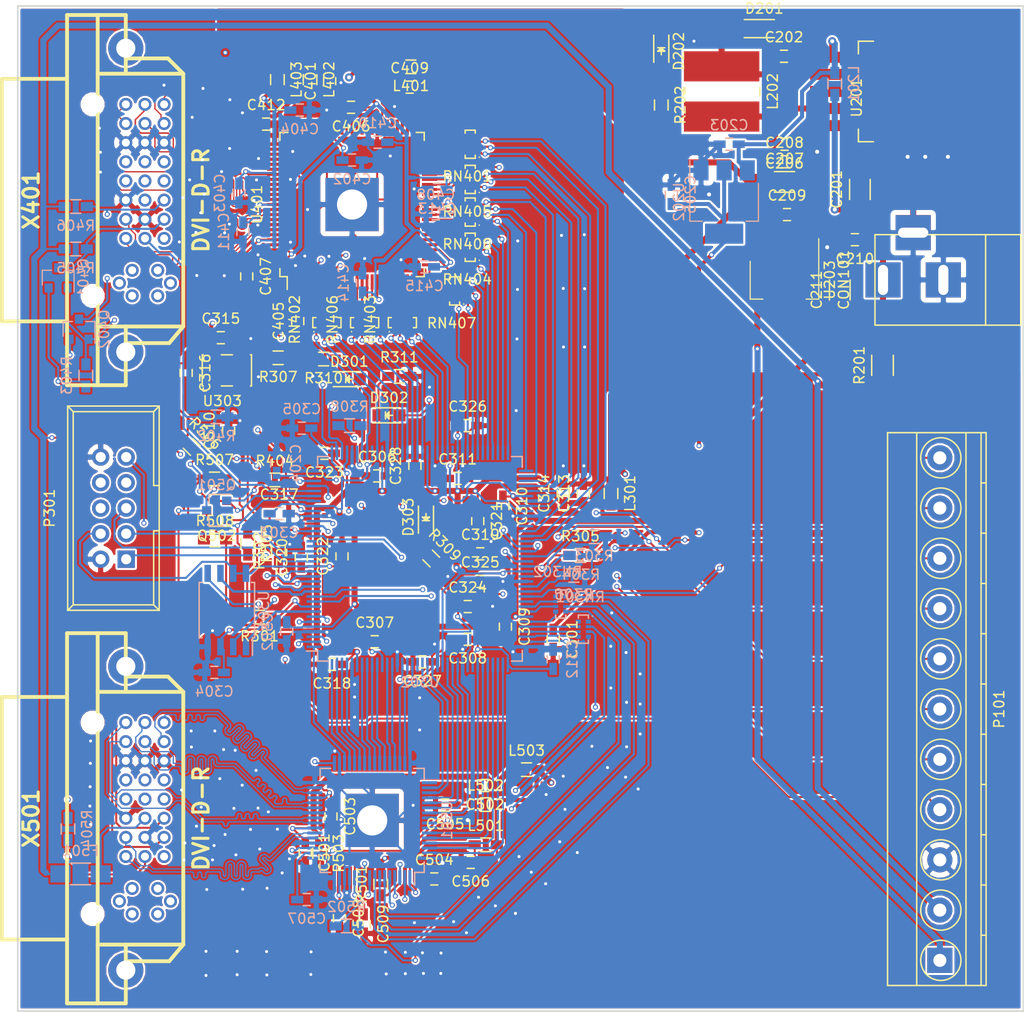
<source format=kicad_pcb>
(kicad_pcb (version 20160815) (host pcbnew "(2016-12-16 revision f631ae27b)-master")

  (general
    (links 472)
    (no_connects 1)
    (area 18.088499 19.3405 120.075001 120.075001)
    (thickness 1.6)
    (drawings 4)
    (tracks 5115)
    (zones 0)
    (modules 132)
    (nets 238)
  )

  (page A4)
  (layers
    (0 F.Cu signal)
    (1 In1.Cu signal)
    (2 In2.Cu signal)
    (31 B.Cu signal)
    (32 B.Adhes user)
    (33 F.Adhes user)
    (34 B.Paste user)
    (35 F.Paste user)
    (36 B.SilkS user)
    (37 F.SilkS user)
    (38 B.Mask user)
    (39 F.Mask user)
    (40 Dwgs.User user)
    (41 Cmts.User user)
    (42 Eco1.User user)
    (43 Eco2.User user)
    (44 Edge.Cuts user)
    (45 Margin user)
    (46 B.CrtYd user)
    (47 F.CrtYd user)
    (48 B.Fab user)
    (49 F.Fab user)
  )

  (setup
    (last_trace_width 0.2)
    (user_trace_width 0.15)
    (user_trace_width 0.2)
    (user_trace_width 0.4)
    (user_trace_width 0.6)
    (trace_clearance 0.152)
    (zone_clearance 0.17)
    (zone_45_only no)
    (trace_min 0.125)
    (segment_width 0.2)
    (edge_width 0.15)
    (via_size 0.5)
    (via_drill 0.3)
    (via_min_size 0.4)
    (via_min_drill 0.3)
    (user_via 0.5 0.3)
    (uvia_size 0.3)
    (uvia_drill 0.1)
    (uvias_allowed no)
    (uvia_min_size 0.2)
    (uvia_min_drill 0.1)
    (pcb_text_width 0.3)
    (pcb_text_size 1.5 1.5)
    (mod_edge_width 0.15)
    (mod_text_size 1 1)
    (mod_text_width 0.15)
    (pad_size 1.524 1.524)
    (pad_drill 0.762)
    (pad_to_mask_clearance 0.2)
    (aux_axis_origin 0 0)
    (visible_elements FFFFFF7F)
    (pcbplotparams
      (layerselection 0x00030_ffffffff)
      (usegerberextensions false)
      (excludeedgelayer true)
      (linewidth 0.100000)
      (plotframeref false)
      (viasonmask false)
      (mode 1)
      (useauxorigin false)
      (hpglpennumber 1)
      (hpglpenspeed 20)
      (hpglpendiameter 15)
      (psnegative false)
      (psa4output false)
      (plotreference true)
      (plotvalue true)
      (plotinvisibletext false)
      (padsonsilk false)
      (subtractmaskfromsilk false)
      (outputformat 1)
      (mirror false)
      (drillshape 1)
      (scaleselection 1)
      (outputdirectory ""))
  )

  (net 0 "")
  (net 1 /power/VIN)
  (net 2 GND)
  (net 3 "Net-(C202-Pad2)")
  (net 4 +2V5)
  (net 5 +3V3)
  (net 6 +1V2)
  (net 7 +V_IO)
  (net 8 /dvi_out/TVDD)
  (net 9 "Net-(D201-Pad1)")
  (net 10 "Net-(D202-Pad2)")
  (net 11 "Net-(F501-Pad1)")
  (net 12 +5V)
  (net 13 /GPIO0)
  (net 14 /GPIO1)
  (net 15 /GPIO2)
  (net 16 /GPIO3)
  (net 17 /GPIO4)
  (net 18 /GPIO5)
  (net 19 /GPIO6)
  (net 20 /GPIO7)
  (net 21 "Net-(P301-Pad9)")
  (net 22 "Net-(P301-Pad8)")
  (net 23 "Net-(P301-Pad7)")
  (net 24 "Net-(P301-Pad6)")
  (net 25 "Net-(P301-Pad5)")
  (net 26 "Net-(P301-Pad3)")
  (net 27 "Net-(P301-Pad1)")
  (net 28 /dvi_in/DDCDAT_IN)
  (net 29 /dvi_in/DDCCLK_IN)
  (net 30 /dvi_out/DDCDAT)
  (net 31 /dvi_out/DDCCLK)
  (net 32 "Net-(R301-Pad1)")
  (net 33 "Net-(R302-Pad1)")
  (net 34 "Net-(R303-Pad1)")
  (net 35 "Net-(R304-Pad1)")
  (net 36 "Net-(R305-Pad1)")
  (net 37 "Net-(R306-Pad1)")
  (net 38 /fpga/CLK50)
  (net 39 "Net-(R307-Pad2)")
  (net 40 /dvi_out/TXCLK+)
  (net 41 "Net-(R308-Pad1)")
  (net 42 /fpga/CLKIN)
  (net 43 /dvi_in/HOTPLUG)
  (net 44 "Net-(R501-Pad1)")
  (net 45 /dvi_out/MSEN)
  (net 46 "Net-(R503-Pad2)")
  (net 47 /dvi_out/HOTPLUG)
  (net 48 "Net-(R504-Pad1)")
  (net 49 "Net-(RN301-Pad7)")
  (net 50 "Net-(RN301-Pad6)")
  (net 51 "Net-(RN301-Pad5)")
  (net 52 "Net-(RN301-Pad8)")
  (net 53 /dvi_out/CTL1)
  (net 54 /dvi_out/DE)
  (net 55 /dvi_out/VSYNC)
  (net 56 /dvi_out/HSYNC)
  (net 57 /dvi_out/CTL2)
  (net 58 /dvi_out/CTL3)
  (net 59 "Net-(RN302-Pad8)")
  (net 60 "Net-(RN302-Pad5)")
  (net 61 "Net-(RN302-Pad6)")
  (net 62 "Net-(RN302-Pad7)")
  (net 63 /dvi_in/DE)
  (net 64 /dvi_in/VSYNC)
  (net 65 /dvi_in/HSYNC)
  (net 66 "Net-(RN401-Pad4)")
  (net 67 "Net-(RN401-Pad8)")
  (net 68 "Net-(RN401-Pad5)")
  (net 69 "Net-(RN401-Pad6)")
  (net 70 "Net-(RN401-Pad7)")
  (net 71 "Net-(RN402-Pad7)")
  (net 72 "Net-(RN402-Pad6)")
  (net 73 "Net-(RN402-Pad5)")
  (net 74 "Net-(RN402-Pad8)")
  (net 75 /dvi_in/DATI3)
  (net 76 /dvi_in/DATI2)
  (net 77 /dvi_in/DATI1)
  (net 78 /dvi_in/DATI0)
  (net 79 "Net-(RN403-Pad7)")
  (net 80 "Net-(RN403-Pad6)")
  (net 81 "Net-(RN403-Pad5)")
  (net 82 "Net-(RN403-Pad8)")
  (net 83 /dvi_in/DATI11)
  (net 84 /dvi_in/DATI10)
  (net 85 /dvi_in/DATI9)
  (net 86 /dvi_in/DATI8)
  (net 87 "Net-(RN404-Pad7)")
  (net 88 "Net-(RN404-Pad6)")
  (net 89 "Net-(RN404-Pad5)")
  (net 90 "Net-(RN404-Pad8)")
  (net 91 /dvi_in/DATI19)
  (net 92 /dvi_in/DATI18)
  (net 93 /dvi_in/DATI17)
  (net 94 /dvi_in/DATI16)
  (net 95 "Net-(RN405-Pad7)")
  (net 96 "Net-(RN405-Pad6)")
  (net 97 "Net-(RN405-Pad5)")
  (net 98 "Net-(RN405-Pad8)")
  (net 99 /dvi_in/CTL3)
  (net 100 /dvi_in/CTL2)
  (net 101 /dvi_in/CTL1)
  (net 102 /dvi_in/DATI4)
  (net 103 /dvi_in/DATI5)
  (net 104 /dvi_in/DATI6)
  (net 105 /dvi_in/DATI7)
  (net 106 "Net-(RN406-Pad8)")
  (net 107 "Net-(RN406-Pad5)")
  (net 108 "Net-(RN406-Pad6)")
  (net 109 "Net-(RN406-Pad7)")
  (net 110 /dvi_in/DATI12)
  (net 111 /dvi_in/DATI13)
  (net 112 /dvi_in/DATI14)
  (net 113 /dvi_in/DATI15)
  (net 114 "Net-(RN407-Pad8)")
  (net 115 "Net-(RN407-Pad5)")
  (net 116 "Net-(RN407-Pad6)")
  (net 117 "Net-(RN407-Pad7)")
  (net 118 /dvi_in/DATI20)
  (net 119 /dvi_in/DATI21)
  (net 120 /dvi_in/DATI22)
  (net 121 /dvi_in/DATI23)
  (net 122 "Net-(RN408-Pad8)")
  (net 123 "Net-(RN408-Pad5)")
  (net 124 "Net-(RN408-Pad6)")
  (net 125 "Net-(RN408-Pad7)")
  (net 126 /dvi_out/DATO4)
  (net 127 /dvi_out/DATO5)
  (net 128 /dvi_out/DATO6)
  (net 129 /dvi_out/DATO7)
  (net 130 /dvi_out/DATO12)
  (net 131 /dvi_out/DATO13)
  (net 132 /dvi_out/DATO14)
  (net 133 /dvi_out/DATO15)
  (net 134 /dvi_out/DATO20)
  (net 135 /dvi_out/DATO21)
  (net 136 /dvi_out/DATO22)
  (net 137 /dvi_out/DATO23)
  (net 138 /dvi_out/DATO3)
  (net 139 /dvi_out/DATO2)
  (net 140 /dvi_out/DATO1)
  (net 141 /dvi_out/DATO0)
  (net 142 /dvi_out/DATO11)
  (net 143 /dvi_out/DATO10)
  (net 144 /dvi_out/DATO9)
  (net 145 /dvi_out/DATO8)
  (net 146 /dvi_out/DATO19)
  (net 147 /dvi_out/DATO18)
  (net 148 /dvi_out/DATO17)
  (net 149 /dvi_out/DATO16)
  (net 150 /fpga/DCLK)
  (net 151 /fpga/ASDI)
  (net 152 /fpga/DATA)
  (net 153 /fpga/nCS)
  (net 154 "Net-(U302-Pad127)")
  (net 155 /dvi_in/LINK_ACT)
  (net 156 /dvi_in/PDOWN)
  (net 157 /dvi_out/EDGE)
  (net 158 /dvi_out/DKEN)
  (net 159 "Net-(U303-Pad1)")
  (net 160 "Net-(U401-Pad96)")
  (net 161 /dvi_in/RxC-)
  (net 162 /dvi_in/RxC+)
  (net 163 /dvi_in/Rx0+)
  (net 164 /dvi_in/Rx1-)
  (net 165 /dvi_in/Rx1+)
  (net 166 /dvi_in/Rx2-)
  (net 167 /dvi_in/Rx2+)
  (net 168 "Net-(U401-Pad77)")
  (net 169 "Net-(U401-Pad75)")
  (net 170 "Net-(U401-Pad74)")
  (net 171 "Net-(U401-Pad73)")
  (net 172 "Net-(U401-Pad72)")
  (net 173 "Net-(U401-Pad71)")
  (net 174 "Net-(U401-Pad70)")
  (net 175 "Net-(U401-Pad69)")
  (net 176 "Net-(U401-Pad66)")
  (net 177 "Net-(U401-Pad65)")
  (net 178 "Net-(U401-Pad64)")
  (net 179 "Net-(U401-Pad63)")
  (net 180 "Net-(U401-Pad62)")
  (net 181 "Net-(U401-Pad61)")
  (net 182 "Net-(U401-Pad60)")
  (net 183 "Net-(U401-Pad59)")
  (net 184 "Net-(U401-Pad56)")
  (net 185 "Net-(U401-Pad55)")
  (net 186 "Net-(U401-Pad54)")
  (net 187 "Net-(U401-Pad53)")
  (net 188 "Net-(U401-Pad52)")
  (net 189 "Net-(U401-Pad51)")
  (net 190 "Net-(U401-Pad50)")
  (net 191 "Net-(U401-Pad49)")
  (net 192 "Net-(U501-Pad56)")
  (net 193 "Net-(U501-Pad49)")
  (net 194 /dvi_out/TX2+)
  (net 195 /dvi_out/TX2-)
  (net 196 /dvi_out/TX1+)
  (net 197 /dvi_out/TX1-)
  (net 198 /dvi_out/TX0+)
  (net 199 /dvi_out/TX0-)
  (net 200 /dvi_out/TXC+)
  (net 201 /dvi_out/TXC-)
  (net 202 "Net-(X401-Pad8)")
  (net 203 "Net-(X401-Pad21)")
  (net 204 "Net-(X401-Pad20)")
  (net 205 "Net-(X401-Pad14)")
  (net 206 "Net-(X401-Pad13)")
  (net 207 "Net-(X401-Pad12)")
  (net 208 "Net-(X401-Pad5)")
  (net 209 "Net-(X401-Pad4)")
  (net 210 "Net-(X501-Pad4)")
  (net 211 "Net-(X501-Pad5)")
  (net 212 "Net-(X501-Pad12)")
  (net 213 "Net-(X501-Pad13)")
  (net 214 "Net-(X501-Pad20)")
  (net 215 "Net-(X501-Pad21)")
  (net 216 "Net-(X501-Pad8)")
  (net 217 "Net-(D301-Pad2)")
  (net 218 "Net-(D302-Pad2)")
  (net 219 "Net-(D303-Pad2)")
  (net 220 /dvi_in/Rx0-)
  (net 221 "Net-(U302-Pad99)")
  (net 222 "Net-(U302-Pad84)")
  (net 223 "Net-(U302-Pad83)")
  (net 224 "Net-(RN302-Pad1)")
  (net 225 "Net-(D301-Pad1)")
  (net 226 "Net-(D302-Pad1)")
  (net 227 "Net-(D303-Pad1)")
  (net 228 "Net-(RN301-Pad1)")
  (net 229 /dvi_in/PVDD)
  (net 230 /dvi_in/DVDD)
  (net 231 /dvi_in/AVDD)
  (net 232 /dvi_out/DVDD)
  (net 233 /dvi_out/PVDD)
  (net 234 /dvi_out/DDCDAT_)
  (net 235 /dvi_out/DDCCLK_)
  (net 236 /dvi_in/DDCDAT_)
  (net 237 /dvi_in/DDCCLK_)

  (net_class Default "This is the default net class."
    (clearance 0.152)
    (trace_width 0.2)
    (via_dia 0.5)
    (via_drill 0.3)
    (uvia_dia 0.3)
    (uvia_drill 0.1)
    (diff_pair_gap 0.25)
    (diff_pair_width 0.2)
    (add_net +1V2)
    (add_net +2V5)
    (add_net +3V3)
    (add_net +5V)
    (add_net +V_IO)
    (add_net /GPIO0)
    (add_net /GPIO1)
    (add_net /GPIO2)
    (add_net /GPIO3)
    (add_net /GPIO4)
    (add_net /GPIO5)
    (add_net /GPIO6)
    (add_net /GPIO7)
    (add_net /dvi_in/AVDD)
    (add_net /dvi_in/CTL1)
    (add_net /dvi_in/CTL2)
    (add_net /dvi_in/CTL3)
    (add_net /dvi_in/DATI0)
    (add_net /dvi_in/DATI1)
    (add_net /dvi_in/DATI10)
    (add_net /dvi_in/DATI11)
    (add_net /dvi_in/DATI12)
    (add_net /dvi_in/DATI13)
    (add_net /dvi_in/DATI14)
    (add_net /dvi_in/DATI15)
    (add_net /dvi_in/DATI16)
    (add_net /dvi_in/DATI17)
    (add_net /dvi_in/DATI18)
    (add_net /dvi_in/DATI19)
    (add_net /dvi_in/DATI2)
    (add_net /dvi_in/DATI20)
    (add_net /dvi_in/DATI21)
    (add_net /dvi_in/DATI22)
    (add_net /dvi_in/DATI23)
    (add_net /dvi_in/DATI3)
    (add_net /dvi_in/DATI4)
    (add_net /dvi_in/DATI5)
    (add_net /dvi_in/DATI6)
    (add_net /dvi_in/DATI7)
    (add_net /dvi_in/DATI8)
    (add_net /dvi_in/DATI9)
    (add_net /dvi_in/DDCCLK_)
    (add_net /dvi_in/DDCCLK_IN)
    (add_net /dvi_in/DDCDAT_)
    (add_net /dvi_in/DDCDAT_IN)
    (add_net /dvi_in/DE)
    (add_net /dvi_in/DVDD)
    (add_net /dvi_in/HOTPLUG)
    (add_net /dvi_in/HSYNC)
    (add_net /dvi_in/LINK_ACT)
    (add_net /dvi_in/PDOWN)
    (add_net /dvi_in/PVDD)
    (add_net /dvi_in/Rx0+)
    (add_net /dvi_in/Rx0-)
    (add_net /dvi_in/Rx1+)
    (add_net /dvi_in/Rx1-)
    (add_net /dvi_in/Rx2+)
    (add_net /dvi_in/Rx2-)
    (add_net /dvi_in/RxC+)
    (add_net /dvi_in/RxC-)
    (add_net /dvi_in/VSYNC)
    (add_net /dvi_out/CTL1)
    (add_net /dvi_out/CTL2)
    (add_net /dvi_out/CTL3)
    (add_net /dvi_out/DATO0)
    (add_net /dvi_out/DATO1)
    (add_net /dvi_out/DATO10)
    (add_net /dvi_out/DATO11)
    (add_net /dvi_out/DATO12)
    (add_net /dvi_out/DATO13)
    (add_net /dvi_out/DATO14)
    (add_net /dvi_out/DATO15)
    (add_net /dvi_out/DATO16)
    (add_net /dvi_out/DATO17)
    (add_net /dvi_out/DATO18)
    (add_net /dvi_out/DATO19)
    (add_net /dvi_out/DATO2)
    (add_net /dvi_out/DATO20)
    (add_net /dvi_out/DATO21)
    (add_net /dvi_out/DATO22)
    (add_net /dvi_out/DATO23)
    (add_net /dvi_out/DATO3)
    (add_net /dvi_out/DATO4)
    (add_net /dvi_out/DATO5)
    (add_net /dvi_out/DATO6)
    (add_net /dvi_out/DATO7)
    (add_net /dvi_out/DATO8)
    (add_net /dvi_out/DATO9)
    (add_net /dvi_out/DDCCLK)
    (add_net /dvi_out/DDCCLK_)
    (add_net /dvi_out/DDCDAT)
    (add_net /dvi_out/DDCDAT_)
    (add_net /dvi_out/DE)
    (add_net /dvi_out/DKEN)
    (add_net /dvi_out/DVDD)
    (add_net /dvi_out/EDGE)
    (add_net /dvi_out/HOTPLUG)
    (add_net /dvi_out/HSYNC)
    (add_net /dvi_out/MSEN)
    (add_net /dvi_out/PVDD)
    (add_net /dvi_out/TVDD)
    (add_net /dvi_out/TX0+)
    (add_net /dvi_out/TX0-)
    (add_net /dvi_out/TX1+)
    (add_net /dvi_out/TX1-)
    (add_net /dvi_out/TX2+)
    (add_net /dvi_out/TX2-)
    (add_net /dvi_out/TXC+)
    (add_net /dvi_out/TXC-)
    (add_net /dvi_out/TXCLK+)
    (add_net /dvi_out/VSYNC)
    (add_net /fpga/ASDI)
    (add_net /fpga/CLK50)
    (add_net /fpga/CLKIN)
    (add_net /fpga/DATA)
    (add_net /fpga/DCLK)
    (add_net /fpga/nCS)
    (add_net /power/VIN)
    (add_net GND)
    (add_net "Net-(C202-Pad2)")
    (add_net "Net-(D201-Pad1)")
    (add_net "Net-(D202-Pad2)")
    (add_net "Net-(D301-Pad1)")
    (add_net "Net-(D301-Pad2)")
    (add_net "Net-(D302-Pad1)")
    (add_net "Net-(D302-Pad2)")
    (add_net "Net-(D303-Pad1)")
    (add_net "Net-(D303-Pad2)")
    (add_net "Net-(F501-Pad1)")
    (add_net "Net-(P301-Pad1)")
    (add_net "Net-(P301-Pad3)")
    (add_net "Net-(P301-Pad5)")
    (add_net "Net-(P301-Pad6)")
    (add_net "Net-(P301-Pad7)")
    (add_net "Net-(P301-Pad8)")
    (add_net "Net-(P301-Pad9)")
    (add_net "Net-(R301-Pad1)")
    (add_net "Net-(R302-Pad1)")
    (add_net "Net-(R303-Pad1)")
    (add_net "Net-(R304-Pad1)")
    (add_net "Net-(R305-Pad1)")
    (add_net "Net-(R306-Pad1)")
    (add_net "Net-(R307-Pad2)")
    (add_net "Net-(R308-Pad1)")
    (add_net "Net-(R501-Pad1)")
    (add_net "Net-(R503-Pad2)")
    (add_net "Net-(R504-Pad1)")
    (add_net "Net-(RN301-Pad1)")
    (add_net "Net-(RN301-Pad5)")
    (add_net "Net-(RN301-Pad6)")
    (add_net "Net-(RN301-Pad7)")
    (add_net "Net-(RN301-Pad8)")
    (add_net "Net-(RN302-Pad1)")
    (add_net "Net-(RN302-Pad5)")
    (add_net "Net-(RN302-Pad6)")
    (add_net "Net-(RN302-Pad7)")
    (add_net "Net-(RN302-Pad8)")
    (add_net "Net-(RN401-Pad4)")
    (add_net "Net-(RN401-Pad5)")
    (add_net "Net-(RN401-Pad6)")
    (add_net "Net-(RN401-Pad7)")
    (add_net "Net-(RN401-Pad8)")
    (add_net "Net-(RN402-Pad5)")
    (add_net "Net-(RN402-Pad6)")
    (add_net "Net-(RN402-Pad7)")
    (add_net "Net-(RN402-Pad8)")
    (add_net "Net-(RN403-Pad5)")
    (add_net "Net-(RN403-Pad6)")
    (add_net "Net-(RN403-Pad7)")
    (add_net "Net-(RN403-Pad8)")
    (add_net "Net-(RN404-Pad5)")
    (add_net "Net-(RN404-Pad6)")
    (add_net "Net-(RN404-Pad7)")
    (add_net "Net-(RN404-Pad8)")
    (add_net "Net-(RN405-Pad5)")
    (add_net "Net-(RN405-Pad6)")
    (add_net "Net-(RN405-Pad7)")
    (add_net "Net-(RN405-Pad8)")
    (add_net "Net-(RN406-Pad5)")
    (add_net "Net-(RN406-Pad6)")
    (add_net "Net-(RN406-Pad7)")
    (add_net "Net-(RN406-Pad8)")
    (add_net "Net-(RN407-Pad5)")
    (add_net "Net-(RN407-Pad6)")
    (add_net "Net-(RN407-Pad7)")
    (add_net "Net-(RN407-Pad8)")
    (add_net "Net-(RN408-Pad5)")
    (add_net "Net-(RN408-Pad6)")
    (add_net "Net-(RN408-Pad7)")
    (add_net "Net-(RN408-Pad8)")
    (add_net "Net-(U302-Pad127)")
    (add_net "Net-(U302-Pad83)")
    (add_net "Net-(U302-Pad84)")
    (add_net "Net-(U302-Pad99)")
    (add_net "Net-(U303-Pad1)")
    (add_net "Net-(U401-Pad49)")
    (add_net "Net-(U401-Pad50)")
    (add_net "Net-(U401-Pad51)")
    (add_net "Net-(U401-Pad52)")
    (add_net "Net-(U401-Pad53)")
    (add_net "Net-(U401-Pad54)")
    (add_net "Net-(U401-Pad55)")
    (add_net "Net-(U401-Pad56)")
    (add_net "Net-(U401-Pad59)")
    (add_net "Net-(U401-Pad60)")
    (add_net "Net-(U401-Pad61)")
    (add_net "Net-(U401-Pad62)")
    (add_net "Net-(U401-Pad63)")
    (add_net "Net-(U401-Pad64)")
    (add_net "Net-(U401-Pad65)")
    (add_net "Net-(U401-Pad66)")
    (add_net "Net-(U401-Pad69)")
    (add_net "Net-(U401-Pad70)")
    (add_net "Net-(U401-Pad71)")
    (add_net "Net-(U401-Pad72)")
    (add_net "Net-(U401-Pad73)")
    (add_net "Net-(U401-Pad74)")
    (add_net "Net-(U401-Pad75)")
    (add_net "Net-(U401-Pad77)")
    (add_net "Net-(U401-Pad96)")
    (add_net "Net-(U501-Pad49)")
    (add_net "Net-(U501-Pad56)")
    (add_net "Net-(X401-Pad12)")
    (add_net "Net-(X401-Pad13)")
    (add_net "Net-(X401-Pad14)")
    (add_net "Net-(X401-Pad20)")
    (add_net "Net-(X401-Pad21)")
    (add_net "Net-(X401-Pad4)")
    (add_net "Net-(X401-Pad5)")
    (add_net "Net-(X401-Pad8)")
    (add_net "Net-(X501-Pad12)")
    (add_net "Net-(X501-Pad13)")
    (add_net "Net-(X501-Pad20)")
    (add_net "Net-(X501-Pad21)")
    (add_net "Net-(X501-Pad4)")
    (add_net "Net-(X501-Pad5)")
    (add_net "Net-(X501-Pad8)")
  )

  (module smd:HQFP-100_14x14mm_Pitch0.5mm_handsoldering (layer F.Cu) (tedit 584FF58E) (tstamp 584DB91D)
    (at 53.25 39.75 90)
    (descr "100-Lead Plastic Thin Quad Flatpack (PF) - 14x14x1 mm Body 2.00 mm Footprint [TQFP] (see Microchip Packaging Specification 00000049BS.pdf)")
    (tags "QFP 0.5")
    (path /583B5F85/583B662D)
    (attr smd)
    (fp_text reference U401 (at 0 -9.45 90) (layer F.SilkS)
      (effects (font (size 1 1) (thickness 0.15)))
    )
    (fp_text value TFP401 (at 0 9.45 90) (layer F.Fab)
      (effects (font (size 1 1) (thickness 0.15)))
    )
    (fp_text user %R (at 0 0 90) (layer F.Fab)
      (effects (font (size 1 1) (thickness 0.15)))
    )
    (fp_line (start -6 -7) (end 7 -7) (layer F.Fab) (width 0.15))
    (fp_line (start 7 -7) (end 7 7) (layer F.Fab) (width 0.15))
    (fp_line (start 7 7) (end -7 7) (layer F.Fab) (width 0.15))
    (fp_line (start -7 7) (end -7 -6) (layer F.Fab) (width 0.15))
    (fp_line (start -7 -6) (end -6 -7) (layer F.Fab) (width 0.15))
    (fp_line (start -8.7 -8.7) (end -8.7 8.7) (layer F.CrtYd) (width 0.05))
    (fp_line (start 8.7 -8.7) (end 8.7 8.7) (layer F.CrtYd) (width 0.05))
    (fp_line (start -8.7 -8.7) (end 8.7 -8.7) (layer F.CrtYd) (width 0.05))
    (fp_line (start -8.7 8.7) (end 8.7 8.7) (layer F.CrtYd) (width 0.05))
    (fp_line (start -7.175 -7.175) (end -7.175 -6.45) (layer F.SilkS) (width 0.15))
    (fp_line (start 7.175 -7.175) (end 7.175 -6.375) (layer F.SilkS) (width 0.15))
    (fp_line (start 7.175 7.175) (end 7.175 6.375) (layer F.SilkS) (width 0.15))
    (fp_line (start -7.175 7.175) (end -7.175 6.375) (layer F.SilkS) (width 0.15))
    (fp_line (start -7.175 -7.175) (end -6.375 -7.175) (layer F.SilkS) (width 0.15))
    (fp_line (start -7.175 7.175) (end -6.375 7.175) (layer F.SilkS) (width 0.15))
    (fp_line (start 7.175 7.175) (end 6.375 7.175) (layer F.SilkS) (width 0.15))
    (fp_line (start 7.175 -7.175) (end 6.375 -7.175) (layer F.SilkS) (width 0.15))
    (fp_line (start -7.175 -6.45) (end -8.45 -6.45) (layer F.SilkS) (width 0.15))
    (pad 101 thru_hole rect (at 0 0 90) (size 5.3 5.3) (drill 3) (layers *.Cu *.Mask)
      (net 2 GND))
    (pad 1 smd rect (at -7.7 -6 90) (size 1.5 0.3) (layers F.Cu F.Paste F.Mask)
      (net 2 GND))
    (pad 2 smd rect (at -7.7 -5.5 90) (size 1.5 0.3) (layers F.Cu F.Paste F.Mask)
      (net 156 /dvi_in/PDOWN))
    (pad 3 smd rect (at -7.7 -5 90) (size 1.5 0.3) (layers F.Cu F.Paste F.Mask)
      (net 2 GND))
    (pad 4 smd rect (at -7.7 -4.5 90) (size 1.5 0.3) (layers F.Cu F.Paste F.Mask)
      (net 2 GND))
    (pad 5 smd rect (at -7.7 -4 90) (size 1.5 0.3) (layers F.Cu F.Paste F.Mask)
      (net 2 GND))
    (pad 6 smd rect (at -7.7 -3.5 90) (size 1.5 0.3) (layers F.Cu F.Paste F.Mask)
      (net 230 /dvi_in/DVDD))
    (pad 7 smd rect (at -7.7 -3 90) (size 1.5 0.3) (layers F.Cu F.Paste F.Mask)
      (net 2 GND))
    (pad 8 smd rect (at -7.7 -2.5 90) (size 1.5 0.3) (layers F.Cu F.Paste F.Mask)
      (net 155 /dvi_in/LINK_ACT))
    (pad 9 smd rect (at -7.7 -2 90) (size 1.5 0.3) (layers F.Cu F.Paste F.Mask)
      (net 156 /dvi_in/PDOWN))
    (pad 10 smd rect (at -7.7 -1.5 90) (size 1.5 0.3) (layers F.Cu F.Paste F.Mask)
      (net 74 "Net-(RN402-Pad8)"))
    (pad 11 smd rect (at -7.7 -1 90) (size 1.5 0.3) (layers F.Cu F.Paste F.Mask)
      (net 71 "Net-(RN402-Pad7)"))
    (pad 12 smd rect (at -7.7 -0.5 90) (size 1.5 0.3) (layers F.Cu F.Paste F.Mask)
      (net 72 "Net-(RN402-Pad6)"))
    (pad 13 smd rect (at -7.7 0 90) (size 1.5 0.3) (layers F.Cu F.Paste F.Mask)
      (net 73 "Net-(RN402-Pad5)"))
    (pad 14 smd rect (at -7.7 0.5 90) (size 1.5 0.3) (layers F.Cu F.Paste F.Mask)
      (net 106 "Net-(RN406-Pad8)"))
    (pad 15 smd rect (at -7.7 1 90) (size 1.5 0.3) (layers F.Cu F.Paste F.Mask)
      (net 109 "Net-(RN406-Pad7)"))
    (pad 16 smd rect (at -7.7 1.5 90) (size 1.5 0.3) (layers F.Cu F.Paste F.Mask)
      (net 108 "Net-(RN406-Pad6)"))
    (pad 17 smd rect (at -7.7 2 90) (size 1.5 0.3) (layers F.Cu F.Paste F.Mask)
      (net 107 "Net-(RN406-Pad5)"))
    (pad 18 smd rect (at -7.7 2.5 90) (size 1.5 0.3) (layers F.Cu F.Paste F.Mask)
      (net 229 /dvi_in/PVDD))
    (pad 19 smd rect (at -7.7 3 90) (size 1.5 0.3) (layers F.Cu F.Paste F.Mask)
      (net 2 GND))
    (pad 20 smd rect (at -7.7 3.5 90) (size 1.5 0.3) (layers F.Cu F.Paste F.Mask)
      (net 82 "Net-(RN403-Pad8)"))
    (pad 21 smd rect (at -7.7 4 90) (size 1.5 0.3) (layers F.Cu F.Paste F.Mask)
      (net 79 "Net-(RN403-Pad7)"))
    (pad 22 smd rect (at -7.7 4.5 90) (size 1.5 0.3) (layers F.Cu F.Paste F.Mask)
      (net 80 "Net-(RN403-Pad6)"))
    (pad 23 smd rect (at -7.7 5 90) (size 1.5 0.3) (layers F.Cu F.Paste F.Mask)
      (net 81 "Net-(RN403-Pad5)"))
    (pad 24 smd rect (at -7.7 5.5 90) (size 1.5 0.3) (layers F.Cu F.Paste F.Mask)
      (net 114 "Net-(RN407-Pad8)"))
    (pad 25 smd rect (at -7.7 6 90) (size 1.5 0.3) (layers F.Cu F.Paste F.Mask)
      (net 117 "Net-(RN407-Pad7)"))
    (pad 26 smd rect (at -6 7.7 180) (size 1.5 0.3) (layers F.Cu F.Paste F.Mask)
      (net 116 "Net-(RN407-Pad6)"))
    (pad 27 smd rect (at -5.5 7.7 180) (size 1.5 0.3) (layers F.Cu F.Paste F.Mask)
      (net 115 "Net-(RN407-Pad5)"))
    (pad 28 smd rect (at -5 7.7 180) (size 1.5 0.3) (layers F.Cu F.Paste F.Mask)
      (net 2 GND))
    (pad 29 smd rect (at -4.5 7.7 180) (size 1.5 0.3) (layers F.Cu F.Paste F.Mask)
      (net 229 /dvi_in/PVDD))
    (pad 30 smd rect (at -4 7.7 180) (size 1.5 0.3) (layers F.Cu F.Paste F.Mask)
      (net 90 "Net-(RN404-Pad8)"))
    (pad 31 smd rect (at -3.5 7.7 180) (size 1.5 0.3) (layers F.Cu F.Paste F.Mask)
      (net 87 "Net-(RN404-Pad7)"))
    (pad 32 smd rect (at -3 7.7 180) (size 1.5 0.3) (layers F.Cu F.Paste F.Mask)
      (net 88 "Net-(RN404-Pad6)"))
    (pad 33 smd rect (at -2.5 7.7 180) (size 1.5 0.3) (layers F.Cu F.Paste F.Mask)
      (net 89 "Net-(RN404-Pad5)"))
    (pad 34 smd rect (at -2 7.7 180) (size 1.5 0.3) (layers F.Cu F.Paste F.Mask)
      (net 122 "Net-(RN408-Pad8)"))
    (pad 35 smd rect (at -1.5 7.7 180) (size 1.5 0.3) (layers F.Cu F.Paste F.Mask)
      (net 125 "Net-(RN408-Pad7)"))
    (pad 36 smd rect (at -1 7.7 180) (size 1.5 0.3) (layers F.Cu F.Paste F.Mask)
      (net 124 "Net-(RN408-Pad6)"))
    (pad 37 smd rect (at -0.5 7.7 180) (size 1.5 0.3) (layers F.Cu F.Paste F.Mask)
      (net 123 "Net-(RN408-Pad5)"))
    (pad 38 smd rect (at 0 7.7 180) (size 1.5 0.3) (layers F.Cu F.Paste F.Mask)
      (net 230 /dvi_in/DVDD))
    (pad 39 smd rect (at 0.5 7.7 180) (size 1.5 0.3) (layers F.Cu F.Paste F.Mask)
      (net 2 GND))
    (pad 40 smd rect (at 1 7.7 180) (size 1.5 0.3) (layers F.Cu F.Paste F.Mask)
      (net 98 "Net-(RN405-Pad8)"))
    (pad 41 smd rect (at 1.5 7.7 180) (size 1.5 0.3) (layers F.Cu F.Paste F.Mask)
      (net 95 "Net-(RN405-Pad7)"))
    (pad 42 smd rect (at 2 7.7 180) (size 1.5 0.3) (layers F.Cu F.Paste F.Mask)
      (net 96 "Net-(RN405-Pad6)"))
    (pad 43 smd rect (at 2.5 7.7 180) (size 1.5 0.3) (layers F.Cu F.Paste F.Mask)
      (net 229 /dvi_in/PVDD))
    (pad 44 smd rect (at 3 7.7 180) (size 1.5 0.3) (layers F.Cu F.Paste F.Mask)
      (net 97 "Net-(RN405-Pad5)"))
    (pad 45 smd rect (at 3.5 7.7 180) (size 1.5 0.3) (layers F.Cu F.Paste F.Mask)
      (net 2 GND))
    (pad 46 smd rect (at 4 7.7 180) (size 1.5 0.3) (layers F.Cu F.Paste F.Mask)
      (net 67 "Net-(RN401-Pad8)"))
    (pad 47 smd rect (at 4.5 7.7 180) (size 1.5 0.3) (layers F.Cu F.Paste F.Mask)
      (net 70 "Net-(RN401-Pad7)"))
    (pad 48 smd rect (at 5 7.7 180) (size 1.5 0.3) (layers F.Cu F.Paste F.Mask)
      (net 69 "Net-(RN401-Pad6)"))
    (pad 49 smd rect (at 5.5 7.7 180) (size 1.5 0.3) (layers F.Cu F.Paste F.Mask)
      (net 191 "Net-(U401-Pad49)"))
    (pad 50 smd rect (at 6 7.7 180) (size 1.5 0.3) (layers F.Cu F.Paste F.Mask)
      (net 190 "Net-(U401-Pad50)"))
    (pad 51 smd rect (at 7.7 6 90) (size 1.5 0.3) (layers F.Cu F.Paste F.Mask)
      (net 189 "Net-(U401-Pad51)"))
    (pad 52 smd rect (at 7.7 5.5 90) (size 1.5 0.3) (layers F.Cu F.Paste F.Mask)
      (net 188 "Net-(U401-Pad52)"))
    (pad 53 smd rect (at 7.7 5 90) (size 1.5 0.3) (layers F.Cu F.Paste F.Mask)
      (net 187 "Net-(U401-Pad53)"))
    (pad 54 smd rect (at 7.7 4.5 90) (size 1.5 0.3) (layers F.Cu F.Paste F.Mask)
      (net 186 "Net-(U401-Pad54)"))
    (pad 55 smd rect (at 7.7 4 90) (size 1.5 0.3) (layers F.Cu F.Paste F.Mask)
      (net 185 "Net-(U401-Pad55)"))
    (pad 56 smd rect (at 7.7 3.5 90) (size 1.5 0.3) (layers F.Cu F.Paste F.Mask)
      (net 184 "Net-(U401-Pad56)"))
    (pad 57 smd rect (at 7.7 3 90) (size 1.5 0.3) (layers F.Cu F.Paste F.Mask)
      (net 229 /dvi_in/PVDD))
    (pad 58 smd rect (at 7.7 2.5 90) (size 1.5 0.3) (layers F.Cu F.Paste F.Mask)
      (net 2 GND))
    (pad 59 smd rect (at 7.7 2 90) (size 1.5 0.3) (layers F.Cu F.Paste F.Mask)
      (net 183 "Net-(U401-Pad59)"))
    (pad 60 smd rect (at 7.7 1.5 90) (size 1.5 0.3) (layers F.Cu F.Paste F.Mask)
      (net 182 "Net-(U401-Pad60)"))
    (pad 61 smd rect (at 7.7 1 90) (size 1.5 0.3) (layers F.Cu F.Paste F.Mask)
      (net 181 "Net-(U401-Pad61)"))
    (pad 62 smd rect (at 7.7 0.5 90) (size 1.5 0.3) (layers F.Cu F.Paste F.Mask)
      (net 180 "Net-(U401-Pad62)"))
    (pad 63 smd rect (at 7.7 0 90) (size 1.5 0.3) (layers F.Cu F.Paste F.Mask)
      (net 179 "Net-(U401-Pad63)"))
    (pad 64 smd rect (at 7.7 -0.5 90) (size 1.5 0.3) (layers F.Cu F.Paste F.Mask)
      (net 178 "Net-(U401-Pad64)"))
    (pad 65 smd rect (at 7.7 -1 90) (size 1.5 0.3) (layers F.Cu F.Paste F.Mask)
      (net 177 "Net-(U401-Pad65)"))
    (pad 66 smd rect (at 7.7 -1.5 90) (size 1.5 0.3) (layers F.Cu F.Paste F.Mask)
      (net 176 "Net-(U401-Pad66)"))
    (pad 67 smd rect (at 7.7 -2 90) (size 1.5 0.3) (layers F.Cu F.Paste F.Mask)
      (net 230 /dvi_in/DVDD))
    (pad 68 smd rect (at 7.7 -2.5 90) (size 1.5 0.3) (layers F.Cu F.Paste F.Mask)
      (net 2 GND))
    (pad 69 smd rect (at 7.7 -3 90) (size 1.5 0.3) (layers F.Cu F.Paste F.Mask)
      (net 175 "Net-(U401-Pad69)"))
    (pad 70 smd rect (at 7.7 -3.5 90) (size 1.5 0.3) (layers F.Cu F.Paste F.Mask)
      (net 174 "Net-(U401-Pad70)"))
    (pad 71 smd rect (at 7.7 -4 90) (size 1.5 0.3) (layers F.Cu F.Paste F.Mask)
      (net 173 "Net-(U401-Pad71)"))
    (pad 72 smd rect (at 7.7 -4.5 90) (size 1.5 0.3) (layers F.Cu F.Paste F.Mask)
      (net 172 "Net-(U401-Pad72)"))
    (pad 73 smd rect (at 7.7 -5 90) (size 1.5 0.3) (layers F.Cu F.Paste F.Mask)
      (net 171 "Net-(U401-Pad73)"))
    (pad 74 smd rect (at 7.7 -5.5 90) (size 1.5 0.3) (layers F.Cu F.Paste F.Mask)
      (net 170 "Net-(U401-Pad74)"))
    (pad 75 smd rect (at 7.7 -6 90) (size 1.5 0.3) (layers F.Cu F.Paste F.Mask)
      (net 169 "Net-(U401-Pad75)"))
    (pad 76 smd rect (at 6 -7.7 180) (size 1.5 0.3) (layers F.Cu F.Paste F.Mask)
      (net 2 GND))
    (pad 77 smd rect (at 5.5 -7.7 180) (size 1.5 0.3) (layers F.Cu F.Paste F.Mask)
      (net 168 "Net-(U401-Pad77)"))
    (pad 78 smd rect (at 5 -7.7 180) (size 1.5 0.3) (layers F.Cu F.Paste F.Mask)
      (net 229 /dvi_in/PVDD))
    (pad 79 smd rect (at 4.5 -7.7 180) (size 1.5 0.3) (layers F.Cu F.Paste F.Mask)
      (net 2 GND))
    (pad 80 smd rect (at 4 -7.7 180) (size 1.5 0.3) (layers F.Cu F.Paste F.Mask)
      (net 167 /dvi_in/Rx2+))
    (pad 81 smd rect (at 3.5 -7.7 180) (size 1.5 0.3) (layers F.Cu F.Paste F.Mask)
      (net 166 /dvi_in/Rx2-))
    (pad 82 smd rect (at 3 -7.7 180) (size 1.5 0.3) (layers F.Cu F.Paste F.Mask)
      (net 231 /dvi_in/AVDD))
    (pad 83 smd rect (at 2.5 -7.7 180) (size 1.5 0.3) (layers F.Cu F.Paste F.Mask)
      (net 2 GND))
    (pad 84 smd rect (at 2 -7.7 180) (size 1.5 0.3) (layers F.Cu F.Paste F.Mask)
      (net 231 /dvi_in/AVDD))
    (pad 85 smd rect (at 1.5 -7.7 180) (size 1.5 0.3) (layers F.Cu F.Paste F.Mask)
      (net 165 /dvi_in/Rx1+))
    (pad 86 smd rect (at 1 -7.7 180) (size 1.5 0.3) (layers F.Cu F.Paste F.Mask)
      (net 164 /dvi_in/Rx1-))
    (pad 87 smd rect (at 0.5 -7.7 180) (size 1.5 0.3) (layers F.Cu F.Paste F.Mask)
      (net 2 GND))
    (pad 88 smd rect (at 0 -7.7 180) (size 1.5 0.3) (layers F.Cu F.Paste F.Mask)
      (net 231 /dvi_in/AVDD))
    (pad 89 smd rect (at -0.5 -7.7 180) (size 1.5 0.3) (layers F.Cu F.Paste F.Mask)
      (net 2 GND))
    (pad 90 smd rect (at -1 -7.7 180) (size 1.5 0.3) (layers F.Cu F.Paste F.Mask)
      (net 163 /dvi_in/Rx0+))
    (pad 91 smd rect (at -1.5 -7.7 180) (size 1.5 0.3) (layers F.Cu F.Paste F.Mask)
      (net 220 /dvi_in/Rx0-))
    (pad 92 smd rect (at -2 -7.7 180) (size 1.5 0.3) (layers F.Cu F.Paste F.Mask)
      (net 2 GND))
    (pad 93 smd rect (at -2.5 -7.7 180) (size 1.5 0.3) (layers F.Cu F.Paste F.Mask)
      (net 162 /dvi_in/RxC+))
    (pad 94 smd rect (at -3 -7.7 180) (size 1.5 0.3) (layers F.Cu F.Paste F.Mask)
      (net 161 /dvi_in/RxC-))
    (pad 95 smd rect (at -3.5 -7.7 180) (size 1.5 0.3) (layers F.Cu F.Paste F.Mask)
      (net 231 /dvi_in/AVDD))
    (pad 96 smd rect (at -4 -7.7 180) (size 1.5 0.3) (layers F.Cu F.Paste F.Mask)
      (net 160 "Net-(U401-Pad96)"))
    (pad 97 smd rect (at -4.5 -7.7 180) (size 1.5 0.3) (layers F.Cu F.Paste F.Mask)
      (net 229 /dvi_in/PVDD))
    (pad 98 smd rect (at -5 -7.7 180) (size 1.5 0.3) (layers F.Cu F.Paste F.Mask)
      (net 2 GND))
    (pad 99 smd rect (at -5.5 -7.7 180) (size 1.5 0.3) (layers F.Cu F.Paste F.Mask)
      (net 229 /dvi_in/PVDD))
    (pad 100 smd rect (at -6 -7.7 180) (size 1.5 0.3) (layers F.Cu F.Paste F.Mask)
      (net 2 GND))
    (model Housings_QFP.3dshapes/TQFP-100_14x14mm_Pitch0.5mm.wrl
      (at (xyz 0 0 0))
      (scale (xyz 1 1 1))
      (rotate (xyz 0 0 0))
    )
  )

  (module smd:HQFP-64_10x10mm_Pitch0.5mm_handsoldering (layer B.Cu) (tedit 584FF437) (tstamp 584DB962)
    (at 55.25 101.025 90)
    (descr "64-Lead Plastic Thin Quad Flatpack (PT) - 10x10x1 mm Body, 2.00 mm Footprint [TQFP] (see Microchip Packaging Specification 00000049BS.pdf)")
    (tags "QFP 0.5")
    (path /583BE4A7/583BE50E)
    (attr smd)
    (fp_text reference U501 (at 0 7.45 90) (layer B.SilkS)
      (effects (font (size 1 1) (thickness 0.15)) (justify mirror))
    )
    (fp_text value TFP410 (at 0 -7.45 90) (layer B.Fab)
      (effects (font (size 1 1) (thickness 0.15)) (justify mirror))
    )
    (fp_text user %R (at 0 0 90) (layer B.Fab)
      (effects (font (size 1 1) (thickness 0.15)) (justify mirror))
    )
    (fp_line (start -4 5) (end 5 5) (layer B.Fab) (width 0.15))
    (fp_line (start 5 5) (end 5 -5) (layer B.Fab) (width 0.15))
    (fp_line (start 5 -5) (end -5 -5) (layer B.Fab) (width 0.15))
    (fp_line (start -5 -5) (end -5 4) (layer B.Fab) (width 0.15))
    (fp_line (start -5 4) (end -4 5) (layer B.Fab) (width 0.15))
    (fp_line (start -6.7 6.7) (end -6.7 -6.7) (layer B.CrtYd) (width 0.05))
    (fp_line (start 6.7 6.7) (end 6.7 -6.7) (layer B.CrtYd) (width 0.05))
    (fp_line (start -6.7 6.7) (end 6.7 6.7) (layer B.CrtYd) (width 0.05))
    (fp_line (start -6.7 -6.7) (end 6.7 -6.7) (layer B.CrtYd) (width 0.05))
    (fp_line (start -5.175 5.175) (end -5.175 4.225) (layer B.SilkS) (width 0.15))
    (fp_line (start 5.175 5.175) (end 5.175 4.125) (layer B.SilkS) (width 0.15))
    (fp_line (start 5.175 -5.175) (end 5.175 -4.125) (layer B.SilkS) (width 0.15))
    (fp_line (start -5.175 -5.175) (end -5.175 -4.125) (layer B.SilkS) (width 0.15))
    (fp_line (start -5.175 5.175) (end -4.125 5.175) (layer B.SilkS) (width 0.15))
    (fp_line (start -5.175 -5.175) (end -4.125 -5.175) (layer B.SilkS) (width 0.15))
    (fp_line (start 5.175 -5.175) (end 4.125 -5.175) (layer B.SilkS) (width 0.15))
    (fp_line (start 5.175 5.175) (end 4.125 5.175) (layer B.SilkS) (width 0.15))
    (fp_line (start -5.175 4.225) (end -6.45 4.225) (layer B.SilkS) (width 0.15))
    (pad 65 thru_hole rect (at 0 0 90) (size 5.3 5.3) (drill 3) (layers *.Cu *.Mask)
      (net 2 GND))
    (pad 1 smd rect (at -5.7 3.75 90) (size 1.5 0.3) (layers B.Cu)
      (net 232 /dvi_out/DVDD))
    (pad 2 smd rect (at -5.7 3.25 90) (size 1.5 0.3) (layers B.Cu)
      (net 54 /dvi_out/DE))
    (pad 3 smd rect (at -5.7 2.75 90) (size 1.5 0.3) (layers B.Cu)
      (net 44 "Net-(R501-Pad1)"))
    (pad 4 smd rect (at -5.7 2.25 90) (size 1.5 0.3) (layers B.Cu)
      (net 56 /dvi_out/HSYNC))
    (pad 5 smd rect (at -5.7 1.75 90) (size 1.5 0.3) (layers B.Cu)
      (net 55 /dvi_out/VSYNC))
    (pad 6 smd rect (at -5.7 1.25 90) (size 1.5 0.3) (layers B.Cu)
      (net 58 /dvi_out/CTL3))
    (pad 7 smd rect (at -5.7 0.75 90) (size 1.5 0.3) (layers B.Cu)
      (net 57 /dvi_out/CTL2))
    (pad 8 smd rect (at -5.7 0.25 90) (size 1.5 0.3) (layers B.Cu)
      (net 53 /dvi_out/CTL1))
    (pad 9 smd rect (at -5.7 -0.25 90) (size 1.5 0.3) (layers B.Cu)
      (net 157 /dvi_out/EDGE))
    (pad 10 smd rect (at -5.7 -0.75 90) (size 1.5 0.3) (layers B.Cu)
      (net 156 /dvi_in/PDOWN))
    (pad 11 smd rect (at -5.7 -1.25 90) (size 1.5 0.3) (layers B.Cu)
      (net 45 /dvi_out/MSEN))
    (pad 12 smd rect (at -5.7 -1.75 90) (size 1.5 0.3) (layers B.Cu)
      (net 232 /dvi_out/DVDD))
    (pad 13 smd rect (at -5.7 -2.25 90) (size 1.5 0.3) (layers B.Cu)
      (net 2 GND))
    (pad 14 smd rect (at -5.7 -2.75 90) (size 1.5 0.3) (layers B.Cu)
      (net 2 GND))
    (pad 15 smd rect (at -5.7 -3.25 90) (size 1.5 0.3) (layers B.Cu)
      (net 232 /dvi_out/DVDD))
    (pad 16 smd rect (at -5.7 -3.75 90) (size 1.5 0.3) (layers B.Cu)
      (net 2 GND))
    (pad 17 smd rect (at -3.75 -5.7) (size 1.5 0.3) (layers B.Cu)
      (net 2 GND))
    (pad 18 smd rect (at -3.25 -5.7) (size 1.5 0.3) (layers B.Cu)
      (net 233 /dvi_out/PVDD))
    (pad 19 smd rect (at -2.75 -5.7) (size 1.5 0.3) (layers B.Cu)
      (net 46 "Net-(R503-Pad2)"))
    (pad 20 smd rect (at -2.25 -5.7) (size 1.5 0.3) (layers B.Cu)
      (net 2 GND))
    (pad 21 smd rect (at -1.75 -5.7) (size 1.5 0.3) (layers B.Cu)
      (net 201 /dvi_out/TXC-))
    (pad 22 smd rect (at -1.25 -5.7) (size 1.5 0.3) (layers B.Cu)
      (net 200 /dvi_out/TXC+))
    (pad 23 smd rect (at -0.75 -5.7) (size 1.5 0.3) (layers B.Cu)
      (net 8 /dvi_out/TVDD))
    (pad 24 smd rect (at -0.25 -5.7) (size 1.5 0.3) (layers B.Cu)
      (net 199 /dvi_out/TX0-))
    (pad 25 smd rect (at 0.25 -5.7) (size 1.5 0.3) (layers B.Cu)
      (net 198 /dvi_out/TX0+))
    (pad 26 smd rect (at 0.75 -5.7) (size 1.5 0.3) (layers B.Cu)
      (net 2 GND))
    (pad 27 smd rect (at 1.25 -5.7) (size 1.5 0.3) (layers B.Cu)
      (net 197 /dvi_out/TX1-))
    (pad 28 smd rect (at 1.75 -5.7) (size 1.5 0.3) (layers B.Cu)
      (net 196 /dvi_out/TX1+))
    (pad 29 smd rect (at 2.25 -5.7) (size 1.5 0.3) (layers B.Cu)
      (net 8 /dvi_out/TVDD))
    (pad 30 smd rect (at 2.75 -5.7) (size 1.5 0.3) (layers B.Cu)
      (net 195 /dvi_out/TX2-))
    (pad 31 smd rect (at 3.25 -5.7) (size 1.5 0.3) (layers B.Cu)
      (net 194 /dvi_out/TX2+))
    (pad 32 smd rect (at 3.75 -5.7) (size 1.5 0.3) (layers B.Cu)
      (net 2 GND))
    (pad 33 smd rect (at 5.7 -3.75 90) (size 1.5 0.3) (layers B.Cu)
      (net 232 /dvi_out/DVDD))
    (pad 34 smd rect (at 5.7 -3.25 90) (size 1.5 0.3) (layers B.Cu)
      (net 2 GND))
    (pad 35 smd rect (at 5.7 -2.75 90) (size 1.5 0.3) (layers B.Cu)
      (net 158 /dvi_out/DKEN))
    (pad 36 smd rect (at 5.7 -2.25 90) (size 1.5 0.3) (layers B.Cu)
      (net 137 /dvi_out/DATO23))
    (pad 37 smd rect (at 5.7 -1.75 90) (size 1.5 0.3) (layers B.Cu)
      (net 136 /dvi_out/DATO22))
    (pad 38 smd rect (at 5.7 -1.25 90) (size 1.5 0.3) (layers B.Cu)
      (net 135 /dvi_out/DATO21))
    (pad 39 smd rect (at 5.7 -0.75 90) (size 1.5 0.3) (layers B.Cu)
      (net 134 /dvi_out/DATO20))
    (pad 40 smd rect (at 5.7 -0.25 90) (size 1.5 0.3) (layers B.Cu)
      (net 146 /dvi_out/DATO19))
    (pad 41 smd rect (at 5.7 0.25 90) (size 1.5 0.3) (layers B.Cu)
      (net 147 /dvi_out/DATO18))
    (pad 42 smd rect (at 5.7 0.75 90) (size 1.5 0.3) (layers B.Cu)
      (net 148 /dvi_out/DATO17))
    (pad 43 smd rect (at 5.7 1.25 90) (size 1.5 0.3) (layers B.Cu)
      (net 149 /dvi_out/DATO16))
    (pad 44 smd rect (at 5.7 1.75 90) (size 1.5 0.3) (layers B.Cu)
      (net 133 /dvi_out/DATO15))
    (pad 45 smd rect (at 5.7 2.25 90) (size 1.5 0.3) (layers B.Cu)
      (net 132 /dvi_out/DATO14))
    (pad 46 smd rect (at 5.7 2.75 90) (size 1.5 0.3) (layers B.Cu)
      (net 131 /dvi_out/DATO13))
    (pad 47 smd rect (at 5.7 3.25 90) (size 1.5 0.3) (layers B.Cu)
      (net 130 /dvi_out/DATO12))
    (pad 48 smd rect (at 5.7 3.75 90) (size 1.5 0.3) (layers B.Cu)
      (net 2 GND))
    (pad 49 smd rect (at 3.75 5.7) (size 1.5 0.3) (layers B.Cu)
      (net 193 "Net-(U501-Pad49)"))
    (pad 50 smd rect (at 3.25 5.7) (size 1.5 0.3) (layers B.Cu)
      (net 142 /dvi_out/DATO11))
    (pad 51 smd rect (at 2.75 5.7) (size 1.5 0.3) (layers B.Cu)
      (net 143 /dvi_out/DATO10))
    (pad 52 smd rect (at 2.25 5.7) (size 1.5 0.3) (layers B.Cu)
      (net 144 /dvi_out/DATO9))
    (pad 53 smd rect (at 1.75 5.7) (size 1.5 0.3) (layers B.Cu)
      (net 145 /dvi_out/DATO8))
    (pad 54 smd rect (at 1.25 5.7) (size 1.5 0.3) (layers B.Cu)
      (net 129 /dvi_out/DATO7))
    (pad 55 smd rect (at 0.75 5.7) (size 1.5 0.3) (layers B.Cu)
      (net 128 /dvi_out/DATO6))
    (pad 56 smd rect (at 0.25 5.7) (size 1.5 0.3) (layers B.Cu)
      (net 192 "Net-(U501-Pad56)"))
    (pad 57 smd rect (at -0.25 5.7) (size 1.5 0.3) (layers B.Cu)
      (net 40 /dvi_out/TXCLK+))
    (pad 58 smd rect (at -0.75 5.7) (size 1.5 0.3) (layers B.Cu)
      (net 127 /dvi_out/DATO5))
    (pad 59 smd rect (at -1.25 5.7) (size 1.5 0.3) (layers B.Cu)
      (net 126 /dvi_out/DATO4))
    (pad 60 smd rect (at -1.75 5.7) (size 1.5 0.3) (layers B.Cu)
      (net 138 /dvi_out/DATO3))
    (pad 61 smd rect (at -2.25 5.7) (size 1.5 0.3) (layers B.Cu)
      (net 139 /dvi_out/DATO2))
    (pad 62 smd rect (at -2.75 5.7) (size 1.5 0.3) (layers B.Cu)
      (net 140 /dvi_out/DATO1))
    (pad 63 smd rect (at -3.25 5.7) (size 1.5 0.3) (layers B.Cu)
      (net 141 /dvi_out/DATO0))
    (pad 64 smd rect (at -3.75 5.7) (size 1.5 0.3) (layers B.Cu)
      (net 2 GND))
    (model Housings_QFP.3dshapes/TQFP-64_10x10mm_Pitch0.5mm.wrl
      (at (xyz 0 0 0))
      (scale (xyz 1 1 1))
      (rotate (xyz 0 0 0))
    )
  )

  (module dvi:dvi (layer F.Cu) (tedit 0) (tstamp 584DB9AE)
    (at 27.448 100.81 270)
    (descr "DVI connector, Tyco P/N 1-1734147-1")
    (path /583BE4A7/5847F98E)
    (fp_text reference X501 (at 0 6.10108 270) (layer F.SilkS)
      (effects (font (thickness 0.3048)))
    )
    (fp_text value DVI-D-R (at 0 -10.795 270) (layer F.SilkS)
      (effects (font (thickness 0.3048)))
    )
    (fp_line (start -12.573 -9.017) (end -14.097 -7.493) (layer F.SilkS) (width 0.381))
    (fp_line (start -14.097 -7.493) (end -14.097 -3.302) (layer F.SilkS) (width 0.381))
    (fp_line (start 14.224 -7.62) (end 14.224 -3.302) (layer F.SilkS) (width 0.381))
    (fp_line (start 12.573 -9.017) (end 14.224 -7.62) (layer F.SilkS) (width 0.381))
    (fp_line (start -12.573 -9.017) (end -12.573 -0.508) (layer F.SilkS) (width 0.381))
    (fp_line (start 12.573 -9.017) (end 12.573 -0.508) (layer F.SilkS) (width 0.381))
    (fp_line (start -18.415 -0.508) (end -18.415 -3.302) (layer F.SilkS) (width 0.381))
    (fp_line (start -18.415 -3.302) (end -12.573 -3.302) (layer F.SilkS) (width 0.381))
    (fp_line (start 18.415 -0.508) (end 18.415 -3.302) (layer F.SilkS) (width 0.381))
    (fp_line (start 18.415 -3.302) (end 12.573 -3.302) (layer F.SilkS) (width 0.381))
    (fp_line (start 18.415 -0.508) (end 18.415 2.54) (layer F.SilkS) (width 0.381))
    (fp_line (start -18.415 -0.508) (end -18.415 2.54) (layer F.SilkS) (width 0.381))
    (fp_line (start -18.415 -0.508) (end 18.415 -0.508) (layer F.SilkS) (width 0.381))
    (fp_line (start -12.573 -9.017) (end 12.573 -9.017) (layer F.SilkS) (width 0.381))
    (fp_line (start -12.065 9.017) (end 12.065 9.017) (layer F.SilkS) (width 0.381))
    (fp_line (start 12.065 9.017) (end 12.065 2.54) (layer F.SilkS) (width 0.381))
    (fp_line (start -12.065 9.017) (end -12.065 2.54) (layer F.SilkS) (width 0.381))
    (fp_line (start -18.415 2.54) (end 18.415 2.54) (layer F.SilkS) (width 0.381))
    (pad "" thru_hole circle (at 15.11046 -3.302 270) (size 3.50012 3.50012) (drill 1.89992) (layers *.Cu *.Mask))
    (pad 3 thru_hole circle (at -5.715 -7.112 270) (size 1.30048 1.30048) (drill 0.8001) (layers *.Cu *.Mask)
      (net 2 GND))
    (pad 2 thru_hole circle (at -7.62 -7.112 270) (size 1.30048 1.30048) (drill 0.8001) (layers *.Cu *.Mask)
      (net 194 /dvi_out/TX2+))
    (pad 1 thru_hole circle (at -9.525 -7.112 270) (size 1.30048 1.30048) (drill 0.8001) (layers *.Cu *.Mask)
      (net 195 /dvi_out/TX2-))
    (pad 4 thru_hole circle (at -3.81 -7.112 270) (size 1.30048 1.30048) (drill 0.8001) (layers *.Cu *.Mask)
      (net 210 "Net-(X501-Pad4)"))
    (pad 5 thru_hole circle (at -1.905 -7.112 270) (size 1.30048 1.30048) (drill 0.8001) (layers *.Cu *.Mask)
      (net 211 "Net-(X501-Pad5)"))
    (pad 9 thru_hole circle (at -9.525 -5.207 270) (size 1.30048 1.30048) (drill 0.8001) (layers *.Cu *.Mask)
      (net 197 /dvi_out/TX1-))
    (pad 7 thru_hole circle (at 1.905 -7.112 270) (size 1.30048 1.30048) (drill 0.8001) (layers *.Cu *.Mask)
      (net 234 /dvi_out/DDCDAT_))
    (pad 6 thru_hole circle (at 0 -7.112 270) (size 1.30048 1.30048) (drill 0.8001) (layers *.Cu *.Mask)
      (net 235 /dvi_out/DDCCLK_))
    (pad "" thru_hole circle (at -15.11046 -3.302 270) (size 3.50012 3.50012) (drill 1.89992) (layers *.Cu *.Mask))
    (pad 10 thru_hole circle (at -7.62 -5.207 270) (size 1.30048 1.30048) (drill 0.8001) (layers *.Cu *.Mask)
      (net 196 /dvi_out/TX1+))
    (pad 11 thru_hole circle (at -5.715 -5.207 270) (size 1.30048 1.30048) (drill 0.8001) (layers *.Cu *.Mask)
      (net 2 GND))
    (pad 12 thru_hole circle (at -3.81 -5.207 270) (size 1.30048 1.30048) (drill 0.8001) (layers *.Cu *.Mask)
      (net 212 "Net-(X501-Pad12)"))
    (pad 13 thru_hole circle (at -1.905 -5.207 270) (size 1.30048 1.30048) (drill 0.8001) (layers *.Cu *.Mask)
      (net 213 "Net-(X501-Pad13)"))
    (pad 14 thru_hole circle (at 0 -5.207 270) (size 1.30048 1.30048) (drill 0.8001) (layers *.Cu *.Mask)
      (net 11 "Net-(F501-Pad1)"))
    (pad 15 thru_hole circle (at 1.905 -5.207 270) (size 1.30048 1.30048) (drill 0.8001) (layers *.Cu *.Mask)
      (net 2 GND))
    (pad 16 thru_hole circle (at 3.81 -5.207 270) (size 1.30048 1.30048) (drill 0.8001) (layers *.Cu *.Mask)
      (net 48 "Net-(R504-Pad1)"))
    (pad 17 thru_hole circle (at -9.525 -3.302 270) (size 1.30048 1.30048) (drill 0.8001) (layers *.Cu *.Mask)
      (net 199 /dvi_out/TX0-))
    (pad 18 thru_hole circle (at -7.62 -3.302 270) (size 1.30048 1.30048) (drill 0.8001) (layers *.Cu *.Mask)
      (net 198 /dvi_out/TX0+))
    (pad 19 thru_hole circle (at -5.715 -3.302 270) (size 1.30048 1.30048) (drill 0.8001) (layers *.Cu *.Mask)
      (net 2 GND))
    (pad 20 thru_hole circle (at -3.81 -3.302 270) (size 1.30048 1.30048) (drill 0.8001) (layers *.Cu *.Mask)
      (net 214 "Net-(X501-Pad20)"))
    (pad 21 thru_hole circle (at -1.905 -3.302 270) (size 1.30048 1.30048) (drill 0.8001) (layers *.Cu *.Mask)
      (net 215 "Net-(X501-Pad21)"))
    (pad 22 thru_hole circle (at 0 -3.302 270) (size 1.30048 1.30048) (drill 0.8001) (layers *.Cu *.Mask)
      (net 2 GND))
    (pad 23 thru_hole circle (at 1.905 -3.302 270) (size 1.30048 1.30048) (drill 0.8001) (layers *.Cu *.Mask)
      (net 200 /dvi_out/TXC+))
    (pad 24 thru_hole circle (at 3.81 -3.302 270) (size 1.30048 1.30048) (drill 0.8001) (layers *.Cu *.Mask)
      (net 201 /dvi_out/TXC-))
    (pad 8 thru_hole circle (at 3.81 -7.112 270) (size 1.30048 1.30048) (drill 0.8001) (layers *.Cu *.Mask)
      (net 216 "Net-(X501-Pad8)"))
    (pad C2 thru_hole circle (at 9.525 -6.477 270) (size 1.30048 1.30048) (drill 0.8001) (layers *.Cu *.Mask))
    (pad C1 thru_hole circle (at 6.985 -6.477 270) (size 1.30048 1.30048) (drill 0.8001) (layers *.Cu *.Mask))
    (pad C3 thru_hole circle (at 6.985 -3.937 270) (size 1.30048 1.30048) (drill 0.8001) (layers *.Cu *.Mask))
    (pad C4 thru_hole circle (at 9.525 -3.937 270) (size 1.30048 1.30048) (drill 0.8001) (layers *.Cu *.Mask))
    (pad C5 thru_hole circle (at 8.255 -7.747 270) (size 1.30048 1.30048) (drill 0.8001) (layers *.Cu *.Mask))
    (pad C5 thru_hole circle (at 8.255 -2.667 270) (size 1.30048 1.30048) (drill 0.8001) (layers *.Cu *.Mask))
    (pad "" np_thru_hole circle (at -9.525 -0.00254 270) (size 1.99898 1.99898) (drill 1.99898) (layers *.Cu))
    (pad "" np_thru_hole circle (at 9.525 -0.00254 270) (size 1.99898 1.99898) (drill 1.99898) (layers *.Cu))
    (model walter/conn_pc/dvi.wrl
      (at (xyz 0 0 0))
      (scale (xyz 1 1 1))
      (rotate (xyz 0 0 0))
    )
  )

  (module Capacitors_SMD:C_1206_HandSoldering (layer F.Cu) (tedit 541A9C03) (tstamp 584DB4BE)
    (at 103.75 38.25 90)
    (descr "Capacitor SMD 1206, hand soldering")
    (tags "capacitor 1206")
    (path /5839A46D/5839CFD0)
    (attr smd)
    (fp_text reference C201 (at 0 -2.3 90) (layer F.SilkS)
      (effects (font (size 1 1) (thickness 0.15)))
    )
    (fp_text value 100u (at 0 2.3 90) (layer F.Fab)
      (effects (font (size 1 1) (thickness 0.15)))
    )
    (fp_line (start -1.6 0.8) (end -1.6 -0.8) (layer F.Fab) (width 0.15))
    (fp_line (start 1.6 0.8) (end -1.6 0.8) (layer F.Fab) (width 0.15))
    (fp_line (start 1.6 -0.8) (end 1.6 0.8) (layer F.Fab) (width 0.15))
    (fp_line (start -1.6 -0.8) (end 1.6 -0.8) (layer F.Fab) (width 0.15))
    (fp_line (start -3.3 -1.15) (end 3.3 -1.15) (layer F.CrtYd) (width 0.05))
    (fp_line (start -3.3 1.15) (end 3.3 1.15) (layer F.CrtYd) (width 0.05))
    (fp_line (start -3.3 -1.15) (end -3.3 1.15) (layer F.CrtYd) (width 0.05))
    (fp_line (start 3.3 -1.15) (end 3.3 1.15) (layer F.CrtYd) (width 0.05))
    (fp_line (start 1 -1.025) (end -1 -1.025) (layer F.SilkS) (width 0.15))
    (fp_line (start -1 1.025) (end 1 1.025) (layer F.SilkS) (width 0.15))
    (pad 1 smd rect (at -2 0 90) (size 2 1.6) (layers F.Cu F.Paste F.Mask)
      (net 1 /power/VIN))
    (pad 2 smd rect (at 2 0 90) (size 2 1.6) (layers F.Cu F.Paste F.Mask)
      (net 2 GND))
    (model Capacitors_SMD.3dshapes/C_1206_HandSoldering.wrl
      (at (xyz 0 0 0))
      (scale (xyz 1 1 1))
      (rotate (xyz 0 0 0))
    )
  )

  (module Capacitors_SMD:C_0603_HandSoldering (layer F.Cu) (tedit 541A9B4D) (tstamp 584DB4C4)
    (at 96.2 25)
    (descr "Capacitor SMD 0603, hand soldering")
    (tags "capacitor 0603")
    (path /5839A46D/5839CF57)
    (attr smd)
    (fp_text reference C202 (at 0 -1.9) (layer F.SilkS)
      (effects (font (size 1 1) (thickness 0.15)))
    )
    (fp_text value 100n (at 0 1.9) (layer F.Fab)
      (effects (font (size 1 1) (thickness 0.15)))
    )
    (fp_line (start 0.35 0.6) (end -0.35 0.6) (layer F.SilkS) (width 0.15))
    (fp_line (start -0.35 -0.6) (end 0.35 -0.6) (layer F.SilkS) (width 0.15))
    (fp_line (start 1.85 -0.75) (end 1.85 0.75) (layer F.CrtYd) (width 0.05))
    (fp_line (start -1.85 -0.75) (end -1.85 0.75) (layer F.CrtYd) (width 0.05))
    (fp_line (start -1.85 0.75) (end 1.85 0.75) (layer F.CrtYd) (width 0.05))
    (fp_line (start -1.85 -0.75) (end 1.85 -0.75) (layer F.CrtYd) (width 0.05))
    (fp_line (start -0.8 -0.4) (end 0.8 -0.4) (layer F.Fab) (width 0.15))
    (fp_line (start 0.8 -0.4) (end 0.8 0.4) (layer F.Fab) (width 0.15))
    (fp_line (start 0.8 0.4) (end -0.8 0.4) (layer F.Fab) (width 0.15))
    (fp_line (start -0.8 0.4) (end -0.8 -0.4) (layer F.Fab) (width 0.15))
    (pad 2 smd rect (at 0.95 0) (size 1.2 0.75) (layers F.Cu F.Paste F.Mask)
      (net 3 "Net-(C202-Pad2)"))
    (pad 1 smd rect (at -0.95 0) (size 1.2 0.75) (layers F.Cu F.Paste F.Mask)
      (net 2 GND))
    (model Capacitors_SMD.3dshapes/C_0603_HandSoldering.wrl
      (at (xyz 0 0 0))
      (scale (xyz 1 1 1))
      (rotate (xyz 0 0 0))
    )
  )

  (module Capacitors_SMD:C_0603_HandSoldering (layer B.Cu) (tedit 541A9B4D) (tstamp 584DB4CA)
    (at 90.75 33.75 180)
    (descr "Capacitor SMD 0603, hand soldering")
    (tags "capacitor 0603")
    (path /5839A46D/583A1362)
    (attr smd)
    (fp_text reference C203 (at 0 1.9 180) (layer B.SilkS)
      (effects (font (size 1 1) (thickness 0.15)) (justify mirror))
    )
    (fp_text value 100n (at 0 -1.9 180) (layer B.Fab)
      (effects (font (size 1 1) (thickness 0.15)) (justify mirror))
    )
    (fp_line (start -0.8 -0.4) (end -0.8 0.4) (layer B.Fab) (width 0.15))
    (fp_line (start 0.8 -0.4) (end -0.8 -0.4) (layer B.Fab) (width 0.15))
    (fp_line (start 0.8 0.4) (end 0.8 -0.4) (layer B.Fab) (width 0.15))
    (fp_line (start -0.8 0.4) (end 0.8 0.4) (layer B.Fab) (width 0.15))
    (fp_line (start -1.85 0.75) (end 1.85 0.75) (layer B.CrtYd) (width 0.05))
    (fp_line (start -1.85 -0.75) (end 1.85 -0.75) (layer B.CrtYd) (width 0.05))
    (fp_line (start -1.85 0.75) (end -1.85 -0.75) (layer B.CrtYd) (width 0.05))
    (fp_line (start 1.85 0.75) (end 1.85 -0.75) (layer B.CrtYd) (width 0.05))
    (fp_line (start -0.35 0.6) (end 0.35 0.6) (layer B.SilkS) (width 0.15))
    (fp_line (start 0.35 -0.6) (end -0.35 -0.6) (layer B.SilkS) (width 0.15))
    (pad 1 smd rect (at -0.95 0 180) (size 1.2 0.75) (layers B.Cu B.Paste B.Mask)
      (net 3 "Net-(C202-Pad2)"))
    (pad 2 smd rect (at 0.95 0 180) (size 1.2 0.75) (layers B.Cu B.Paste B.Mask)
      (net 2 GND))
    (model Capacitors_SMD.3dshapes/C_0603_HandSoldering.wrl
      (at (xyz 0 0 0))
      (scale (xyz 1 1 1))
      (rotate (xyz 0 0 0))
    )
  )

  (module Capacitors_SMD:C_0603_HandSoldering (layer B.Cu) (tedit 541A9B4D) (tstamp 584DB4D0)
    (at 45.75 65.5 90)
    (descr "Capacitor SMD 0603, hand soldering")
    (tags "capacitor 0603")
    (path /5839A46D/583A12DF)
    (attr smd)
    (fp_text reference C204 (at 0 1.9 90) (layer B.SilkS)
      (effects (font (size 1 1) (thickness 0.15)) (justify mirror))
    )
    (fp_text value 100n (at 0 -1.9 90) (layer B.Fab)
      (effects (font (size 1 1) (thickness 0.15)) (justify mirror))
    )
    (fp_line (start 0.35 -0.6) (end -0.35 -0.6) (layer B.SilkS) (width 0.15))
    (fp_line (start -0.35 0.6) (end 0.35 0.6) (layer B.SilkS) (width 0.15))
    (fp_line (start 1.85 0.75) (end 1.85 -0.75) (layer B.CrtYd) (width 0.05))
    (fp_line (start -1.85 0.75) (end -1.85 -0.75) (layer B.CrtYd) (width 0.05))
    (fp_line (start -1.85 -0.75) (end 1.85 -0.75) (layer B.CrtYd) (width 0.05))
    (fp_line (start -1.85 0.75) (end 1.85 0.75) (layer B.CrtYd) (width 0.05))
    (fp_line (start -0.8 0.4) (end 0.8 0.4) (layer B.Fab) (width 0.15))
    (fp_line (start 0.8 0.4) (end 0.8 -0.4) (layer B.Fab) (width 0.15))
    (fp_line (start 0.8 -0.4) (end -0.8 -0.4) (layer B.Fab) (width 0.15))
    (fp_line (start -0.8 -0.4) (end -0.8 0.4) (layer B.Fab) (width 0.15))
    (pad 2 smd rect (at 0.95 0 90) (size 1.2 0.75) (layers B.Cu B.Paste B.Mask)
      (net 2 GND))
    (pad 1 smd rect (at -0.95 0 90) (size 1.2 0.75) (layers B.Cu B.Paste B.Mask)
      (net 4 +2V5))
    (model Capacitors_SMD.3dshapes/C_0603_HandSoldering.wrl
      (at (xyz 0 0 0))
      (scale (xyz 1 1 1))
      (rotate (xyz 0 0 0))
    )
  )

  (module Capacitors_SMD:C_0603_HandSoldering (layer B.Cu) (tedit 541A9B4D) (tstamp 584DB4D6)
    (at 85 38.75 90)
    (descr "Capacitor SMD 0603, hand soldering")
    (tags "capacitor 0603")
    (path /5839A46D/583A189E)
    (attr smd)
    (fp_text reference C205 (at 0 1.9 90) (layer B.SilkS)
      (effects (font (size 1 1) (thickness 0.15)) (justify mirror))
    )
    (fp_text value 10u (at 0 -1.9 90) (layer B.Fab)
      (effects (font (size 1 1) (thickness 0.15)) (justify mirror))
    )
    (fp_line (start -0.8 -0.4) (end -0.8 0.4) (layer B.Fab) (width 0.15))
    (fp_line (start 0.8 -0.4) (end -0.8 -0.4) (layer B.Fab) (width 0.15))
    (fp_line (start 0.8 0.4) (end 0.8 -0.4) (layer B.Fab) (width 0.15))
    (fp_line (start -0.8 0.4) (end 0.8 0.4) (layer B.Fab) (width 0.15))
    (fp_line (start -1.85 0.75) (end 1.85 0.75) (layer B.CrtYd) (width 0.05))
    (fp_line (start -1.85 -0.75) (end 1.85 -0.75) (layer B.CrtYd) (width 0.05))
    (fp_line (start -1.85 0.75) (end -1.85 -0.75) (layer B.CrtYd) (width 0.05))
    (fp_line (start 1.85 0.75) (end 1.85 -0.75) (layer B.CrtYd) (width 0.05))
    (fp_line (start -0.35 0.6) (end 0.35 0.6) (layer B.SilkS) (width 0.15))
    (fp_line (start 0.35 -0.6) (end -0.35 -0.6) (layer B.SilkS) (width 0.15))
    (pad 1 smd rect (at -0.95 0 90) (size 1.2 0.75) (layers B.Cu B.Paste B.Mask)
      (net 4 +2V5))
    (pad 2 smd rect (at 0.95 0 90) (size 1.2 0.75) (layers B.Cu B.Paste B.Mask)
      (net 2 GND))
    (model Capacitors_SMD.3dshapes/C_0603_HandSoldering.wrl
      (at (xyz 0 0 0))
      (scale (xyz 1 1 1))
      (rotate (xyz 0 0 0))
    )
  )

  (module Capacitors_SMD:C_0603_HandSoldering (layer F.Cu) (tedit 541A9B4D) (tstamp 584DB4DC)
    (at 96.25 33.75 180)
    (descr "Capacitor SMD 0603, hand soldering")
    (tags "capacitor 0603")
    (path /5839A46D/5839CB13)
    (attr smd)
    (fp_text reference C206 (at 0 -1.9 180) (layer F.SilkS)
      (effects (font (size 1 1) (thickness 0.15)))
    )
    (fp_text value 100n (at 0 1.9 180) (layer F.Fab)
      (effects (font (size 1 1) (thickness 0.15)))
    )
    (fp_line (start -0.8 0.4) (end -0.8 -0.4) (layer F.Fab) (width 0.15))
    (fp_line (start 0.8 0.4) (end -0.8 0.4) (layer F.Fab) (width 0.15))
    (fp_line (start 0.8 -0.4) (end 0.8 0.4) (layer F.Fab) (width 0.15))
    (fp_line (start -0.8 -0.4) (end 0.8 -0.4) (layer F.Fab) (width 0.15))
    (fp_line (start -1.85 -0.75) (end 1.85 -0.75) (layer F.CrtYd) (width 0.05))
    (fp_line (start -1.85 0.75) (end 1.85 0.75) (layer F.CrtYd) (width 0.05))
    (fp_line (start -1.85 -0.75) (end -1.85 0.75) (layer F.CrtYd) (width 0.05))
    (fp_line (start 1.85 -0.75) (end 1.85 0.75) (layer F.CrtYd) (width 0.05))
    (fp_line (start -0.35 -0.6) (end 0.35 -0.6) (layer F.SilkS) (width 0.15))
    (fp_line (start 0.35 0.6) (end -0.35 0.6) (layer F.SilkS) (width 0.15))
    (pad 1 smd rect (at -0.95 0 180) (size 1.2 0.75) (layers F.Cu F.Paste F.Mask)
      (net 2 GND))
    (pad 2 smd rect (at 0.95 0 180) (size 1.2 0.75) (layers F.Cu F.Paste F.Mask)
      (net 5 +3V3))
    (model Capacitors_SMD.3dshapes/C_0603_HandSoldering.wrl
      (at (xyz 0 0 0))
      (scale (xyz 1 1 1))
      (rotate (xyz 0 0 0))
    )
  )

  (module Capacitors_SMD:C_1206_HandSoldering (layer F.Cu) (tedit 541A9C03) (tstamp 584DB4E2)
    (at 96.25 37.5)
    (descr "Capacitor SMD 1206, hand soldering")
    (tags "capacitor 1206")
    (path /5839A46D/5839CB5E)
    (attr smd)
    (fp_text reference C207 (at 0 -2.3) (layer F.SilkS)
      (effects (font (size 1 1) (thickness 0.15)))
    )
    (fp_text value 100u (at 0 2.3) (layer F.Fab)
      (effects (font (size 1 1) (thickness 0.15)))
    )
    (fp_line (start -1 1.025) (end 1 1.025) (layer F.SilkS) (width 0.15))
    (fp_line (start 1 -1.025) (end -1 -1.025) (layer F.SilkS) (width 0.15))
    (fp_line (start 3.3 -1.15) (end 3.3 1.15) (layer F.CrtYd) (width 0.05))
    (fp_line (start -3.3 -1.15) (end -3.3 1.15) (layer F.CrtYd) (width 0.05))
    (fp_line (start -3.3 1.15) (end 3.3 1.15) (layer F.CrtYd) (width 0.05))
    (fp_line (start -3.3 -1.15) (end 3.3 -1.15) (layer F.CrtYd) (width 0.05))
    (fp_line (start -1.6 -0.8) (end 1.6 -0.8) (layer F.Fab) (width 0.15))
    (fp_line (start 1.6 -0.8) (end 1.6 0.8) (layer F.Fab) (width 0.15))
    (fp_line (start 1.6 0.8) (end -1.6 0.8) (layer F.Fab) (width 0.15))
    (fp_line (start -1.6 0.8) (end -1.6 -0.8) (layer F.Fab) (width 0.15))
    (pad 2 smd rect (at 2 0) (size 2 1.6) (layers F.Cu F.Paste F.Mask)
      (net 2 GND))
    (pad 1 smd rect (at -2 0) (size 2 1.6) (layers F.Cu F.Paste F.Mask)
      (net 5 +3V3))
    (model Capacitors_SMD.3dshapes/C_1206_HandSoldering.wrl
      (at (xyz 0 0 0))
      (scale (xyz 1 1 1))
      (rotate (xyz 0 0 0))
    )
  )

  (module Capacitors_SMD:C_0603_HandSoldering (layer F.Cu) (tedit 541A9B4D) (tstamp 584DB4E8)
    (at 96.25 35.5)
    (descr "Capacitor SMD 0603, hand soldering")
    (tags "capacitor 0603")
    (path /5839A46D/583B5E87)
    (attr smd)
    (fp_text reference C208 (at 0 -1.9) (layer F.SilkS)
      (effects (font (size 1 1) (thickness 0.15)))
    )
    (fp_text value 10u (at 0 1.9) (layer F.Fab)
      (effects (font (size 1 1) (thickness 0.15)))
    )
    (fp_line (start 0.35 0.6) (end -0.35 0.6) (layer F.SilkS) (width 0.15))
    (fp_line (start -0.35 -0.6) (end 0.35 -0.6) (layer F.SilkS) (width 0.15))
    (fp_line (start 1.85 -0.75) (end 1.85 0.75) (layer F.CrtYd) (width 0.05))
    (fp_line (start -1.85 -0.75) (end -1.85 0.75) (layer F.CrtYd) (width 0.05))
    (fp_line (start -1.85 0.75) (end 1.85 0.75) (layer F.CrtYd) (width 0.05))
    (fp_line (start -1.85 -0.75) (end 1.85 -0.75) (layer F.CrtYd) (width 0.05))
    (fp_line (start -0.8 -0.4) (end 0.8 -0.4) (layer F.Fab) (width 0.15))
    (fp_line (start 0.8 -0.4) (end 0.8 0.4) (layer F.Fab) (width 0.15))
    (fp_line (start 0.8 0.4) (end -0.8 0.4) (layer F.Fab) (width 0.15))
    (fp_line (start -0.8 0.4) (end -0.8 -0.4) (layer F.Fab) (width 0.15))
    (pad 2 smd rect (at 0.95 0) (size 1.2 0.75) (layers F.Cu F.Paste F.Mask)
      (net 2 GND))
    (pad 1 smd rect (at -0.95 0) (size 1.2 0.75) (layers F.Cu F.Paste F.Mask)
      (net 5 +3V3))
    (model Capacitors_SMD.3dshapes/C_0603_HandSoldering.wrl
      (at (xyz 0 0 0))
      (scale (xyz 1 1 1))
      (rotate (xyz 0 0 0))
    )
  )

  (module Capacitors_SMD:C_0603_HandSoldering (layer F.Cu) (tedit 541A9B4D) (tstamp 584DB4EE)
    (at 96.5 40.75)
    (descr "Capacitor SMD 0603, hand soldering")
    (tags "capacitor 0603")
    (path /5839A46D/5839A82D)
    (attr smd)
    (fp_text reference C209 (at 0 -1.9) (layer F.SilkS)
      (effects (font (size 1 1) (thickness 0.15)))
    )
    (fp_text value 100n (at 0 1.9) (layer F.Fab)
      (effects (font (size 1 1) (thickness 0.15)))
    )
    (fp_line (start -0.8 0.4) (end -0.8 -0.4) (layer F.Fab) (width 0.15))
    (fp_line (start 0.8 0.4) (end -0.8 0.4) (layer F.Fab) (width 0.15))
    (fp_line (start 0.8 -0.4) (end 0.8 0.4) (layer F.Fab) (width 0.15))
    (fp_line (start -0.8 -0.4) (end 0.8 -0.4) (layer F.Fab) (width 0.15))
    (fp_line (start -1.85 -0.75) (end 1.85 -0.75) (layer F.CrtYd) (width 0.05))
    (fp_line (start -1.85 0.75) (end 1.85 0.75) (layer F.CrtYd) (width 0.05))
    (fp_line (start -1.85 -0.75) (end -1.85 0.75) (layer F.CrtYd) (width 0.05))
    (fp_line (start 1.85 -0.75) (end 1.85 0.75) (layer F.CrtYd) (width 0.05))
    (fp_line (start -0.35 -0.6) (end 0.35 -0.6) (layer F.SilkS) (width 0.15))
    (fp_line (start 0.35 0.6) (end -0.35 0.6) (layer F.SilkS) (width 0.15))
    (pad 1 smd rect (at -0.95 0) (size 1.2 0.75) (layers F.Cu F.Paste F.Mask)
      (net 5 +3V3))
    (pad 2 smd rect (at 0.95 0) (size 1.2 0.75) (layers F.Cu F.Paste F.Mask)
      (net 2 GND))
    (model Capacitors_SMD.3dshapes/C_0603_HandSoldering.wrl
      (at (xyz 0 0 0))
      (scale (xyz 1 1 1))
      (rotate (xyz 0 0 0))
    )
  )

  (module Capacitors_SMD:C_0603_HandSoldering (layer F.Cu) (tedit 541A9B4D) (tstamp 584DB4F4)
    (at 103.25 43.25 180)
    (descr "Capacitor SMD 0603, hand soldering")
    (tags "capacitor 0603")
    (path /5839A46D/5839A663)
    (attr smd)
    (fp_text reference C210 (at 0 -1.9 180) (layer F.SilkS)
      (effects (font (size 1 1) (thickness 0.15)))
    )
    (fp_text value 100n (at 0 1.9 180) (layer F.Fab)
      (effects (font (size 1 1) (thickness 0.15)))
    )
    (fp_line (start 0.35 0.6) (end -0.35 0.6) (layer F.SilkS) (width 0.15))
    (fp_line (start -0.35 -0.6) (end 0.35 -0.6) (layer F.SilkS) (width 0.15))
    (fp_line (start 1.85 -0.75) (end 1.85 0.75) (layer F.CrtYd) (width 0.05))
    (fp_line (start -1.85 -0.75) (end -1.85 0.75) (layer F.CrtYd) (width 0.05))
    (fp_line (start -1.85 0.75) (end 1.85 0.75) (layer F.CrtYd) (width 0.05))
    (fp_line (start -1.85 -0.75) (end 1.85 -0.75) (layer F.CrtYd) (width 0.05))
    (fp_line (start -0.8 -0.4) (end 0.8 -0.4) (layer F.Fab) (width 0.15))
    (fp_line (start 0.8 -0.4) (end 0.8 0.4) (layer F.Fab) (width 0.15))
    (fp_line (start 0.8 0.4) (end -0.8 0.4) (layer F.Fab) (width 0.15))
    (fp_line (start -0.8 0.4) (end -0.8 -0.4) (layer F.Fab) (width 0.15))
    (pad 2 smd rect (at 0.95 0 180) (size 1.2 0.75) (layers F.Cu F.Paste F.Mask)
      (net 2 GND))
    (pad 1 smd rect (at -0.95 0 180) (size 1.2 0.75) (layers F.Cu F.Paste F.Mask)
      (net 6 +1V2))
    (model Capacitors_SMD.3dshapes/C_0603_HandSoldering.wrl
      (at (xyz 0 0 0))
      (scale (xyz 1 1 1))
      (rotate (xyz 0 0 0))
    )
  )

  (module Capacitors_SMD:C_1206_HandSoldering (layer F.Cu) (tedit 541A9C03) (tstamp 584DB4FA)
    (at 101.75 48.25 90)
    (descr "Capacitor SMD 1206, hand soldering")
    (tags "capacitor 1206")
    (path /5839A46D/5839A62D)
    (attr smd)
    (fp_text reference C211 (at 0 -2.3 90) (layer F.SilkS)
      (effects (font (size 1 1) (thickness 0.15)))
    )
    (fp_text value 10u (at 0 2.3 90) (layer F.Fab)
      (effects (font (size 1 1) (thickness 0.15)))
    )
    (fp_line (start -1 1.025) (end 1 1.025) (layer F.SilkS) (width 0.15))
    (fp_line (start 1 -1.025) (end -1 -1.025) (layer F.SilkS) (width 0.15))
    (fp_line (start 3.3 -1.15) (end 3.3 1.15) (layer F.CrtYd) (width 0.05))
    (fp_line (start -3.3 -1.15) (end -3.3 1.15) (layer F.CrtYd) (width 0.05))
    (fp_line (start -3.3 1.15) (end 3.3 1.15) (layer F.CrtYd) (width 0.05))
    (fp_line (start -3.3 -1.15) (end 3.3 -1.15) (layer F.CrtYd) (width 0.05))
    (fp_line (start -1.6 -0.8) (end 1.6 -0.8) (layer F.Fab) (width 0.15))
    (fp_line (start 1.6 -0.8) (end 1.6 0.8) (layer F.Fab) (width 0.15))
    (fp_line (start 1.6 0.8) (end -1.6 0.8) (layer F.Fab) (width 0.15))
    (fp_line (start -1.6 0.8) (end -1.6 -0.8) (layer F.Fab) (width 0.15))
    (pad 2 smd rect (at 2 0 90) (size 2 1.6) (layers F.Cu F.Paste F.Mask)
      (net 2 GND))
    (pad 1 smd rect (at -2 0 90) (size 2 1.6) (layers F.Cu F.Paste F.Mask)
      (net 6 +1V2))
    (model Capacitors_SMD.3dshapes/C_1206_HandSoldering.wrl
      (at (xyz 0 0 0))
      (scale (xyz 1 1 1))
      (rotate (xyz 0 0 0))
    )
  )

  (module Capacitors_SMD:C_0603_HandSoldering (layer F.Cu) (tedit 541A9B4D) (tstamp 584DB500)
    (at 73.25 83 270)
    (descr "Capacitor SMD 0603, hand soldering")
    (tags "capacitor 0603")
    (path /583A26B6/583B7DED)
    (attr smd)
    (fp_text reference C301 (at 0 -1.9 270) (layer F.SilkS)
      (effects (font (size 1 1) (thickness 0.15)))
    )
    (fp_text value 100n (at 0 1.9 270) (layer F.Fab)
      (effects (font (size 1 1) (thickness 0.15)))
    )
    (fp_line (start 0.35 0.6) (end -0.35 0.6) (layer F.SilkS) (width 0.15))
    (fp_line (start -0.35 -0.6) (end 0.35 -0.6) (layer F.SilkS) (width 0.15))
    (fp_line (start 1.85 -0.75) (end 1.85 0.75) (layer F.CrtYd) (width 0.05))
    (fp_line (start -1.85 -0.75) (end -1.85 0.75) (layer F.CrtYd) (width 0.05))
    (fp_line (start -1.85 0.75) (end 1.85 0.75) (layer F.CrtYd) (width 0.05))
    (fp_line (start -1.85 -0.75) (end 1.85 -0.75) (layer F.CrtYd) (width 0.05))
    (fp_line (start -0.8 -0.4) (end 0.8 -0.4) (layer F.Fab) (width 0.15))
    (fp_line (start 0.8 -0.4) (end 0.8 0.4) (layer F.Fab) (width 0.15))
    (fp_line (start 0.8 0.4) (end -0.8 0.4) (layer F.Fab) (width 0.15))
    (fp_line (start -0.8 0.4) (end -0.8 -0.4) (layer F.Fab) (width 0.15))
    (pad 2 smd rect (at 0.95 0 270) (size 1.2 0.75) (layers F.Cu F.Paste F.Mask)
      (net 2 GND))
    (pad 1 smd rect (at -0.95 0 270) (size 1.2 0.75) (layers F.Cu F.Paste F.Mask)
      (net 4 +2V5))
    (model Capacitors_SMD.3dshapes/C_0603_HandSoldering.wrl
      (at (xyz 0 0 0))
      (scale (xyz 1 1 1))
      (rotate (xyz 0 0 0))
    )
  )

  (module Capacitors_SMD:C_0603_HandSoldering (layer B.Cu) (tedit 541A9B4D) (tstamp 584DB506)
    (at 46.75 82.25 270)
    (descr "Capacitor SMD 0603, hand soldering")
    (tags "capacitor 0603")
    (path /583A26B6/583B1B7A)
    (attr smd)
    (fp_text reference C302 (at 0 1.9 270) (layer B.SilkS)
      (effects (font (size 1 1) (thickness 0.15)) (justify mirror))
    )
    (fp_text value 100n (at 0 -1.9 270) (layer B.Fab)
      (effects (font (size 1 1) (thickness 0.15)) (justify mirror))
    )
    (fp_line (start -0.8 -0.4) (end -0.8 0.4) (layer B.Fab) (width 0.15))
    (fp_line (start 0.8 -0.4) (end -0.8 -0.4) (layer B.Fab) (width 0.15))
    (fp_line (start 0.8 0.4) (end 0.8 -0.4) (layer B.Fab) (width 0.15))
    (fp_line (start -0.8 0.4) (end 0.8 0.4) (layer B.Fab) (width 0.15))
    (fp_line (start -1.85 0.75) (end 1.85 0.75) (layer B.CrtYd) (width 0.05))
    (fp_line (start -1.85 -0.75) (end 1.85 -0.75) (layer B.CrtYd) (width 0.05))
    (fp_line (start -1.85 0.75) (end -1.85 -0.75) (layer B.CrtYd) (width 0.05))
    (fp_line (start 1.85 0.75) (end 1.85 -0.75) (layer B.CrtYd) (width 0.05))
    (fp_line (start -0.35 0.6) (end 0.35 0.6) (layer B.SilkS) (width 0.15))
    (fp_line (start 0.35 -0.6) (end -0.35 -0.6) (layer B.SilkS) (width 0.15))
    (pad 1 smd rect (at -0.95 0 270) (size 1.2 0.75) (layers B.Cu B.Paste B.Mask)
      (net 6 +1V2))
    (pad 2 smd rect (at 0.95 0 270) (size 1.2 0.75) (layers B.Cu B.Paste B.Mask)
      (net 2 GND))
    (model Capacitors_SMD.3dshapes/C_0603_HandSoldering.wrl
      (at (xyz 0 0 0))
      (scale (xyz 1 1 1))
      (rotate (xyz 0 0 0))
    )
  )

  (module Capacitors_SMD:C_0603_HandSoldering (layer B.Cu) (tedit 541A9B4D) (tstamp 584DB50C)
    (at 46 70.5)
    (descr "Capacitor SMD 0603, hand soldering")
    (tags "capacitor 0603")
    (path /583A26B6/583B1619)
    (attr smd)
    (fp_text reference C303 (at 0 1.9) (layer B.SilkS)
      (effects (font (size 1 1) (thickness 0.15)) (justify mirror))
    )
    (fp_text value 100n (at 0 -1.9) (layer B.Fab)
      (effects (font (size 1 1) (thickness 0.15)) (justify mirror))
    )
    (fp_line (start -0.8 -0.4) (end -0.8 0.4) (layer B.Fab) (width 0.15))
    (fp_line (start 0.8 -0.4) (end -0.8 -0.4) (layer B.Fab) (width 0.15))
    (fp_line (start 0.8 0.4) (end 0.8 -0.4) (layer B.Fab) (width 0.15))
    (fp_line (start -0.8 0.4) (end 0.8 0.4) (layer B.Fab) (width 0.15))
    (fp_line (start -1.85 0.75) (end 1.85 0.75) (layer B.CrtYd) (width 0.05))
    (fp_line (start -1.85 -0.75) (end 1.85 -0.75) (layer B.CrtYd) (width 0.05))
    (fp_line (start -1.85 0.75) (end -1.85 -0.75) (layer B.CrtYd) (width 0.05))
    (fp_line (start 1.85 0.75) (end 1.85 -0.75) (layer B.CrtYd) (width 0.05))
    (fp_line (start -0.35 0.6) (end 0.35 0.6) (layer B.SilkS) (width 0.15))
    (fp_line (start 0.35 -0.6) (end -0.35 -0.6) (layer B.SilkS) (width 0.15))
    (pad 1 smd rect (at -0.95 0) (size 1.2 0.75) (layers B.Cu B.Paste B.Mask)
      (net 6 +1V2))
    (pad 2 smd rect (at 0.95 0) (size 1.2 0.75) (layers B.Cu B.Paste B.Mask)
      (net 2 GND))
    (model Capacitors_SMD.3dshapes/C_0603_HandSoldering.wrl
      (at (xyz 0 0 0))
      (scale (xyz 1 1 1))
      (rotate (xyz 0 0 0))
    )
  )

  (module Capacitors_SMD:C_0603_HandSoldering (layer B.Cu) (tedit 541A9B4D) (tstamp 584DB512)
    (at 39.55 86.3)
    (descr "Capacitor SMD 0603, hand soldering")
    (tags "capacitor 0603")
    (path /583A26B6/583B32A4)
    (attr smd)
    (fp_text reference C304 (at 0 1.9) (layer B.SilkS)
      (effects (font (size 1 1) (thickness 0.15)) (justify mirror))
    )
    (fp_text value 100n (at 0 -1.9) (layer B.Fab)
      (effects (font (size 1 1) (thickness 0.15)) (justify mirror))
    )
    (fp_line (start -0.8 -0.4) (end -0.8 0.4) (layer B.Fab) (width 0.15))
    (fp_line (start 0.8 -0.4) (end -0.8 -0.4) (layer B.Fab) (width 0.15))
    (fp_line (start 0.8 0.4) (end 0.8 -0.4) (layer B.Fab) (width 0.15))
    (fp_line (start -0.8 0.4) (end 0.8 0.4) (layer B.Fab) (width 0.15))
    (fp_line (start -1.85 0.75) (end 1.85 0.75) (layer B.CrtYd) (width 0.05))
    (fp_line (start -1.85 -0.75) (end 1.85 -0.75) (layer B.CrtYd) (width 0.05))
    (fp_line (start -1.85 0.75) (end -1.85 -0.75) (layer B.CrtYd) (width 0.05))
    (fp_line (start 1.85 0.75) (end 1.85 -0.75) (layer B.CrtYd) (width 0.05))
    (fp_line (start -0.35 0.6) (end 0.35 0.6) (layer B.SilkS) (width 0.15))
    (fp_line (start 0.35 -0.6) (end -0.35 -0.6) (layer B.SilkS) (width 0.15))
    (pad 1 smd rect (at -0.95 0) (size 1.2 0.75) (layers B.Cu B.Paste B.Mask)
      (net 2 GND))
    (pad 2 smd rect (at 0.95 0) (size 1.2 0.75) (layers B.Cu B.Paste B.Mask)
      (net 7 +V_IO))
    (model Capacitors_SMD.3dshapes/C_0603_HandSoldering.wrl
      (at (xyz 0 0 0))
      (scale (xyz 1 1 1))
      (rotate (xyz 0 0 0))
    )
  )

  (module Capacitors_SMD:C_0603_HandSoldering (layer B.Cu) (tedit 541A9B4D) (tstamp 584DB518)
    (at 48.25 62 180)
    (descr "Capacitor SMD 0603, hand soldering")
    (tags "capacitor 0603")
    (path /583A26B6/583B1B80)
    (attr smd)
    (fp_text reference C305 (at 0 1.9 180) (layer B.SilkS)
      (effects (font (size 1 1) (thickness 0.15)) (justify mirror))
    )
    (fp_text value 100n (at 0 -1.9 180) (layer B.Fab)
      (effects (font (size 1 1) (thickness 0.15)) (justify mirror))
    )
    (fp_line (start 0.35 -0.6) (end -0.35 -0.6) (layer B.SilkS) (width 0.15))
    (fp_line (start -0.35 0.6) (end 0.35 0.6) (layer B.SilkS) (width 0.15))
    (fp_line (start 1.85 0.75) (end 1.85 -0.75) (layer B.CrtYd) (width 0.05))
    (fp_line (start -1.85 0.75) (end -1.85 -0.75) (layer B.CrtYd) (width 0.05))
    (fp_line (start -1.85 -0.75) (end 1.85 -0.75) (layer B.CrtYd) (width 0.05))
    (fp_line (start -1.85 0.75) (end 1.85 0.75) (layer B.CrtYd) (width 0.05))
    (fp_line (start -0.8 0.4) (end 0.8 0.4) (layer B.Fab) (width 0.15))
    (fp_line (start 0.8 0.4) (end 0.8 -0.4) (layer B.Fab) (width 0.15))
    (fp_line (start 0.8 -0.4) (end -0.8 -0.4) (layer B.Fab) (width 0.15))
    (fp_line (start -0.8 -0.4) (end -0.8 0.4) (layer B.Fab) (width 0.15))
    (pad 2 smd rect (at 0.95 0 180) (size 1.2 0.75) (layers B.Cu B.Paste B.Mask)
      (net 2 GND))
    (pad 1 smd rect (at -0.95 0 180) (size 1.2 0.75) (layers B.Cu B.Paste B.Mask)
      (net 6 +1V2))
    (model Capacitors_SMD.3dshapes/C_0603_HandSoldering.wrl
      (at (xyz 0 0 0))
      (scale (xyz 1 1 1))
      (rotate (xyz 0 0 0))
    )
  )

  (module Capacitors_SMD:C_0603_HandSoldering (layer F.Cu) (tedit 541A9B4D) (tstamp 584DB51E)
    (at 55.75 66.75)
    (descr "Capacitor SMD 0603, hand soldering")
    (tags "capacitor 0603")
    (path /583A26B6/583B1669)
    (attr smd)
    (fp_text reference C306 (at 0 -1.9) (layer F.SilkS)
      (effects (font (size 1 1) (thickness 0.15)))
    )
    (fp_text value 100n (at 0 1.9) (layer F.Fab)
      (effects (font (size 1 1) (thickness 0.15)))
    )
    (fp_line (start 0.35 0.6) (end -0.35 0.6) (layer F.SilkS) (width 0.15))
    (fp_line (start -0.35 -0.6) (end 0.35 -0.6) (layer F.SilkS) (width 0.15))
    (fp_line (start 1.85 -0.75) (end 1.85 0.75) (layer F.CrtYd) (width 0.05))
    (fp_line (start -1.85 -0.75) (end -1.85 0.75) (layer F.CrtYd) (width 0.05))
    (fp_line (start -1.85 0.75) (end 1.85 0.75) (layer F.CrtYd) (width 0.05))
    (fp_line (start -1.85 -0.75) (end 1.85 -0.75) (layer F.CrtYd) (width 0.05))
    (fp_line (start -0.8 -0.4) (end 0.8 -0.4) (layer F.Fab) (width 0.15))
    (fp_line (start 0.8 -0.4) (end 0.8 0.4) (layer F.Fab) (width 0.15))
    (fp_line (start 0.8 0.4) (end -0.8 0.4) (layer F.Fab) (width 0.15))
    (fp_line (start -0.8 0.4) (end -0.8 -0.4) (layer F.Fab) (width 0.15))
    (pad 2 smd rect (at 0.95 0) (size 1.2 0.75) (layers F.Cu F.Paste F.Mask)
      (net 2 GND))
    (pad 1 smd rect (at -0.95 0) (size 1.2 0.75) (layers F.Cu F.Paste F.Mask)
      (net 6 +1V2))
    (model Capacitors_SMD.3dshapes/C_0603_HandSoldering.wrl
      (at (xyz 0 0 0))
      (scale (xyz 1 1 1))
      (rotate (xyz 0 0 0))
    )
  )

  (module Capacitors_SMD:C_0603_HandSoldering (layer F.Cu) (tedit 541A9B4D) (tstamp 584DB524)
    (at 55.5 83.25)
    (descr "Capacitor SMD 0603, hand soldering")
    (tags "capacitor 0603")
    (path /583A26B6/583B1B86)
    (attr smd)
    (fp_text reference C307 (at 0 -1.9) (layer F.SilkS)
      (effects (font (size 1 1) (thickness 0.15)))
    )
    (fp_text value 100n (at 0 1.9) (layer F.Fab)
      (effects (font (size 1 1) (thickness 0.15)))
    )
    (fp_line (start -0.8 0.4) (end -0.8 -0.4) (layer F.Fab) (width 0.15))
    (fp_line (start 0.8 0.4) (end -0.8 0.4) (layer F.Fab) (width 0.15))
    (fp_line (start 0.8 -0.4) (end 0.8 0.4) (layer F.Fab) (width 0.15))
    (fp_line (start -0.8 -0.4) (end 0.8 -0.4) (layer F.Fab) (width 0.15))
    (fp_line (start -1.85 -0.75) (end 1.85 -0.75) (layer F.CrtYd) (width 0.05))
    (fp_line (start -1.85 0.75) (end 1.85 0.75) (layer F.CrtYd) (width 0.05))
    (fp_line (start -1.85 -0.75) (end -1.85 0.75) (layer F.CrtYd) (width 0.05))
    (fp_line (start 1.85 -0.75) (end 1.85 0.75) (layer F.CrtYd) (width 0.05))
    (fp_line (start -0.35 -0.6) (end 0.35 -0.6) (layer F.SilkS) (width 0.15))
    (fp_line (start 0.35 0.6) (end -0.35 0.6) (layer F.SilkS) (width 0.15))
    (pad 1 smd rect (at -0.95 0) (size 1.2 0.75) (layers F.Cu F.Paste F.Mask)
      (net 6 +1V2))
    (pad 2 smd rect (at 0.95 0) (size 1.2 0.75) (layers F.Cu F.Paste F.Mask)
      (net 2 GND))
    (model Capacitors_SMD.3dshapes/C_0603_HandSoldering.wrl
      (at (xyz 0 0 0))
      (scale (xyz 1 1 1))
      (rotate (xyz 0 0 0))
    )
  )

  (module Capacitors_SMD:C_0603_HandSoldering (layer F.Cu) (tedit 541A9B4D) (tstamp 584DB52A)
    (at 64.75 83 180)
    (descr "Capacitor SMD 0603, hand soldering")
    (tags "capacitor 0603")
    (path /583A26B6/583B18AC)
    (attr smd)
    (fp_text reference C308 (at 0 -1.9 180) (layer F.SilkS)
      (effects (font (size 1 1) (thickness 0.15)))
    )
    (fp_text value 100n (at 0 1.9 180) (layer F.Fab)
      (effects (font (size 1 1) (thickness 0.15)))
    )
    (fp_line (start -0.8 0.4) (end -0.8 -0.4) (layer F.Fab) (width 0.15))
    (fp_line (start 0.8 0.4) (end -0.8 0.4) (layer F.Fab) (width 0.15))
    (fp_line (start 0.8 -0.4) (end 0.8 0.4) (layer F.Fab) (width 0.15))
    (fp_line (start -0.8 -0.4) (end 0.8 -0.4) (layer F.Fab) (width 0.15))
    (fp_line (start -1.85 -0.75) (end 1.85 -0.75) (layer F.CrtYd) (width 0.05))
    (fp_line (start -1.85 0.75) (end 1.85 0.75) (layer F.CrtYd) (width 0.05))
    (fp_line (start -1.85 -0.75) (end -1.85 0.75) (layer F.CrtYd) (width 0.05))
    (fp_line (start 1.85 -0.75) (end 1.85 0.75) (layer F.CrtYd) (width 0.05))
    (fp_line (start -0.35 -0.6) (end 0.35 -0.6) (layer F.SilkS) (width 0.15))
    (fp_line (start 0.35 0.6) (end -0.35 0.6) (layer F.SilkS) (width 0.15))
    (pad 1 smd rect (at -0.95 0 180) (size 1.2 0.75) (layers F.Cu F.Paste F.Mask)
      (net 6 +1V2))
    (pad 2 smd rect (at 0.95 0 180) (size 1.2 0.75) (layers F.Cu F.Paste F.Mask)
      (net 2 GND))
    (model Capacitors_SMD.3dshapes/C_0603_HandSoldering.wrl
      (at (xyz 0 0 0))
      (scale (xyz 1 1 1))
      (rotate (xyz 0 0 0))
    )
  )

  (module Capacitors_SMD:C_0603_HandSoldering (layer F.Cu) (tedit 541A9B4D) (tstamp 584DB530)
    (at 68.5 81.75 270)
    (descr "Capacitor SMD 0603, hand soldering")
    (tags "capacitor 0603")
    (path /583A26B6/583B1C83)
    (attr smd)
    (fp_text reference C309 (at 0 -1.9 270) (layer F.SilkS)
      (effects (font (size 1 1) (thickness 0.15)))
    )
    (fp_text value 100n (at 0 1.9 270) (layer F.Fab)
      (effects (font (size 1 1) (thickness 0.15)))
    )
    (fp_line (start 0.35 0.6) (end -0.35 0.6) (layer F.SilkS) (width 0.15))
    (fp_line (start -0.35 -0.6) (end 0.35 -0.6) (layer F.SilkS) (width 0.15))
    (fp_line (start 1.85 -0.75) (end 1.85 0.75) (layer F.CrtYd) (width 0.05))
    (fp_line (start -1.85 -0.75) (end -1.85 0.75) (layer F.CrtYd) (width 0.05))
    (fp_line (start -1.85 0.75) (end 1.85 0.75) (layer F.CrtYd) (width 0.05))
    (fp_line (start -1.85 -0.75) (end 1.85 -0.75) (layer F.CrtYd) (width 0.05))
    (fp_line (start -0.8 -0.4) (end 0.8 -0.4) (layer F.Fab) (width 0.15))
    (fp_line (start 0.8 -0.4) (end 0.8 0.4) (layer F.Fab) (width 0.15))
    (fp_line (start 0.8 0.4) (end -0.8 0.4) (layer F.Fab) (width 0.15))
    (fp_line (start -0.8 0.4) (end -0.8 -0.4) (layer F.Fab) (width 0.15))
    (pad 2 smd rect (at 0.95 0 270) (size 1.2 0.75) (layers F.Cu F.Paste F.Mask)
      (net 2 GND))
    (pad 1 smd rect (at -0.95 0 270) (size 1.2 0.75) (layers F.Cu F.Paste F.Mask)
      (net 6 +1V2))
    (model Capacitors_SMD.3dshapes/C_0603_HandSoldering.wrl
      (at (xyz 0 0 0))
      (scale (xyz 1 1 1))
      (rotate (xyz 0 0 0))
    )
  )

  (module Capacitors_SMD:C_0603_HandSoldering (layer F.Cu) (tedit 541A9B4D) (tstamp 584DB536)
    (at 68.25 69.75 270)
    (descr "Capacitor SMD 0603, hand soldering")
    (tags "capacitor 0603")
    (path /583A26B6/583B1C7D)
    (attr smd)
    (fp_text reference C310 (at 0 -1.9 270) (layer F.SilkS)
      (effects (font (size 1 1) (thickness 0.15)))
    )
    (fp_text value 100n (at 0 1.9 270) (layer F.Fab)
      (effects (font (size 1 1) (thickness 0.15)))
    )
    (fp_line (start -0.8 0.4) (end -0.8 -0.4) (layer F.Fab) (width 0.15))
    (fp_line (start 0.8 0.4) (end -0.8 0.4) (layer F.Fab) (width 0.15))
    (fp_line (start 0.8 -0.4) (end 0.8 0.4) (layer F.Fab) (width 0.15))
    (fp_line (start -0.8 -0.4) (end 0.8 -0.4) (layer F.Fab) (width 0.15))
    (fp_line (start -1.85 -0.75) (end 1.85 -0.75) (layer F.CrtYd) (width 0.05))
    (fp_line (start -1.85 0.75) (end 1.85 0.75) (layer F.CrtYd) (width 0.05))
    (fp_line (start -1.85 -0.75) (end -1.85 0.75) (layer F.CrtYd) (width 0.05))
    (fp_line (start 1.85 -0.75) (end 1.85 0.75) (layer F.CrtYd) (width 0.05))
    (fp_line (start -0.35 -0.6) (end 0.35 -0.6) (layer F.SilkS) (width 0.15))
    (fp_line (start 0.35 0.6) (end -0.35 0.6) (layer F.SilkS) (width 0.15))
    (pad 1 smd rect (at -0.95 0 270) (size 1.2 0.75) (layers F.Cu F.Paste F.Mask)
      (net 6 +1V2))
    (pad 2 smd rect (at 0.95 0 270) (size 1.2 0.75) (layers F.Cu F.Paste F.Mask)
      (net 2 GND))
    (model Capacitors_SMD.3dshapes/C_0603_HandSoldering.wrl
      (at (xyz 0 0 0))
      (scale (xyz 1 1 1))
      (rotate (xyz 0 0 0))
    )
  )

  (module Capacitors_SMD:C_0603_HandSoldering (layer F.Cu) (tedit 541A9B4D) (tstamp 584DB53C)
    (at 63.75 67)
    (descr "Capacitor SMD 0603, hand soldering")
    (tags "capacitor 0603")
    (path /583A26B6/583B1B8C)
    (attr smd)
    (fp_text reference C311 (at 0 -1.9) (layer F.SilkS)
      (effects (font (size 1 1) (thickness 0.15)))
    )
    (fp_text value 100n (at 0 1.9) (layer F.Fab)
      (effects (font (size 1 1) (thickness 0.15)))
    )
    (fp_line (start 0.35 0.6) (end -0.35 0.6) (layer F.SilkS) (width 0.15))
    (fp_line (start -0.35 -0.6) (end 0.35 -0.6) (layer F.SilkS) (width 0.15))
    (fp_line (start 1.85 -0.75) (end 1.85 0.75) (layer F.CrtYd) (width 0.05))
    (fp_line (start -1.85 -0.75) (end -1.85 0.75) (layer F.CrtYd) (width 0.05))
    (fp_line (start -1.85 0.75) (end 1.85 0.75) (layer F.CrtYd) (width 0.05))
    (fp_line (start -1.85 -0.75) (end 1.85 -0.75) (layer F.CrtYd) (width 0.05))
    (fp_line (start -0.8 -0.4) (end 0.8 -0.4) (layer F.Fab) (width 0.15))
    (fp_line (start 0.8 -0.4) (end 0.8 0.4) (layer F.Fab) (width 0.15))
    (fp_line (start 0.8 0.4) (end -0.8 0.4) (layer F.Fab) (width 0.15))
    (fp_line (start -0.8 0.4) (end -0.8 -0.4) (layer F.Fab) (width 0.15))
    (pad 2 smd rect (at 0.95 0) (size 1.2 0.75) (layers F.Cu F.Paste F.Mask)
      (net 2 GND))
    (pad 1 smd rect (at -0.95 0) (size 1.2 0.75) (layers F.Cu F.Paste F.Mask)
      (net 6 +1V2))
    (model Capacitors_SMD.3dshapes/C_0603_HandSoldering.wrl
      (at (xyz 0 0 0))
      (scale (xyz 1 1 1))
      (rotate (xyz 0 0 0))
    )
  )

  (module Capacitors_SMD:C_0603_HandSoldering (layer B.Cu) (tedit 541A9B4D) (tstamp 584DB542)
    (at 73.25 85 90)
    (descr "Capacitor SMD 0603, hand soldering")
    (tags "capacitor 0603")
    (path /583A26B6/583B18B2)
    (attr smd)
    (fp_text reference C312 (at 0 1.9 90) (layer B.SilkS)
      (effects (font (size 1 1) (thickness 0.15)) (justify mirror))
    )
    (fp_text value 100n (at 0 -1.9 90) (layer B.Fab)
      (effects (font (size 1 1) (thickness 0.15)) (justify mirror))
    )
    (fp_line (start 0.35 -0.6) (end -0.35 -0.6) (layer B.SilkS) (width 0.15))
    (fp_line (start -0.35 0.6) (end 0.35 0.6) (layer B.SilkS) (width 0.15))
    (fp_line (start 1.85 0.75) (end 1.85 -0.75) (layer B.CrtYd) (width 0.05))
    (fp_line (start -1.85 0.75) (end -1.85 -0.75) (layer B.CrtYd) (width 0.05))
    (fp_line (start -1.85 -0.75) (end 1.85 -0.75) (layer B.CrtYd) (width 0.05))
    (fp_line (start -1.85 0.75) (end 1.85 0.75) (layer B.CrtYd) (width 0.05))
    (fp_line (start -0.8 0.4) (end 0.8 0.4) (layer B.Fab) (width 0.15))
    (fp_line (start 0.8 0.4) (end 0.8 -0.4) (layer B.Fab) (width 0.15))
    (fp_line (start 0.8 -0.4) (end -0.8 -0.4) (layer B.Fab) (width 0.15))
    (fp_line (start -0.8 -0.4) (end -0.8 0.4) (layer B.Fab) (width 0.15))
    (pad 2 smd rect (at 0.95 0 90) (size 1.2 0.75) (layers B.Cu B.Paste B.Mask)
      (net 2 GND))
    (pad 1 smd rect (at -0.95 0 90) (size 1.2 0.75) (layers B.Cu B.Paste B.Mask)
      (net 6 +1V2))
    (model Capacitors_SMD.3dshapes/C_0603_HandSoldering.wrl
      (at (xyz 0 0 0))
      (scale (xyz 1 1 1))
      (rotate (xyz 0 0 0))
    )
  )

  (module Capacitors_SMD:C_0603_HandSoldering (layer F.Cu) (tedit 541A9B4D) (tstamp 584DB548)
    (at 76.25 68.5 90)
    (descr "Capacitor SMD 0603, hand soldering")
    (tags "capacitor 0603")
    (path /583A26B6/58489EA0)
    (attr smd)
    (fp_text reference C313 (at 0 -1.9 90) (layer F.SilkS)
      (effects (font (size 1 1) (thickness 0.15)))
    )
    (fp_text value 22u (at 0 1.9 90) (layer F.Fab)
      (effects (font (size 1 1) (thickness 0.15)))
    )
    (fp_line (start 0.35 0.6) (end -0.35 0.6) (layer F.SilkS) (width 0.15))
    (fp_line (start -0.35 -0.6) (end 0.35 -0.6) (layer F.SilkS) (width 0.15))
    (fp_line (start 1.85 -0.75) (end 1.85 0.75) (layer F.CrtYd) (width 0.05))
    (fp_line (start -1.85 -0.75) (end -1.85 0.75) (layer F.CrtYd) (width 0.05))
    (fp_line (start -1.85 0.75) (end 1.85 0.75) (layer F.CrtYd) (width 0.05))
    (fp_line (start -1.85 -0.75) (end 1.85 -0.75) (layer F.CrtYd) (width 0.05))
    (fp_line (start -0.8 -0.4) (end 0.8 -0.4) (layer F.Fab) (width 0.15))
    (fp_line (start 0.8 -0.4) (end 0.8 0.4) (layer F.Fab) (width 0.15))
    (fp_line (start 0.8 0.4) (end -0.8 0.4) (layer F.Fab) (width 0.15))
    (fp_line (start -0.8 0.4) (end -0.8 -0.4) (layer F.Fab) (width 0.15))
    (pad 2 smd rect (at 0.95 0 90) (size 1.2 0.75) (layers F.Cu F.Paste F.Mask)
      (net 2 GND))
    (pad 1 smd rect (at -0.95 0 90) (size 1.2 0.75) (layers F.Cu F.Paste F.Mask)
      (net 7 +V_IO))
    (model Capacitors_SMD.3dshapes/C_0603_HandSoldering.wrl
      (at (xyz 0 0 0))
      (scale (xyz 1 1 1))
      (rotate (xyz 0 0 0))
    )
  )

  (module Capacitors_SMD:C_0603_HandSoldering (layer F.Cu) (tedit 541A9B4D) (tstamp 584DB54E)
    (at 74.25 68.5 90)
    (descr "Capacitor SMD 0603, hand soldering")
    (tags "capacitor 0603")
    (path /583A26B6/583B734C)
    (attr smd)
    (fp_text reference C314 (at 0 -1.9 90) (layer F.SilkS)
      (effects (font (size 1 1) (thickness 0.15)))
    )
    (fp_text value 1u (at 0 1.9 90) (layer F.Fab)
      (effects (font (size 1 1) (thickness 0.15)))
    )
    (fp_line (start 0.35 0.6) (end -0.35 0.6) (layer F.SilkS) (width 0.15))
    (fp_line (start -0.35 -0.6) (end 0.35 -0.6) (layer F.SilkS) (width 0.15))
    (fp_line (start 1.85 -0.75) (end 1.85 0.75) (layer F.CrtYd) (width 0.05))
    (fp_line (start -1.85 -0.75) (end -1.85 0.75) (layer F.CrtYd) (width 0.05))
    (fp_line (start -1.85 0.75) (end 1.85 0.75) (layer F.CrtYd) (width 0.05))
    (fp_line (start -1.85 -0.75) (end 1.85 -0.75) (layer F.CrtYd) (width 0.05))
    (fp_line (start -0.8 -0.4) (end 0.8 -0.4) (layer F.Fab) (width 0.15))
    (fp_line (start 0.8 -0.4) (end 0.8 0.4) (layer F.Fab) (width 0.15))
    (fp_line (start 0.8 0.4) (end -0.8 0.4) (layer F.Fab) (width 0.15))
    (fp_line (start -0.8 0.4) (end -0.8 -0.4) (layer F.Fab) (width 0.15))
    (pad 2 smd rect (at 0.95 0 90) (size 1.2 0.75) (layers F.Cu F.Paste F.Mask)
      (net 2 GND))
    (pad 1 smd rect (at -0.95 0 90) (size 1.2 0.75) (layers F.Cu F.Paste F.Mask)
      (net 7 +V_IO))
    (model Capacitors_SMD.3dshapes/C_0603_HandSoldering.wrl
      (at (xyz 0 0 0))
      (scale (xyz 1 1 1))
      (rotate (xyz 0 0 0))
    )
  )

  (module Capacitors_SMD:C_0603_HandSoldering (layer F.Cu) (tedit 541A9B4D) (tstamp 584DB554)
    (at 40.2 53)
    (descr "Capacitor SMD 0603, hand soldering")
    (tags "capacitor 0603")
    (path /583A26B6/584894DF)
    (attr smd)
    (fp_text reference C315 (at 0 -1.9) (layer F.SilkS)
      (effects (font (size 1 1) (thickness 0.15)))
    )
    (fp_text value 100n (at 0 1.9) (layer F.Fab)
      (effects (font (size 1 1) (thickness 0.15)))
    )
    (fp_line (start 0.35 0.6) (end -0.35 0.6) (layer F.SilkS) (width 0.15))
    (fp_line (start -0.35 -0.6) (end 0.35 -0.6) (layer F.SilkS) (width 0.15))
    (fp_line (start 1.85 -0.75) (end 1.85 0.75) (layer F.CrtYd) (width 0.05))
    (fp_line (start -1.85 -0.75) (end -1.85 0.75) (layer F.CrtYd) (width 0.05))
    (fp_line (start -1.85 0.75) (end 1.85 0.75) (layer F.CrtYd) (width 0.05))
    (fp_line (start -1.85 -0.75) (end 1.85 -0.75) (layer F.CrtYd) (width 0.05))
    (fp_line (start -0.8 -0.4) (end 0.8 -0.4) (layer F.Fab) (width 0.15))
    (fp_line (start 0.8 -0.4) (end 0.8 0.4) (layer F.Fab) (width 0.15))
    (fp_line (start 0.8 0.4) (end -0.8 0.4) (layer F.Fab) (width 0.15))
    (fp_line (start -0.8 0.4) (end -0.8 -0.4) (layer F.Fab) (width 0.15))
    (pad 2 smd rect (at 0.95 0) (size 1.2 0.75) (layers F.Cu F.Paste F.Mask)
      (net 2 GND))
    (pad 1 smd rect (at -0.95 0) (size 1.2 0.75) (layers F.Cu F.Paste F.Mask)
      (net 5 +3V3))
    (model Capacitors_SMD.3dshapes/C_0603_HandSoldering.wrl
      (at (xyz 0 0 0))
      (scale (xyz 1 1 1))
      (rotate (xyz 0 0 0))
    )
  )

  (module Capacitors_SMD:C_0603_HandSoldering (layer F.Cu) (tedit 541A9B4D) (tstamp 584DB55A)
    (at 36.75 56.5 270)
    (descr "Capacitor SMD 0603, hand soldering")
    (tags "capacitor 0603")
    (path /583A26B6/583B0AE8)
    (attr smd)
    (fp_text reference C316 (at 0 -1.9 270) (layer F.SilkS)
      (effects (font (size 1 1) (thickness 0.15)))
    )
    (fp_text value 10n (at 0 1.9 270) (layer F.Fab)
      (effects (font (size 1 1) (thickness 0.15)))
    )
    (fp_line (start -0.8 0.4) (end -0.8 -0.4) (layer F.Fab) (width 0.15))
    (fp_line (start 0.8 0.4) (end -0.8 0.4) (layer F.Fab) (width 0.15))
    (fp_line (start 0.8 -0.4) (end 0.8 0.4) (layer F.Fab) (width 0.15))
    (fp_line (start -0.8 -0.4) (end 0.8 -0.4) (layer F.Fab) (width 0.15))
    (fp_line (start -1.85 -0.75) (end 1.85 -0.75) (layer F.CrtYd) (width 0.05))
    (fp_line (start -1.85 0.75) (end 1.85 0.75) (layer F.CrtYd) (width 0.05))
    (fp_line (start -1.85 -0.75) (end -1.85 0.75) (layer F.CrtYd) (width 0.05))
    (fp_line (start 1.85 -0.75) (end 1.85 0.75) (layer F.CrtYd) (width 0.05))
    (fp_line (start -0.35 -0.6) (end 0.35 -0.6) (layer F.SilkS) (width 0.15))
    (fp_line (start 0.35 0.6) (end -0.35 0.6) (layer F.SilkS) (width 0.15))
    (pad 1 smd rect (at -0.95 0 270) (size 1.2 0.75) (layers F.Cu F.Paste F.Mask)
      (net 5 +3V3))
    (pad 2 smd rect (at 0.95 0 270) (size 1.2 0.75) (layers F.Cu F.Paste F.Mask)
      (net 2 GND))
    (model Capacitors_SMD.3dshapes/C_0603_HandSoldering.wrl
      (at (xyz 0 0 0))
      (scale (xyz 1 1 1))
      (rotate (xyz 0 0 0))
    )
  )

  (module Capacitors_SMD:C_0603_HandSoldering (layer F.Cu) (tedit 541A9B4D) (tstamp 584DB560)
    (at 46 70.5)
    (descr "Capacitor SMD 0603, hand soldering")
    (tags "capacitor 0603")
    (path /583A26B6/583B584E)
    (attr smd)
    (fp_text reference C317 (at 0 -1.9) (layer F.SilkS)
      (effects (font (size 1 1) (thickness 0.15)))
    )
    (fp_text value 100n (at 0 1.9) (layer F.Fab)
      (effects (font (size 1 1) (thickness 0.15)))
    )
    (fp_line (start -0.8 0.4) (end -0.8 -0.4) (layer F.Fab) (width 0.15))
    (fp_line (start 0.8 0.4) (end -0.8 0.4) (layer F.Fab) (width 0.15))
    (fp_line (start 0.8 -0.4) (end 0.8 0.4) (layer F.Fab) (width 0.15))
    (fp_line (start -0.8 -0.4) (end 0.8 -0.4) (layer F.Fab) (width 0.15))
    (fp_line (start -1.85 -0.75) (end 1.85 -0.75) (layer F.CrtYd) (width 0.05))
    (fp_line (start -1.85 0.75) (end 1.85 0.75) (layer F.CrtYd) (width 0.05))
    (fp_line (start -1.85 -0.75) (end -1.85 0.75) (layer F.CrtYd) (width 0.05))
    (fp_line (start 1.85 -0.75) (end 1.85 0.75) (layer F.CrtYd) (width 0.05))
    (fp_line (start -0.35 -0.6) (end 0.35 -0.6) (layer F.SilkS) (width 0.15))
    (fp_line (start 0.35 0.6) (end -0.35 0.6) (layer F.SilkS) (width 0.15))
    (pad 1 smd rect (at -0.95 0) (size 1.2 0.75) (layers F.Cu F.Paste F.Mask)
      (net 7 +V_IO))
    (pad 2 smd rect (at 0.95 0) (size 1.2 0.75) (layers F.Cu F.Paste F.Mask)
      (net 2 GND))
    (model Capacitors_SMD.3dshapes/C_0603_HandSoldering.wrl
      (at (xyz 0 0 0))
      (scale (xyz 1 1 1))
      (rotate (xyz 0 0 0))
    )
  )

  (module Capacitors_SMD:C_0603_HandSoldering (layer F.Cu) (tedit 541A9B4D) (tstamp 584DB566)
    (at 51.25 85.5 180)
    (descr "Capacitor SMD 0603, hand soldering")
    (tags "capacitor 0603")
    (path /583A26B6/583B061F)
    (attr smd)
    (fp_text reference C318 (at 0 -1.9 180) (layer F.SilkS)
      (effects (font (size 1 1) (thickness 0.15)))
    )
    (fp_text value 100n (at 0 1.9 180) (layer F.Fab)
      (effects (font (size 1 1) (thickness 0.15)))
    )
    (fp_line (start 0.35 0.6) (end -0.35 0.6) (layer F.SilkS) (width 0.15))
    (fp_line (start -0.35 -0.6) (end 0.35 -0.6) (layer F.SilkS) (width 0.15))
    (fp_line (start 1.85 -0.75) (end 1.85 0.75) (layer F.CrtYd) (width 0.05))
    (fp_line (start -1.85 -0.75) (end -1.85 0.75) (layer F.CrtYd) (width 0.05))
    (fp_line (start -1.85 0.75) (end 1.85 0.75) (layer F.CrtYd) (width 0.05))
    (fp_line (start -1.85 -0.75) (end 1.85 -0.75) (layer F.CrtYd) (width 0.05))
    (fp_line (start -0.8 -0.4) (end 0.8 -0.4) (layer F.Fab) (width 0.15))
    (fp_line (start 0.8 -0.4) (end 0.8 0.4) (layer F.Fab) (width 0.15))
    (fp_line (start 0.8 0.4) (end -0.8 0.4) (layer F.Fab) (width 0.15))
    (fp_line (start -0.8 0.4) (end -0.8 -0.4) (layer F.Fab) (width 0.15))
    (pad 2 smd rect (at 0.95 0 180) (size 1.2 0.75) (layers F.Cu F.Paste F.Mask)
      (net 2 GND))
    (pad 1 smd rect (at -0.95 0 180) (size 1.2 0.75) (layers F.Cu F.Paste F.Mask)
      (net 7 +V_IO))
    (model Capacitors_SMD.3dshapes/C_0603_HandSoldering.wrl
      (at (xyz 0 0 0))
      (scale (xyz 1 1 1))
      (rotate (xyz 0 0 0))
    )
  )

  (module Capacitors_SMD:C_0603_HandSoldering (layer F.Cu) (tedit 541A9B4D) (tstamp 584DB56C)
    (at 66 74.5)
    (descr "Capacitor SMD 0603, hand soldering")
    (tags "capacitor 0603")
    (path /583A26B6/583B7355)
    (attr smd)
    (fp_text reference C319 (at 0 -1.9) (layer F.SilkS)
      (effects (font (size 1 1) (thickness 0.15)))
    )
    (fp_text value 100n (at 0 1.9) (layer F.Fab)
      (effects (font (size 1 1) (thickness 0.15)))
    )
    (fp_line (start -0.8 0.4) (end -0.8 -0.4) (layer F.Fab) (width 0.15))
    (fp_line (start 0.8 0.4) (end -0.8 0.4) (layer F.Fab) (width 0.15))
    (fp_line (start 0.8 -0.4) (end 0.8 0.4) (layer F.Fab) (width 0.15))
    (fp_line (start -0.8 -0.4) (end 0.8 -0.4) (layer F.Fab) (width 0.15))
    (fp_line (start -1.85 -0.75) (end 1.85 -0.75) (layer F.CrtYd) (width 0.05))
    (fp_line (start -1.85 0.75) (end 1.85 0.75) (layer F.CrtYd) (width 0.05))
    (fp_line (start -1.85 -0.75) (end -1.85 0.75) (layer F.CrtYd) (width 0.05))
    (fp_line (start 1.85 -0.75) (end 1.85 0.75) (layer F.CrtYd) (width 0.05))
    (fp_line (start -0.35 -0.6) (end 0.35 -0.6) (layer F.SilkS) (width 0.15))
    (fp_line (start 0.35 0.6) (end -0.35 0.6) (layer F.SilkS) (width 0.15))
    (pad 1 smd rect (at -0.95 0) (size 1.2 0.75) (layers F.Cu F.Paste F.Mask)
      (net 7 +V_IO))
    (pad 2 smd rect (at 0.95 0) (size 1.2 0.75) (layers F.Cu F.Paste F.Mask)
      (net 2 GND))
    (model Capacitors_SMD.3dshapes/C_0603_HandSoldering.wrl
      (at (xyz 0 0 0))
      (scale (xyz 1 1 1))
      (rotate (xyz 0 0 0))
    )
  )

  (module Capacitors_SMD:C_0603_HandSoldering (layer F.Cu) (tedit 541A9B4D) (tstamp 584DB572)
    (at 48.2 74.85 90)
    (descr "Capacitor SMD 0603, hand soldering")
    (tags "capacitor 0603")
    (path /583A26B6/583B64F8)
    (attr smd)
    (fp_text reference C320 (at 0 -1.9 90) (layer F.SilkS)
      (effects (font (size 1 1) (thickness 0.15)))
    )
    (fp_text value 100n (at 0 1.9 90) (layer F.Fab)
      (effects (font (size 1 1) (thickness 0.15)))
    )
    (fp_line (start 0.35 0.6) (end -0.35 0.6) (layer F.SilkS) (width 0.15))
    (fp_line (start -0.35 -0.6) (end 0.35 -0.6) (layer F.SilkS) (width 0.15))
    (fp_line (start 1.85 -0.75) (end 1.85 0.75) (layer F.CrtYd) (width 0.05))
    (fp_line (start -1.85 -0.75) (end -1.85 0.75) (layer F.CrtYd) (width 0.05))
    (fp_line (start -1.85 0.75) (end 1.85 0.75) (layer F.CrtYd) (width 0.05))
    (fp_line (start -1.85 -0.75) (end 1.85 -0.75) (layer F.CrtYd) (width 0.05))
    (fp_line (start -0.8 -0.4) (end 0.8 -0.4) (layer F.Fab) (width 0.15))
    (fp_line (start 0.8 -0.4) (end 0.8 0.4) (layer F.Fab) (width 0.15))
    (fp_line (start 0.8 0.4) (end -0.8 0.4) (layer F.Fab) (width 0.15))
    (fp_line (start -0.8 0.4) (end -0.8 -0.4) (layer F.Fab) (width 0.15))
    (pad 2 smd rect (at 0.95 0 90) (size 1.2 0.75) (layers F.Cu F.Paste F.Mask)
      (net 2 GND))
    (pad 1 smd rect (at -0.95 0 90) (size 1.2 0.75) (layers F.Cu F.Paste F.Mask)
      (net 7 +V_IO))
    (model Capacitors_SMD.3dshapes/C_0603_HandSoldering.wrl
      (at (xyz 0 0 0))
      (scale (xyz 1 1 1))
      (rotate (xyz 0 0 0))
    )
  )

  (module Capacitors_SMD:C_0603_HandSoldering (layer F.Cu) (tedit 541A9B4D) (tstamp 584DB578)
    (at 65.75 71.25 270)
    (descr "Capacitor SMD 0603, hand soldering")
    (tags "capacitor 0603")
    (path /583A26B6/583B6250)
    (attr smd)
    (fp_text reference C321 (at 0 -1.9 270) (layer F.SilkS)
      (effects (font (size 1 1) (thickness 0.15)))
    )
    (fp_text value 100n (at 0 1.9 270) (layer F.Fab)
      (effects (font (size 1 1) (thickness 0.15)))
    )
    (fp_line (start 0.35 0.6) (end -0.35 0.6) (layer F.SilkS) (width 0.15))
    (fp_line (start -0.35 -0.6) (end 0.35 -0.6) (layer F.SilkS) (width 0.15))
    (fp_line (start 1.85 -0.75) (end 1.85 0.75) (layer F.CrtYd) (width 0.05))
    (fp_line (start -1.85 -0.75) (end -1.85 0.75) (layer F.CrtYd) (width 0.05))
    (fp_line (start -1.85 0.75) (end 1.85 0.75) (layer F.CrtYd) (width 0.05))
    (fp_line (start -1.85 -0.75) (end 1.85 -0.75) (layer F.CrtYd) (width 0.05))
    (fp_line (start -0.8 -0.4) (end 0.8 -0.4) (layer F.Fab) (width 0.15))
    (fp_line (start 0.8 -0.4) (end 0.8 0.4) (layer F.Fab) (width 0.15))
    (fp_line (start 0.8 0.4) (end -0.8 0.4) (layer F.Fab) (width 0.15))
    (fp_line (start -0.8 0.4) (end -0.8 -0.4) (layer F.Fab) (width 0.15))
    (pad 2 smd rect (at 0.95 0 270) (size 1.2 0.75) (layers F.Cu F.Paste F.Mask)
      (net 2 GND))
    (pad 1 smd rect (at -0.95 0 270) (size 1.2 0.75) (layers F.Cu F.Paste F.Mask)
      (net 7 +V_IO))
    (model Capacitors_SMD.3dshapes/C_0603_HandSoldering.wrl
      (at (xyz 0 0 0))
      (scale (xyz 1 1 1))
      (rotate (xyz 0 0 0))
    )
  )

  (module Capacitors_SMD:C_0603_HandSoldering (layer F.Cu) (tedit 541A9B4D) (tstamp 584DB57E)
    (at 52.25 74.75 90)
    (descr "Capacitor SMD 0603, hand soldering")
    (tags "capacitor 0603")
    (path /583A26B6/583B6981)
    (attr smd)
    (fp_text reference C322 (at 0 -1.9 90) (layer F.SilkS)
      (effects (font (size 1 1) (thickness 0.15)))
    )
    (fp_text value 100n (at 0 1.9 90) (layer F.Fab)
      (effects (font (size 1 1) (thickness 0.15)))
    )
    (fp_line (start 0.35 0.6) (end -0.35 0.6) (layer F.SilkS) (width 0.15))
    (fp_line (start -0.35 -0.6) (end 0.35 -0.6) (layer F.SilkS) (width 0.15))
    (fp_line (start 1.85 -0.75) (end 1.85 0.75) (layer F.CrtYd) (width 0.05))
    (fp_line (start -1.85 -0.75) (end -1.85 0.75) (layer F.CrtYd) (width 0.05))
    (fp_line (start -1.85 0.75) (end 1.85 0.75) (layer F.CrtYd) (width 0.05))
    (fp_line (start -1.85 -0.75) (end 1.85 -0.75) (layer F.CrtYd) (width 0.05))
    (fp_line (start -0.8 -0.4) (end 0.8 -0.4) (layer F.Fab) (width 0.15))
    (fp_line (start 0.8 -0.4) (end 0.8 0.4) (layer F.Fab) (width 0.15))
    (fp_line (start 0.8 0.4) (end -0.8 0.4) (layer F.Fab) (width 0.15))
    (fp_line (start -0.8 0.4) (end -0.8 -0.4) (layer F.Fab) (width 0.15))
    (pad 2 smd rect (at 0.95 0 90) (size 1.2 0.75) (layers F.Cu F.Paste F.Mask)
      (net 2 GND))
    (pad 1 smd rect (at -0.95 0 90) (size 1.2 0.75) (layers F.Cu F.Paste F.Mask)
      (net 7 +V_IO))
    (model Capacitors_SMD.3dshapes/C_0603_HandSoldering.wrl
      (at (xyz 0 0 0))
      (scale (xyz 1 1 1))
      (rotate (xyz 0 0 0))
    )
  )

  (module Capacitors_SMD:C_0603_HandSoldering (layer F.Cu) (tedit 541A9B4D) (tstamp 584DB584)
    (at 50.5 64.5 180)
    (descr "Capacitor SMD 0603, hand soldering")
    (tags "capacitor 0603")
    (path /583A26B6/583BFDCA)
    (attr smd)
    (fp_text reference C323 (at 0 -1.9 180) (layer F.SilkS)
      (effects (font (size 1 1) (thickness 0.15)))
    )
    (fp_text value 100n (at 0 1.9 180) (layer F.Fab)
      (effects (font (size 1 1) (thickness 0.15)))
    )
    (fp_line (start -0.8 0.4) (end -0.8 -0.4) (layer F.Fab) (width 0.15))
    (fp_line (start 0.8 0.4) (end -0.8 0.4) (layer F.Fab) (width 0.15))
    (fp_line (start 0.8 -0.4) (end 0.8 0.4) (layer F.Fab) (width 0.15))
    (fp_line (start -0.8 -0.4) (end 0.8 -0.4) (layer F.Fab) (width 0.15))
    (fp_line (start -1.85 -0.75) (end 1.85 -0.75) (layer F.CrtYd) (width 0.05))
    (fp_line (start -1.85 0.75) (end 1.85 0.75) (layer F.CrtYd) (width 0.05))
    (fp_line (start -1.85 -0.75) (end -1.85 0.75) (layer F.CrtYd) (width 0.05))
    (fp_line (start 1.85 -0.75) (end 1.85 0.75) (layer F.CrtYd) (width 0.05))
    (fp_line (start -0.35 -0.6) (end 0.35 -0.6) (layer F.SilkS) (width 0.15))
    (fp_line (start 0.35 0.6) (end -0.35 0.6) (layer F.SilkS) (width 0.15))
    (pad 1 smd rect (at -0.95 0 180) (size 1.2 0.75) (layers F.Cu F.Paste F.Mask)
      (net 7 +V_IO))
    (pad 2 smd rect (at 0.95 0 180) (size 1.2 0.75) (layers F.Cu F.Paste F.Mask)
      (net 2 GND))
    (model Capacitors_SMD.3dshapes/C_0603_HandSoldering.wrl
      (at (xyz 0 0 0))
      (scale (xyz 1 1 1))
      (rotate (xyz 0 0 0))
    )
  )

  (module Capacitors_SMD:C_0603_HandSoldering (layer F.Cu) (tedit 541A9B4D) (tstamp 584DB58A)
    (at 64.75 79.75)
    (descr "Capacitor SMD 0603, hand soldering")
    (tags "capacitor 0603")
    (path /583A26B6/583C0CA9)
    (attr smd)
    (fp_text reference C324 (at 0 -1.9) (layer F.SilkS)
      (effects (font (size 1 1) (thickness 0.15)))
    )
    (fp_text value 100n (at 0 1.9) (layer F.Fab)
      (effects (font (size 1 1) (thickness 0.15)))
    )
    (fp_line (start -0.8 0.4) (end -0.8 -0.4) (layer F.Fab) (width 0.15))
    (fp_line (start 0.8 0.4) (end -0.8 0.4) (layer F.Fab) (width 0.15))
    (fp_line (start 0.8 -0.4) (end 0.8 0.4) (layer F.Fab) (width 0.15))
    (fp_line (start -0.8 -0.4) (end 0.8 -0.4) (layer F.Fab) (width 0.15))
    (fp_line (start -1.85 -0.75) (end 1.85 -0.75) (layer F.CrtYd) (width 0.05))
    (fp_line (start -1.85 0.75) (end 1.85 0.75) (layer F.CrtYd) (width 0.05))
    (fp_line (start -1.85 -0.75) (end -1.85 0.75) (layer F.CrtYd) (width 0.05))
    (fp_line (start 1.85 -0.75) (end 1.85 0.75) (layer F.CrtYd) (width 0.05))
    (fp_line (start -0.35 -0.6) (end 0.35 -0.6) (layer F.SilkS) (width 0.15))
    (fp_line (start 0.35 0.6) (end -0.35 0.6) (layer F.SilkS) (width 0.15))
    (pad 1 smd rect (at -0.95 0) (size 1.2 0.75) (layers F.Cu F.Paste F.Mask)
      (net 7 +V_IO))
    (pad 2 smd rect (at 0.95 0) (size 1.2 0.75) (layers F.Cu F.Paste F.Mask)
      (net 2 GND))
    (model Capacitors_SMD.3dshapes/C_0603_HandSoldering.wrl
      (at (xyz 0 0 0))
      (scale (xyz 1 1 1))
      (rotate (xyz 0 0 0))
    )
  )

  (module Capacitors_SMD:C_0603_HandSoldering (layer F.Cu) (tedit 541A9B4D) (tstamp 584DB590)
    (at 66 77.25)
    (descr "Capacitor SMD 0603, hand soldering")
    (tags "capacitor 0603")
    (path /583A26B6/583C2506)
    (attr smd)
    (fp_text reference C325 (at 0 -1.9) (layer F.SilkS)
      (effects (font (size 1 1) (thickness 0.15)))
    )
    (fp_text value 100n (at 0 1.9) (layer F.Fab)
      (effects (font (size 1 1) (thickness 0.15)))
    )
    (fp_line (start -0.8 0.4) (end -0.8 -0.4) (layer F.Fab) (width 0.15))
    (fp_line (start 0.8 0.4) (end -0.8 0.4) (layer F.Fab) (width 0.15))
    (fp_line (start 0.8 -0.4) (end 0.8 0.4) (layer F.Fab) (width 0.15))
    (fp_line (start -0.8 -0.4) (end 0.8 -0.4) (layer F.Fab) (width 0.15))
    (fp_line (start -1.85 -0.75) (end 1.85 -0.75) (layer F.CrtYd) (width 0.05))
    (fp_line (start -1.85 0.75) (end 1.85 0.75) (layer F.CrtYd) (width 0.05))
    (fp_line (start -1.85 -0.75) (end -1.85 0.75) (layer F.CrtYd) (width 0.05))
    (fp_line (start 1.85 -0.75) (end 1.85 0.75) (layer F.CrtYd) (width 0.05))
    (fp_line (start -0.35 -0.6) (end 0.35 -0.6) (layer F.SilkS) (width 0.15))
    (fp_line (start 0.35 0.6) (end -0.35 0.6) (layer F.SilkS) (width 0.15))
    (pad 1 smd rect (at -0.95 0) (size 1.2 0.75) (layers F.Cu F.Paste F.Mask)
      (net 7 +V_IO))
    (pad 2 smd rect (at 0.95 0) (size 1.2 0.75) (layers F.Cu F.Paste F.Mask)
      (net 2 GND))
    (model Capacitors_SMD.3dshapes/C_0603_HandSoldering.wrl
      (at (xyz 0 0 0))
      (scale (xyz 1 1 1))
      (rotate (xyz 0 0 0))
    )
  )

  (module Capacitors_SMD:C_0603_HandSoldering (layer F.Cu) (tedit 541A9B4D) (tstamp 584DB596)
    (at 64.75 61.75)
    (descr "Capacitor SMD 0603, hand soldering")
    (tags "capacitor 0603")
    (path /583A26B6/583BFF14)
    (attr smd)
    (fp_text reference C326 (at 0 -1.9) (layer F.SilkS)
      (effects (font (size 1 1) (thickness 0.15)))
    )
    (fp_text value 100n (at 0 1.9) (layer F.Fab)
      (effects (font (size 1 1) (thickness 0.15)))
    )
    (fp_line (start 0.35 0.6) (end -0.35 0.6) (layer F.SilkS) (width 0.15))
    (fp_line (start -0.35 -0.6) (end 0.35 -0.6) (layer F.SilkS) (width 0.15))
    (fp_line (start 1.85 -0.75) (end 1.85 0.75) (layer F.CrtYd) (width 0.05))
    (fp_line (start -1.85 -0.75) (end -1.85 0.75) (layer F.CrtYd) (width 0.05))
    (fp_line (start -1.85 0.75) (end 1.85 0.75) (layer F.CrtYd) (width 0.05))
    (fp_line (start -1.85 -0.75) (end 1.85 -0.75) (layer F.CrtYd) (width 0.05))
    (fp_line (start -0.8 -0.4) (end 0.8 -0.4) (layer F.Fab) (width 0.15))
    (fp_line (start 0.8 -0.4) (end 0.8 0.4) (layer F.Fab) (width 0.15))
    (fp_line (start 0.8 0.4) (end -0.8 0.4) (layer F.Fab) (width 0.15))
    (fp_line (start -0.8 0.4) (end -0.8 -0.4) (layer F.Fab) (width 0.15))
    (pad 2 smd rect (at 0.95 0) (size 1.2 0.75) (layers F.Cu F.Paste F.Mask)
      (net 2 GND))
    (pad 1 smd rect (at -0.95 0) (size 1.2 0.75) (layers F.Cu F.Paste F.Mask)
      (net 7 +V_IO))
    (model Capacitors_SMD.3dshapes/C_0603_HandSoldering.wrl
      (at (xyz 0 0 0))
      (scale (xyz 1 1 1))
      (rotate (xyz 0 0 0))
    )
  )

  (module Capacitors_SMD:C_0603_HandSoldering (layer F.Cu) (tedit 541A9B4D) (tstamp 584DB59C)
    (at 60.25 85.25 180)
    (descr "Capacitor SMD 0603, hand soldering")
    (tags "capacitor 0603")
    (path /583A26B6/583C0DB7)
    (attr smd)
    (fp_text reference C327 (at 0 -1.9 180) (layer F.SilkS)
      (effects (font (size 1 1) (thickness 0.15)))
    )
    (fp_text value 100n (at 0 1.9 180) (layer F.Fab)
      (effects (font (size 1 1) (thickness 0.15)))
    )
    (fp_line (start 0.35 0.6) (end -0.35 0.6) (layer F.SilkS) (width 0.15))
    (fp_line (start -0.35 -0.6) (end 0.35 -0.6) (layer F.SilkS) (width 0.15))
    (fp_line (start 1.85 -0.75) (end 1.85 0.75) (layer F.CrtYd) (width 0.05))
    (fp_line (start -1.85 -0.75) (end -1.85 0.75) (layer F.CrtYd) (width 0.05))
    (fp_line (start -1.85 0.75) (end 1.85 0.75) (layer F.CrtYd) (width 0.05))
    (fp_line (start -1.85 -0.75) (end 1.85 -0.75) (layer F.CrtYd) (width 0.05))
    (fp_line (start -0.8 -0.4) (end 0.8 -0.4) (layer F.Fab) (width 0.15))
    (fp_line (start 0.8 -0.4) (end 0.8 0.4) (layer F.Fab) (width 0.15))
    (fp_line (start 0.8 0.4) (end -0.8 0.4) (layer F.Fab) (width 0.15))
    (fp_line (start -0.8 0.4) (end -0.8 -0.4) (layer F.Fab) (width 0.15))
    (pad 2 smd rect (at 0.95 0 180) (size 1.2 0.75) (layers F.Cu F.Paste F.Mask)
      (net 2 GND))
    (pad 1 smd rect (at -0.95 0 180) (size 1.2 0.75) (layers F.Cu F.Paste F.Mask)
      (net 7 +V_IO))
    (model Capacitors_SMD.3dshapes/C_0603_HandSoldering.wrl
      (at (xyz 0 0 0))
      (scale (xyz 1 1 1))
      (rotate (xyz 0 0 0))
    )
  )

  (module Capacitors_SMD:C_0603_HandSoldering (layer F.Cu) (tedit 541A9B4D) (tstamp 584DB5A2)
    (at 59.5 65.75 90)
    (descr "Capacitor SMD 0603, hand soldering")
    (tags "capacitor 0603")
    (path /583A26B6/583B6A55)
    (attr smd)
    (fp_text reference C328 (at 0 -1.9 90) (layer F.SilkS)
      (effects (font (size 1 1) (thickness 0.15)))
    )
    (fp_text value 100n (at 0 1.9 90) (layer F.Fab)
      (effects (font (size 1 1) (thickness 0.15)))
    )
    (fp_line (start -0.8 0.4) (end -0.8 -0.4) (layer F.Fab) (width 0.15))
    (fp_line (start 0.8 0.4) (end -0.8 0.4) (layer F.Fab) (width 0.15))
    (fp_line (start 0.8 -0.4) (end 0.8 0.4) (layer F.Fab) (width 0.15))
    (fp_line (start -0.8 -0.4) (end 0.8 -0.4) (layer F.Fab) (width 0.15))
    (fp_line (start -1.85 -0.75) (end 1.85 -0.75) (layer F.CrtYd) (width 0.05))
    (fp_line (start -1.85 0.75) (end 1.85 0.75) (layer F.CrtYd) (width 0.05))
    (fp_line (start -1.85 -0.75) (end -1.85 0.75) (layer F.CrtYd) (width 0.05))
    (fp_line (start 1.85 -0.75) (end 1.85 0.75) (layer F.CrtYd) (width 0.05))
    (fp_line (start -0.35 -0.6) (end 0.35 -0.6) (layer F.SilkS) (width 0.15))
    (fp_line (start 0.35 0.6) (end -0.35 0.6) (layer F.SilkS) (width 0.15))
    (pad 1 smd rect (at -0.95 0 90) (size 1.2 0.75) (layers F.Cu F.Paste F.Mask)
      (net 7 +V_IO))
    (pad 2 smd rect (at 0.95 0 90) (size 1.2 0.75) (layers F.Cu F.Paste F.Mask)
      (net 2 GND))
    (model Capacitors_SMD.3dshapes/C_0603_HandSoldering.wrl
      (at (xyz 0 0 0))
      (scale (xyz 1 1 1))
      (rotate (xyz 0 0 0))
    )
  )

  (module Capacitors_SMD:C_0603_HandSoldering (layer F.Cu) (tedit 541A9B4D) (tstamp 584DB5A8)
    (at 51.025 27.475 90)
    (descr "Capacitor SMD 0603, hand soldering")
    (tags "capacitor 0603")
    (path /583B5F85/583B7D7C)
    (attr smd)
    (fp_text reference C401 (at 0 -1.9 90) (layer F.SilkS)
      (effects (font (size 1 1) (thickness 0.15)))
    )
    (fp_text value 10u (at 0 1.9 90) (layer F.Fab)
      (effects (font (size 1 1) (thickness 0.15)))
    )
    (fp_line (start -0.8 0.4) (end -0.8 -0.4) (layer F.Fab) (width 0.15))
    (fp_line (start 0.8 0.4) (end -0.8 0.4) (layer F.Fab) (width 0.15))
    (fp_line (start 0.8 -0.4) (end 0.8 0.4) (layer F.Fab) (width 0.15))
    (fp_line (start -0.8 -0.4) (end 0.8 -0.4) (layer F.Fab) (width 0.15))
    (fp_line (start -1.85 -0.75) (end 1.85 -0.75) (layer F.CrtYd) (width 0.05))
    (fp_line (start -1.85 0.75) (end 1.85 0.75) (layer F.CrtYd) (width 0.05))
    (fp_line (start -1.85 -0.75) (end -1.85 0.75) (layer F.CrtYd) (width 0.05))
    (fp_line (start 1.85 -0.75) (end 1.85 0.75) (layer F.CrtYd) (width 0.05))
    (fp_line (start -0.35 -0.6) (end 0.35 -0.6) (layer F.SilkS) (width 0.15))
    (fp_line (start 0.35 0.6) (end -0.35 0.6) (layer F.SilkS) (width 0.15))
    (pad 1 smd rect (at -0.95 0 90) (size 1.2 0.75) (layers F.Cu F.Paste F.Mask)
      (net 229 /dvi_in/PVDD))
    (pad 2 smd rect (at 0.95 0 90) (size 1.2 0.75) (layers F.Cu F.Paste F.Mask)
      (net 2 GND))
    (model Capacitors_SMD.3dshapes/C_0603_HandSoldering.wrl
      (at (xyz 0 0 0))
      (scale (xyz 1 1 1))
      (rotate (xyz 0 0 0))
    )
  )

  (module Capacitors_SMD:C_0603_HandSoldering (layer B.Cu) (tedit 541A9B4D) (tstamp 584DB5AE)
    (at 53.25 35.325)
    (descr "Capacitor SMD 0603, hand soldering")
    (tags "capacitor 0603")
    (path /583B5F85/583B6A76)
    (attr smd)
    (fp_text reference C402 (at 0 1.9) (layer B.SilkS)
      (effects (font (size 1 1) (thickness 0.15)) (justify mirror))
    )
    (fp_text value 100n (at 0 -1.9) (layer B.Fab)
      (effects (font (size 1 1) (thickness 0.15)) (justify mirror))
    )
    (fp_line (start -0.8 -0.4) (end -0.8 0.4) (layer B.Fab) (width 0.15))
    (fp_line (start 0.8 -0.4) (end -0.8 -0.4) (layer B.Fab) (width 0.15))
    (fp_line (start 0.8 0.4) (end 0.8 -0.4) (layer B.Fab) (width 0.15))
    (fp_line (start -0.8 0.4) (end 0.8 0.4) (layer B.Fab) (width 0.15))
    (fp_line (start -1.85 0.75) (end 1.85 0.75) (layer B.CrtYd) (width 0.05))
    (fp_line (start -1.85 -0.75) (end 1.85 -0.75) (layer B.CrtYd) (width 0.05))
    (fp_line (start -1.85 0.75) (end -1.85 -0.75) (layer B.CrtYd) (width 0.05))
    (fp_line (start 1.85 0.75) (end 1.85 -0.75) (layer B.CrtYd) (width 0.05))
    (fp_line (start -0.35 0.6) (end 0.35 0.6) (layer B.SilkS) (width 0.15))
    (fp_line (start 0.35 -0.6) (end -0.35 -0.6) (layer B.SilkS) (width 0.15))
    (pad 1 smd rect (at -0.95 0) (size 1.2 0.75) (layers B.Cu B.Paste B.Mask)
      (net 230 /dvi_in/DVDD))
    (pad 2 smd rect (at 0.95 0) (size 1.2 0.75) (layers B.Cu B.Paste B.Mask)
      (net 2 GND))
    (model Capacitors_SMD.3dshapes/C_0603_HandSoldering.wrl
      (at (xyz 0 0 0))
      (scale (xyz 1 1 1))
      (rotate (xyz 0 0 0))
    )
  )

  (module Capacitors_SMD:C_0603_HandSoldering (layer B.Cu) (tedit 541A9B4D) (tstamp 584DB5B4)
    (at 42 38.6 270)
    (descr "Capacitor SMD 0603, hand soldering")
    (tags "capacitor 0603")
    (path /583B5F85/583B746B)
    (attr smd)
    (fp_text reference C403 (at 0 1.9 270) (layer B.SilkS)
      (effects (font (size 1 1) (thickness 0.15)) (justify mirror))
    )
    (fp_text value 100n (at 0 -1.9 270) (layer B.Fab)
      (effects (font (size 1 1) (thickness 0.15)) (justify mirror))
    )
    (fp_line (start 0.35 -0.6) (end -0.35 -0.6) (layer B.SilkS) (width 0.15))
    (fp_line (start -0.35 0.6) (end 0.35 0.6) (layer B.SilkS) (width 0.15))
    (fp_line (start 1.85 0.75) (end 1.85 -0.75) (layer B.CrtYd) (width 0.05))
    (fp_line (start -1.85 0.75) (end -1.85 -0.75) (layer B.CrtYd) (width 0.05))
    (fp_line (start -1.85 -0.75) (end 1.85 -0.75) (layer B.CrtYd) (width 0.05))
    (fp_line (start -1.85 0.75) (end 1.85 0.75) (layer B.CrtYd) (width 0.05))
    (fp_line (start -0.8 0.4) (end 0.8 0.4) (layer B.Fab) (width 0.15))
    (fp_line (start 0.8 0.4) (end 0.8 -0.4) (layer B.Fab) (width 0.15))
    (fp_line (start 0.8 -0.4) (end -0.8 -0.4) (layer B.Fab) (width 0.15))
    (fp_line (start -0.8 -0.4) (end -0.8 0.4) (layer B.Fab) (width 0.15))
    (pad 2 smd rect (at 0.95 0 270) (size 1.2 0.75) (layers B.Cu B.Paste B.Mask)
      (net 2 GND))
    (pad 1 smd rect (at -0.95 0 270) (size 1.2 0.75) (layers B.Cu B.Paste B.Mask)
      (net 231 /dvi_in/AVDD))
    (model Capacitors_SMD.3dshapes/C_0603_HandSoldering.wrl
      (at (xyz 0 0 0))
      (scale (xyz 1 1 1))
      (rotate (xyz 0 0 0))
    )
  )

  (module Capacitors_SMD:C_0603_HandSoldering (layer B.Cu) (tedit 541A9B4D) (tstamp 584DB5BA)
    (at 48.05 30.35)
    (descr "Capacitor SMD 0603, hand soldering")
    (tags "capacitor 0603")
    (path /583B5F85/583B731C)
    (attr smd)
    (fp_text reference C404 (at 0 1.9) (layer B.SilkS)
      (effects (font (size 1 1) (thickness 0.15)) (justify mirror))
    )
    (fp_text value 10u (at 0 -1.9) (layer B.Fab)
      (effects (font (size 1 1) (thickness 0.15)) (justify mirror))
    )
    (fp_line (start 0.35 -0.6) (end -0.35 -0.6) (layer B.SilkS) (width 0.15))
    (fp_line (start -0.35 0.6) (end 0.35 0.6) (layer B.SilkS) (width 0.15))
    (fp_line (start 1.85 0.75) (end 1.85 -0.75) (layer B.CrtYd) (width 0.05))
    (fp_line (start -1.85 0.75) (end -1.85 -0.75) (layer B.CrtYd) (width 0.05))
    (fp_line (start -1.85 -0.75) (end 1.85 -0.75) (layer B.CrtYd) (width 0.05))
    (fp_line (start -1.85 0.75) (end 1.85 0.75) (layer B.CrtYd) (width 0.05))
    (fp_line (start -0.8 0.4) (end 0.8 0.4) (layer B.Fab) (width 0.15))
    (fp_line (start 0.8 0.4) (end 0.8 -0.4) (layer B.Fab) (width 0.15))
    (fp_line (start 0.8 -0.4) (end -0.8 -0.4) (layer B.Fab) (width 0.15))
    (fp_line (start -0.8 -0.4) (end -0.8 0.4) (layer B.Fab) (width 0.15))
    (pad 2 smd rect (at 0.95 0) (size 1.2 0.75) (layers B.Cu B.Paste B.Mask)
      (net 2 GND))
    (pad 1 smd rect (at -0.95 0) (size 1.2 0.75) (layers B.Cu B.Paste B.Mask)
      (net 231 /dvi_in/AVDD))
    (model Capacitors_SMD.3dshapes/C_0603_HandSoldering.wrl
      (at (xyz 0 0 0))
      (scale (xyz 1 1 1))
      (rotate (xyz 0 0 0))
    )
  )

  (module Capacitors_SMD:C_0603_HandSoldering (layer F.Cu) (tedit 541A9B4D) (tstamp 584DB5C0)
    (at 47.85 51.35 90)
    (descr "Capacitor SMD 0603, hand soldering")
    (tags "capacitor 0603")
    (path /583B5F85/583B6AD8)
    (attr smd)
    (fp_text reference C405 (at 0 -1.9 90) (layer F.SilkS)
      (effects (font (size 1 1) (thickness 0.15)))
    )
    (fp_text value 100n (at 0 1.9 90) (layer F.Fab)
      (effects (font (size 1 1) (thickness 0.15)))
    )
    (fp_line (start 0.35 0.6) (end -0.35 0.6) (layer F.SilkS) (width 0.15))
    (fp_line (start -0.35 -0.6) (end 0.35 -0.6) (layer F.SilkS) (width 0.15))
    (fp_line (start 1.85 -0.75) (end 1.85 0.75) (layer F.CrtYd) (width 0.05))
    (fp_line (start -1.85 -0.75) (end -1.85 0.75) (layer F.CrtYd) (width 0.05))
    (fp_line (start -1.85 0.75) (end 1.85 0.75) (layer F.CrtYd) (width 0.05))
    (fp_line (start -1.85 -0.75) (end 1.85 -0.75) (layer F.CrtYd) (width 0.05))
    (fp_line (start -0.8 -0.4) (end 0.8 -0.4) (layer F.Fab) (width 0.15))
    (fp_line (start 0.8 -0.4) (end 0.8 0.4) (layer F.Fab) (width 0.15))
    (fp_line (start 0.8 0.4) (end -0.8 0.4) (layer F.Fab) (width 0.15))
    (fp_line (start -0.8 0.4) (end -0.8 -0.4) (layer F.Fab) (width 0.15))
    (pad 2 smd rect (at 0.95 0 90) (size 1.2 0.75) (layers F.Cu F.Paste F.Mask)
      (net 2 GND))
    (pad 1 smd rect (at -0.95 0 90) (size 1.2 0.75) (layers F.Cu F.Paste F.Mask)
      (net 230 /dvi_in/DVDD))
    (model Capacitors_SMD.3dshapes/C_0603_HandSoldering.wrl
      (at (xyz 0 0 0))
      (scale (xyz 1 1 1))
      (rotate (xyz 0 0 0))
    )
  )

  (module Capacitors_SMD:C_0603_HandSoldering (layer F.Cu) (tedit 541A9B4D) (tstamp 584DB5C6)
    (at 53.15 30.075 180)
    (descr "Capacitor SMD 0603, hand soldering")
    (tags "capacitor 0603")
    (path /583B5F85/583B7E01)
    (attr smd)
    (fp_text reference C406 (at 0 -1.9 180) (layer F.SilkS)
      (effects (font (size 1 1) (thickness 0.15)))
    )
    (fp_text value 100n (at 0 1.9 180) (layer F.Fab)
      (effects (font (size 1 1) (thickness 0.15)))
    )
    (fp_line (start 0.35 0.6) (end -0.35 0.6) (layer F.SilkS) (width 0.15))
    (fp_line (start -0.35 -0.6) (end 0.35 -0.6) (layer F.SilkS) (width 0.15))
    (fp_line (start 1.85 -0.75) (end 1.85 0.75) (layer F.CrtYd) (width 0.05))
    (fp_line (start -1.85 -0.75) (end -1.85 0.75) (layer F.CrtYd) (width 0.05))
    (fp_line (start -1.85 0.75) (end 1.85 0.75) (layer F.CrtYd) (width 0.05))
    (fp_line (start -1.85 -0.75) (end 1.85 -0.75) (layer F.CrtYd) (width 0.05))
    (fp_line (start -0.8 -0.4) (end 0.8 -0.4) (layer F.Fab) (width 0.15))
    (fp_line (start 0.8 -0.4) (end 0.8 0.4) (layer F.Fab) (width 0.15))
    (fp_line (start 0.8 0.4) (end -0.8 0.4) (layer F.Fab) (width 0.15))
    (fp_line (start -0.8 0.4) (end -0.8 -0.4) (layer F.Fab) (width 0.15))
    (pad 2 smd rect (at 0.95 0 180) (size 1.2 0.75) (layers F.Cu F.Paste F.Mask)
      (net 2 GND))
    (pad 1 smd rect (at -0.95 0 180) (size 1.2 0.75) (layers F.Cu F.Paste F.Mask)
      (net 229 /dvi_in/PVDD))
    (model Capacitors_SMD.3dshapes/C_0603_HandSoldering.wrl
      (at (xyz 0 0 0))
      (scale (xyz 1 1 1))
      (rotate (xyz 0 0 0))
    )
  )

  (module Capacitors_SMD:C_0603_HandSoldering (layer F.Cu) (tedit 541A9B4D) (tstamp 584DB5CC)
    (at 42.775 46.9 270)
    (descr "Capacitor SMD 0603, hand soldering")
    (tags "capacitor 0603")
    (path /583B5F85/583B750A)
    (attr smd)
    (fp_text reference C407 (at 0 -1.9 270) (layer F.SilkS)
      (effects (font (size 1 1) (thickness 0.15)))
    )
    (fp_text value 100n (at 0 1.9 270) (layer F.Fab)
      (effects (font (size 1 1) (thickness 0.15)))
    )
    (fp_line (start -0.8 0.4) (end -0.8 -0.4) (layer F.Fab) (width 0.15))
    (fp_line (start 0.8 0.4) (end -0.8 0.4) (layer F.Fab) (width 0.15))
    (fp_line (start 0.8 -0.4) (end 0.8 0.4) (layer F.Fab) (width 0.15))
    (fp_line (start -0.8 -0.4) (end 0.8 -0.4) (layer F.Fab) (width 0.15))
    (fp_line (start -1.85 -0.75) (end 1.85 -0.75) (layer F.CrtYd) (width 0.05))
    (fp_line (start -1.85 0.75) (end 1.85 0.75) (layer F.CrtYd) (width 0.05))
    (fp_line (start -1.85 -0.75) (end -1.85 0.75) (layer F.CrtYd) (width 0.05))
    (fp_line (start 1.85 -0.75) (end 1.85 0.75) (layer F.CrtYd) (width 0.05))
    (fp_line (start -0.35 -0.6) (end 0.35 -0.6) (layer F.SilkS) (width 0.15))
    (fp_line (start 0.35 0.6) (end -0.35 0.6) (layer F.SilkS) (width 0.15))
    (pad 1 smd rect (at -0.95 0 270) (size 1.2 0.75) (layers F.Cu F.Paste F.Mask)
      (net 231 /dvi_in/AVDD))
    (pad 2 smd rect (at 0.95 0 270) (size 1.2 0.75) (layers F.Cu F.Paste F.Mask)
      (net 2 GND))
    (model Capacitors_SMD.3dshapes/C_0603_HandSoldering.wrl
      (at (xyz 0 0 0))
      (scale (xyz 1 1 1))
      (rotate (xyz 0 0 0))
    )
  )

  (module Capacitors_SMD:C_0603_HandSoldering (layer B.Cu) (tedit 541A9B4D) (tstamp 584DB5D2)
    (at 61.575 40.675 180)
    (descr "Capacitor SMD 0603, hand soldering")
    (tags "capacitor 0603")
    (path /583B5F85/583B6B09)
    (attr smd)
    (fp_text reference C408 (at 0 1.9 180) (layer B.SilkS)
      (effects (font (size 1 1) (thickness 0.15)) (justify mirror))
    )
    (fp_text value 100n (at 0 -1.9 180) (layer B.Fab)
      (effects (font (size 1 1) (thickness 0.15)) (justify mirror))
    )
    (fp_line (start -0.8 -0.4) (end -0.8 0.4) (layer B.Fab) (width 0.15))
    (fp_line (start 0.8 -0.4) (end -0.8 -0.4) (layer B.Fab) (width 0.15))
    (fp_line (start 0.8 0.4) (end 0.8 -0.4) (layer B.Fab) (width 0.15))
    (fp_line (start -0.8 0.4) (end 0.8 0.4) (layer B.Fab) (width 0.15))
    (fp_line (start -1.85 0.75) (end 1.85 0.75) (layer B.CrtYd) (width 0.05))
    (fp_line (start -1.85 -0.75) (end 1.85 -0.75) (layer B.CrtYd) (width 0.05))
    (fp_line (start -1.85 0.75) (end -1.85 -0.75) (layer B.CrtYd) (width 0.05))
    (fp_line (start 1.85 0.75) (end 1.85 -0.75) (layer B.CrtYd) (width 0.05))
    (fp_line (start -0.35 0.6) (end 0.35 0.6) (layer B.SilkS) (width 0.15))
    (fp_line (start 0.35 -0.6) (end -0.35 -0.6) (layer B.SilkS) (width 0.15))
    (pad 1 smd rect (at -0.95 0 180) (size 1.2 0.75) (layers B.Cu B.Paste B.Mask)
      (net 230 /dvi_in/DVDD))
    (pad 2 smd rect (at 0.95 0 180) (size 1.2 0.75) (layers B.Cu B.Paste B.Mask)
      (net 2 GND))
    (model Capacitors_SMD.3dshapes/C_0603_HandSoldering.wrl
      (at (xyz 0 0 0))
      (scale (xyz 1 1 1))
      (rotate (xyz 0 0 0))
    )
  )

  (module Capacitors_SMD:C_0603_HandSoldering (layer F.Cu) (tedit 541A9B4D) (tstamp 584DB5D8)
    (at 58.975 28.075)
    (descr "Capacitor SMD 0603, hand soldering")
    (tags "capacitor 0603")
    (path /583B5F85/583B719B)
    (attr smd)
    (fp_text reference C409 (at 0 -1.9) (layer F.SilkS)
      (effects (font (size 1 1) (thickness 0.15)))
    )
    (fp_text value 10u (at 0 1.9) (layer F.Fab)
      (effects (font (size 1 1) (thickness 0.15)))
    )
    (fp_line (start -0.8 0.4) (end -0.8 -0.4) (layer F.Fab) (width 0.15))
    (fp_line (start 0.8 0.4) (end -0.8 0.4) (layer F.Fab) (width 0.15))
    (fp_line (start 0.8 -0.4) (end 0.8 0.4) (layer F.Fab) (width 0.15))
    (fp_line (start -0.8 -0.4) (end 0.8 -0.4) (layer F.Fab) (width 0.15))
    (fp_line (start -1.85 -0.75) (end 1.85 -0.75) (layer F.CrtYd) (width 0.05))
    (fp_line (start -1.85 0.75) (end 1.85 0.75) (layer F.CrtYd) (width 0.05))
    (fp_line (start -1.85 -0.75) (end -1.85 0.75) (layer F.CrtYd) (width 0.05))
    (fp_line (start 1.85 -0.75) (end 1.85 0.75) (layer F.CrtYd) (width 0.05))
    (fp_line (start -0.35 -0.6) (end 0.35 -0.6) (layer F.SilkS) (width 0.15))
    (fp_line (start 0.35 0.6) (end -0.35 0.6) (layer F.SilkS) (width 0.15))
    (pad 1 smd rect (at -0.95 0) (size 1.2 0.75) (layers F.Cu F.Paste F.Mask)
      (net 230 /dvi_in/DVDD))
    (pad 2 smd rect (at 0.95 0) (size 1.2 0.75) (layers F.Cu F.Paste F.Mask)
      (net 2 GND))
    (model Capacitors_SMD.3dshapes/C_0603_HandSoldering.wrl
      (at (xyz 0 0 0))
      (scale (xyz 1 1 1))
      (rotate (xyz 0 0 0))
    )
  )

  (module Capacitors_SMD:C_0603_HandSoldering (layer B.Cu) (tedit 541A9B4D) (tstamp 584DB5DE)
    (at 55.8 33.55 180)
    (descr "Capacitor SMD 0603, hand soldering")
    (tags "capacitor 0603")
    (path /583B5F85/583B7E78)
    (attr smd)
    (fp_text reference C410 (at 0 1.9 180) (layer B.SilkS)
      (effects (font (size 1 1) (thickness 0.15)) (justify mirror))
    )
    (fp_text value 100n (at 0 -1.9 180) (layer B.Fab)
      (effects (font (size 1 1) (thickness 0.15)) (justify mirror))
    )
    (fp_line (start -0.8 -0.4) (end -0.8 0.4) (layer B.Fab) (width 0.15))
    (fp_line (start 0.8 -0.4) (end -0.8 -0.4) (layer B.Fab) (width 0.15))
    (fp_line (start 0.8 0.4) (end 0.8 -0.4) (layer B.Fab) (width 0.15))
    (fp_line (start -0.8 0.4) (end 0.8 0.4) (layer B.Fab) (width 0.15))
    (fp_line (start -1.85 0.75) (end 1.85 0.75) (layer B.CrtYd) (width 0.05))
    (fp_line (start -1.85 -0.75) (end 1.85 -0.75) (layer B.CrtYd) (width 0.05))
    (fp_line (start -1.85 0.75) (end -1.85 -0.75) (layer B.CrtYd) (width 0.05))
    (fp_line (start 1.85 0.75) (end 1.85 -0.75) (layer B.CrtYd) (width 0.05))
    (fp_line (start -0.35 0.6) (end 0.35 0.6) (layer B.SilkS) (width 0.15))
    (fp_line (start 0.35 -0.6) (end -0.35 -0.6) (layer B.SilkS) (width 0.15))
    (pad 1 smd rect (at -0.95 0 180) (size 1.2 0.75) (layers B.Cu B.Paste B.Mask)
      (net 229 /dvi_in/PVDD))
    (pad 2 smd rect (at 0.95 0 180) (size 1.2 0.75) (layers B.Cu B.Paste B.Mask)
      (net 2 GND))
    (model Capacitors_SMD.3dshapes/C_0603_HandSoldering.wrl
      (at (xyz 0 0 0))
      (scale (xyz 1 1 1))
      (rotate (xyz 0 0 0))
    )
  )

  (module Capacitors_SMD:C_0603_HandSoldering (layer B.Cu) (tedit 541A9B4D) (tstamp 584DB5E4)
    (at 42.4 42.475 270)
    (descr "Capacitor SMD 0603, hand soldering")
    (tags "capacitor 0603")
    (path /583B5F85/583B7405)
    (attr smd)
    (fp_text reference C411 (at 0 1.9 270) (layer B.SilkS)
      (effects (font (size 1 1) (thickness 0.15)) (justify mirror))
    )
    (fp_text value 100n (at 0 -1.9 270) (layer B.Fab)
      (effects (font (size 1 1) (thickness 0.15)) (justify mirror))
    )
    (fp_line (start -0.8 -0.4) (end -0.8 0.4) (layer B.Fab) (width 0.15))
    (fp_line (start 0.8 -0.4) (end -0.8 -0.4) (layer B.Fab) (width 0.15))
    (fp_line (start 0.8 0.4) (end 0.8 -0.4) (layer B.Fab) (width 0.15))
    (fp_line (start -0.8 0.4) (end 0.8 0.4) (layer B.Fab) (width 0.15))
    (fp_line (start -1.85 0.75) (end 1.85 0.75) (layer B.CrtYd) (width 0.05))
    (fp_line (start -1.85 -0.75) (end 1.85 -0.75) (layer B.CrtYd) (width 0.05))
    (fp_line (start -1.85 0.75) (end -1.85 -0.75) (layer B.CrtYd) (width 0.05))
    (fp_line (start 1.85 0.75) (end 1.85 -0.75) (layer B.CrtYd) (width 0.05))
    (fp_line (start -0.35 0.6) (end 0.35 0.6) (layer B.SilkS) (width 0.15))
    (fp_line (start 0.35 -0.6) (end -0.35 -0.6) (layer B.SilkS) (width 0.15))
    (pad 1 smd rect (at -0.95 0 270) (size 1.2 0.75) (layers B.Cu B.Paste B.Mask)
      (net 231 /dvi_in/AVDD))
    (pad 2 smd rect (at 0.95 0 270) (size 1.2 0.75) (layers B.Cu B.Paste B.Mask)
      (net 2 GND))
    (model Capacitors_SMD.3dshapes/C_0603_HandSoldering.wrl
      (at (xyz 0 0 0))
      (scale (xyz 1 1 1))
      (rotate (xyz 0 0 0))
    )
  )

  (module Capacitors_SMD:C_0603_HandSoldering (layer F.Cu) (tedit 541A9B4D) (tstamp 584DB5EA)
    (at 48.6 104.225 270)
    (descr "Capacitor SMD 0603, hand soldering")
    (tags "capacitor 0603")
    (path /583BE4A7/5847FF04)
    (attr smd)
    (fp_text reference C501 (at 0 -1.9 270) (layer F.SilkS)
      (effects (font (size 1 1) (thickness 0.15)))
    )
    (fp_text value 100n (at 0 1.9 270) (layer F.Fab)
      (effects (font (size 1 1) (thickness 0.15)))
    )
    (fp_line (start -0.8 0.4) (end -0.8 -0.4) (layer F.Fab) (width 0.15))
    (fp_line (start 0.8 0.4) (end -0.8 0.4) (layer F.Fab) (width 0.15))
    (fp_line (start 0.8 -0.4) (end 0.8 0.4) (layer F.Fab) (width 0.15))
    (fp_line (start -0.8 -0.4) (end 0.8 -0.4) (layer F.Fab) (width 0.15))
    (fp_line (start -1.85 -0.75) (end 1.85 -0.75) (layer F.CrtYd) (width 0.05))
    (fp_line (start -1.85 0.75) (end 1.85 0.75) (layer F.CrtYd) (width 0.05))
    (fp_line (start -1.85 -0.75) (end -1.85 0.75) (layer F.CrtYd) (width 0.05))
    (fp_line (start 1.85 -0.75) (end 1.85 0.75) (layer F.CrtYd) (width 0.05))
    (fp_line (start -0.35 -0.6) (end 0.35 -0.6) (layer F.SilkS) (width 0.15))
    (fp_line (start 0.35 0.6) (end -0.35 0.6) (layer F.SilkS) (width 0.15))
    (pad 1 smd rect (at -0.95 0 270) (size 1.2 0.75) (layers F.Cu F.Paste F.Mask)
      (net 8 /dvi_out/TVDD))
    (pad 2 smd rect (at 0.95 0 270) (size 1.2 0.75) (layers F.Cu F.Paste F.Mask)
      (net 2 GND))
    (model Capacitors_SMD.3dshapes/C_0603_HandSoldering.wrl
      (at (xyz 0 0 0))
      (scale (xyz 1 1 1))
      (rotate (xyz 0 0 0))
    )
  )

  (module Capacitors_SMD:C_0603_HandSoldering (layer F.Cu) (tedit 541A9B4D) (tstamp 584DB5F0)
    (at 66.475 97.55 180)
    (descr "Capacitor SMD 0603, hand soldering")
    (tags "capacitor 0603")
    (path /583BE4A7/5847FF4A)
    (attr smd)
    (fp_text reference C502 (at 0 -1.9 180) (layer F.SilkS)
      (effects (font (size 1 1) (thickness 0.15)))
    )
    (fp_text value 10u (at 0 1.9 180) (layer F.Fab)
      (effects (font (size 1 1) (thickness 0.15)))
    )
    (fp_line (start 0.35 0.6) (end -0.35 0.6) (layer F.SilkS) (width 0.15))
    (fp_line (start -0.35 -0.6) (end 0.35 -0.6) (layer F.SilkS) (width 0.15))
    (fp_line (start 1.85 -0.75) (end 1.85 0.75) (layer F.CrtYd) (width 0.05))
    (fp_line (start -1.85 -0.75) (end -1.85 0.75) (layer F.CrtYd) (width 0.05))
    (fp_line (start -1.85 0.75) (end 1.85 0.75) (layer F.CrtYd) (width 0.05))
    (fp_line (start -1.85 -0.75) (end 1.85 -0.75) (layer F.CrtYd) (width 0.05))
    (fp_line (start -0.8 -0.4) (end 0.8 -0.4) (layer F.Fab) (width 0.15))
    (fp_line (start 0.8 -0.4) (end 0.8 0.4) (layer F.Fab) (width 0.15))
    (fp_line (start 0.8 0.4) (end -0.8 0.4) (layer F.Fab) (width 0.15))
    (fp_line (start -0.8 0.4) (end -0.8 -0.4) (layer F.Fab) (width 0.15))
    (pad 2 smd rect (at 0.95 0 180) (size 1.2 0.75) (layers F.Cu F.Paste F.Mask)
      (net 2 GND))
    (pad 1 smd rect (at -0.95 0 180) (size 1.2 0.75) (layers F.Cu F.Paste F.Mask)
      (net 8 /dvi_out/TVDD))
    (model Capacitors_SMD.3dshapes/C_0603_HandSoldering.wrl
      (at (xyz 0 0 0))
      (scale (xyz 1 1 1))
      (rotate (xyz 0 0 0))
    )
  )

  (module Capacitors_SMD:C_0603_HandSoldering (layer F.Cu) (tedit 541A9B4D) (tstamp 584DB5F6)
    (at 51.15 100.625 270)
    (descr "Capacitor SMD 0603, hand soldering")
    (tags "capacitor 0603")
    (path /583BE4A7/58480000)
    (attr smd)
    (fp_text reference C503 (at 0 -1.9 270) (layer F.SilkS)
      (effects (font (size 1 1) (thickness 0.15)))
    )
    (fp_text value 100n (at 0 1.9 270) (layer F.Fab)
      (effects (font (size 1 1) (thickness 0.15)))
    )
    (fp_line (start -0.8 0.4) (end -0.8 -0.4) (layer F.Fab) (width 0.15))
    (fp_line (start 0.8 0.4) (end -0.8 0.4) (layer F.Fab) (width 0.15))
    (fp_line (start 0.8 -0.4) (end 0.8 0.4) (layer F.Fab) (width 0.15))
    (fp_line (start -0.8 -0.4) (end 0.8 -0.4) (layer F.Fab) (width 0.15))
    (fp_line (start -1.85 -0.75) (end 1.85 -0.75) (layer F.CrtYd) (width 0.05))
    (fp_line (start -1.85 0.75) (end 1.85 0.75) (layer F.CrtYd) (width 0.05))
    (fp_line (start -1.85 -0.75) (end -1.85 0.75) (layer F.CrtYd) (width 0.05))
    (fp_line (start 1.85 -0.75) (end 1.85 0.75) (layer F.CrtYd) (width 0.05))
    (fp_line (start -0.35 -0.6) (end 0.35 -0.6) (layer F.SilkS) (width 0.15))
    (fp_line (start 0.35 0.6) (end -0.35 0.6) (layer F.SilkS) (width 0.15))
    (pad 1 smd rect (at -0.95 0 270) (size 1.2 0.75) (layers F.Cu F.Paste F.Mask)
      (net 8 /dvi_out/TVDD))
    (pad 2 smd rect (at 0.95 0 270) (size 1.2 0.75) (layers F.Cu F.Paste F.Mask)
      (net 2 GND))
    (model Capacitors_SMD.3dshapes/C_0603_HandSoldering.wrl
      (at (xyz 0 0 0))
      (scale (xyz 1 1 1))
      (rotate (xyz 0 0 0))
    )
  )

  (module Capacitors_SMD:C_0603_HandSoldering (layer F.Cu) (tedit 541A9B4D) (tstamp 584DB5FC)
    (at 61.425 106.85)
    (descr "Capacitor SMD 0603, hand soldering")
    (tags "capacitor 0603")
    (path /583BE4A7/5848082B)
    (attr smd)
    (fp_text reference C504 (at 0 -1.9) (layer F.SilkS)
      (effects (font (size 1 1) (thickness 0.15)))
    )
    (fp_text value 100n (at 0 1.9) (layer F.Fab)
      (effects (font (size 1 1) (thickness 0.15)))
    )
    (fp_line (start 0.35 0.6) (end -0.35 0.6) (layer F.SilkS) (width 0.15))
    (fp_line (start -0.35 -0.6) (end 0.35 -0.6) (layer F.SilkS) (width 0.15))
    (fp_line (start 1.85 -0.75) (end 1.85 0.75) (layer F.CrtYd) (width 0.05))
    (fp_line (start -1.85 -0.75) (end -1.85 0.75) (layer F.CrtYd) (width 0.05))
    (fp_line (start -1.85 0.75) (end 1.85 0.75) (layer F.CrtYd) (width 0.05))
    (fp_line (start -1.85 -0.75) (end 1.85 -0.75) (layer F.CrtYd) (width 0.05))
    (fp_line (start -0.8 -0.4) (end 0.8 -0.4) (layer F.Fab) (width 0.15))
    (fp_line (start 0.8 -0.4) (end 0.8 0.4) (layer F.Fab) (width 0.15))
    (fp_line (start 0.8 0.4) (end -0.8 0.4) (layer F.Fab) (width 0.15))
    (fp_line (start -0.8 0.4) (end -0.8 -0.4) (layer F.Fab) (width 0.15))
    (pad 2 smd rect (at 0.95 0) (size 1.2 0.75) (layers F.Cu F.Paste F.Mask)
      (net 2 GND))
    (pad 1 smd rect (at -0.95 0) (size 1.2 0.75) (layers F.Cu F.Paste F.Mask)
      (net 232 /dvi_out/DVDD))
    (model Capacitors_SMD.3dshapes/C_0603_HandSoldering.wrl
      (at (xyz 0 0 0))
      (scale (xyz 1 1 1))
      (rotate (xyz 0 0 0))
    )
  )

  (module Capacitors_SMD:C_0603_HandSoldering (layer F.Cu) (tedit 541A9B4D) (tstamp 584DB602)
    (at 62.5 99.5 180)
    (descr "Capacitor SMD 0603, hand soldering")
    (tags "capacitor 0603")
    (path /583BE4A7/5848023F)
    (attr smd)
    (fp_text reference C505 (at 0 -1.9 180) (layer F.SilkS)
      (effects (font (size 1 1) (thickness 0.15)))
    )
    (fp_text value 10u (at 0 1.9 180) (layer F.Fab)
      (effects (font (size 1 1) (thickness 0.15)))
    )
    (fp_line (start 0.35 0.6) (end -0.35 0.6) (layer F.SilkS) (width 0.15))
    (fp_line (start -0.35 -0.6) (end 0.35 -0.6) (layer F.SilkS) (width 0.15))
    (fp_line (start 1.85 -0.75) (end 1.85 0.75) (layer F.CrtYd) (width 0.05))
    (fp_line (start -1.85 -0.75) (end -1.85 0.75) (layer F.CrtYd) (width 0.05))
    (fp_line (start -1.85 0.75) (end 1.85 0.75) (layer F.CrtYd) (width 0.05))
    (fp_line (start -1.85 -0.75) (end 1.85 -0.75) (layer F.CrtYd) (width 0.05))
    (fp_line (start -0.8 -0.4) (end 0.8 -0.4) (layer F.Fab) (width 0.15))
    (fp_line (start 0.8 -0.4) (end 0.8 0.4) (layer F.Fab) (width 0.15))
    (fp_line (start 0.8 0.4) (end -0.8 0.4) (layer F.Fab) (width 0.15))
    (fp_line (start -0.8 0.4) (end -0.8 -0.4) (layer F.Fab) (width 0.15))
    (pad 2 smd rect (at 0.95 0 180) (size 1.2 0.75) (layers F.Cu F.Paste F.Mask)
      (net 2 GND))
    (pad 1 smd rect (at -0.95 0 180) (size 1.2 0.75) (layers F.Cu F.Paste F.Mask)
      (net 233 /dvi_out/PVDD))
    (model Capacitors_SMD.3dshapes/C_0603_HandSoldering.wrl
      (at (xyz 0 0 0))
      (scale (xyz 1 1 1))
      (rotate (xyz 0 0 0))
    )
  )

  (module Capacitors_SMD:C_0603_HandSoldering (layer F.Cu) (tedit 541A9B4D) (tstamp 584DB608)
    (at 65.05 105.2 180)
    (descr "Capacitor SMD 0603, hand soldering")
    (tags "capacitor 0603")
    (path /583BE4A7/58480764)
    (attr smd)
    (fp_text reference C506 (at 0 -1.9 180) (layer F.SilkS)
      (effects (font (size 1 1) (thickness 0.15)))
    )
    (fp_text value 10u (at 0 1.9 180) (layer F.Fab)
      (effects (font (size 1 1) (thickness 0.15)))
    )
    (fp_line (start 0.35 0.6) (end -0.35 0.6) (layer F.SilkS) (width 0.15))
    (fp_line (start -0.35 -0.6) (end 0.35 -0.6) (layer F.SilkS) (width 0.15))
    (fp_line (start 1.85 -0.75) (end 1.85 0.75) (layer F.CrtYd) (width 0.05))
    (fp_line (start -1.85 -0.75) (end -1.85 0.75) (layer F.CrtYd) (width 0.05))
    (fp_line (start -1.85 0.75) (end 1.85 0.75) (layer F.CrtYd) (width 0.05))
    (fp_line (start -1.85 -0.75) (end 1.85 -0.75) (layer F.CrtYd) (width 0.05))
    (fp_line (start -0.8 -0.4) (end 0.8 -0.4) (layer F.Fab) (width 0.15))
    (fp_line (start 0.8 -0.4) (end 0.8 0.4) (layer F.Fab) (width 0.15))
    (fp_line (start 0.8 0.4) (end -0.8 0.4) (layer F.Fab) (width 0.15))
    (fp_line (start -0.8 0.4) (end -0.8 -0.4) (layer F.Fab) (width 0.15))
    (pad 2 smd rect (at 0.95 0 180) (size 1.2 0.75) (layers F.Cu F.Paste F.Mask)
      (net 2 GND))
    (pad 1 smd rect (at -0.95 0 180) (size 1.2 0.75) (layers F.Cu F.Paste F.Mask)
      (net 232 /dvi_out/DVDD))
    (model Capacitors_SMD.3dshapes/C_0603_HandSoldering.wrl
      (at (xyz 0 0 0))
      (scale (xyz 1 1 1))
      (rotate (xyz 0 0 0))
    )
  )

  (module Capacitors_SMD:C_0603_HandSoldering (layer B.Cu) (tedit 541A9B4D) (tstamp 584DB60E)
    (at 48.75 108.9)
    (descr "Capacitor SMD 0603, hand soldering")
    (tags "capacitor 0603")
    (path /583BE4A7/584805FD)
    (attr smd)
    (fp_text reference C507 (at 0 1.9) (layer B.SilkS)
      (effects (font (size 1 1) (thickness 0.15)) (justify mirror))
    )
    (fp_text value 100n (at 0 -1.9) (layer B.Fab)
      (effects (font (size 1 1) (thickness 0.15)) (justify mirror))
    )
    (fp_line (start -0.8 -0.4) (end -0.8 0.4) (layer B.Fab) (width 0.15))
    (fp_line (start 0.8 -0.4) (end -0.8 -0.4) (layer B.Fab) (width 0.15))
    (fp_line (start 0.8 0.4) (end 0.8 -0.4) (layer B.Fab) (width 0.15))
    (fp_line (start -0.8 0.4) (end 0.8 0.4) (layer B.Fab) (width 0.15))
    (fp_line (start -1.85 0.75) (end 1.85 0.75) (layer B.CrtYd) (width 0.05))
    (fp_line (start -1.85 -0.75) (end 1.85 -0.75) (layer B.CrtYd) (width 0.05))
    (fp_line (start -1.85 0.75) (end -1.85 -0.75) (layer B.CrtYd) (width 0.05))
    (fp_line (start 1.85 0.75) (end 1.85 -0.75) (layer B.CrtYd) (width 0.05))
    (fp_line (start -0.35 0.6) (end 0.35 0.6) (layer B.SilkS) (width 0.15))
    (fp_line (start 0.35 -0.6) (end -0.35 -0.6) (layer B.SilkS) (width 0.15))
    (pad 1 smd rect (at -0.95 0) (size 1.2 0.75) (layers B.Cu B.Paste B.Mask)
      (net 233 /dvi_out/PVDD))
    (pad 2 smd rect (at 0.95 0) (size 1.2 0.75) (layers B.Cu B.Paste B.Mask)
      (net 2 GND))
    (model Capacitors_SMD.3dshapes/C_0603_HandSoldering.wrl
      (at (xyz 0 0 0))
      (scale (xyz 1 1 1))
      (rotate (xyz 0 0 0))
    )
  )

  (module Capacitors_SMD:C_0603_HandSoldering (layer F.Cu) (tedit 541A9B4D) (tstamp 584DB614)
    (at 52 110.75 270)
    (descr "Capacitor SMD 0603, hand soldering")
    (tags "capacitor 0603")
    (path /583BE4A7/5848076A)
    (attr smd)
    (fp_text reference C508 (at 0 -1.9 270) (layer F.SilkS)
      (effects (font (size 1 1) (thickness 0.15)))
    )
    (fp_text value 100n (at 0 1.9 270) (layer F.Fab)
      (effects (font (size 1 1) (thickness 0.15)))
    )
    (fp_line (start -0.8 0.4) (end -0.8 -0.4) (layer F.Fab) (width 0.15))
    (fp_line (start 0.8 0.4) (end -0.8 0.4) (layer F.Fab) (width 0.15))
    (fp_line (start 0.8 -0.4) (end 0.8 0.4) (layer F.Fab) (width 0.15))
    (fp_line (start -0.8 -0.4) (end 0.8 -0.4) (layer F.Fab) (width 0.15))
    (fp_line (start -1.85 -0.75) (end 1.85 -0.75) (layer F.CrtYd) (width 0.05))
    (fp_line (start -1.85 0.75) (end 1.85 0.75) (layer F.CrtYd) (width 0.05))
    (fp_line (start -1.85 -0.75) (end -1.85 0.75) (layer F.CrtYd) (width 0.05))
    (fp_line (start 1.85 -0.75) (end 1.85 0.75) (layer F.CrtYd) (width 0.05))
    (fp_line (start -0.35 -0.6) (end 0.35 -0.6) (layer F.SilkS) (width 0.15))
    (fp_line (start 0.35 0.6) (end -0.35 0.6) (layer F.SilkS) (width 0.15))
    (pad 1 smd rect (at -0.95 0 270) (size 1.2 0.75) (layers F.Cu F.Paste F.Mask)
      (net 232 /dvi_out/DVDD))
    (pad 2 smd rect (at 0.95 0 270) (size 1.2 0.75) (layers F.Cu F.Paste F.Mask)
      (net 2 GND))
    (model Capacitors_SMD.3dshapes/C_0603_HandSoldering.wrl
      (at (xyz 0 0 0))
      (scale (xyz 1 1 1))
      (rotate (xyz 0 0 0))
    )
  )

  (module Capacitors_SMD:C_0603_HandSoldering (layer F.Cu) (tedit 541A9B4D) (tstamp 584DB61A)
    (at 54.45 111.325 270)
    (descr "Capacitor SMD 0603, hand soldering")
    (tags "capacitor 0603")
    (path /583BE4A7/584807E2)
    (attr smd)
    (fp_text reference C509 (at 0 -1.9 270) (layer F.SilkS)
      (effects (font (size 1 1) (thickness 0.15)))
    )
    (fp_text value 100n (at 0 1.9 270) (layer F.Fab)
      (effects (font (size 1 1) (thickness 0.15)))
    )
    (fp_line (start 0.35 0.6) (end -0.35 0.6) (layer F.SilkS) (width 0.15))
    (fp_line (start -0.35 -0.6) (end 0.35 -0.6) (layer F.SilkS) (width 0.15))
    (fp_line (start 1.85 -0.75) (end 1.85 0.75) (layer F.CrtYd) (width 0.05))
    (fp_line (start -1.85 -0.75) (end -1.85 0.75) (layer F.CrtYd) (width 0.05))
    (fp_line (start -1.85 0.75) (end 1.85 0.75) (layer F.CrtYd) (width 0.05))
    (fp_line (start -1.85 -0.75) (end 1.85 -0.75) (layer F.CrtYd) (width 0.05))
    (fp_line (start -0.8 -0.4) (end 0.8 -0.4) (layer F.Fab) (width 0.15))
    (fp_line (start 0.8 -0.4) (end 0.8 0.4) (layer F.Fab) (width 0.15))
    (fp_line (start 0.8 0.4) (end -0.8 0.4) (layer F.Fab) (width 0.15))
    (fp_line (start -0.8 0.4) (end -0.8 -0.4) (layer F.Fab) (width 0.15))
    (pad 2 smd rect (at 0.95 0 270) (size 1.2 0.75) (layers F.Cu F.Paste F.Mask)
      (net 2 GND))
    (pad 1 smd rect (at -0.95 0 270) (size 1.2 0.75) (layers F.Cu F.Paste F.Mask)
      (net 232 /dvi_out/DVDD))
    (model Capacitors_SMD.3dshapes/C_0603_HandSoldering.wrl
      (at (xyz 0 0 0))
      (scale (xyz 1 1 1))
      (rotate (xyz 0 0 0))
    )
  )

  (module Connect:BARREL_JACK (layer F.Cu) (tedit 0) (tstamp 584DB621)
    (at 112.25 47.25 180)
    (descr "DC Barrel Jack")
    (tags "Power Jack")
    (path /583A22E7)
    (fp_text reference CON101 (at 10.09904 0 270) (layer F.SilkS)
      (effects (font (size 1 1) (thickness 0.15)))
    )
    (fp_text value BARREL_JACK (at 0 -5.99948 180) (layer F.Fab)
      (effects (font (size 1 1) (thickness 0.15)))
    )
    (fp_line (start 7.00024 -4.50088) (end -7.50062 -4.50088) (layer F.SilkS) (width 0.15))
    (fp_line (start 7.00024 4.50088) (end 7.00024 -4.50088) (layer F.SilkS) (width 0.15))
    (fp_line (start -7.50062 4.50088) (end 7.00024 4.50088) (layer F.SilkS) (width 0.15))
    (fp_line (start -7.50062 -4.50088) (end -7.50062 4.50088) (layer F.SilkS) (width 0.15))
    (fp_line (start -4.0005 -4.50088) (end -4.0005 4.50088) (layer F.SilkS) (width 0.15))
    (pad 3 thru_hole rect (at 3.2004 4.699 180) (size 3.50012 3.50012) (drill oval 2.99974 1.00076) (layers *.Cu *.Mask)
      (net 2 GND))
    (pad 2 thru_hole rect (at 0.20066 0 180) (size 3.50012 3.50012) (drill oval 1.00076 2.99974) (layers *.Cu *.Mask)
      (net 2 GND))
    (pad 1 thru_hole rect (at 6.20014 0 180) (size 3.50012 3.50012) (drill oval 1.00076 2.99974) (layers *.Cu *.Mask)
      (net 1 /power/VIN))
  )

  (module Diodes_SMD:SOD-123 (layer F.Cu) (tedit 5753A53E) (tstamp 584DB627)
    (at 94.25 22.25)
    (descr SOD-123)
    (tags SOD-123)
    (path /5839A46D/5839D707)
    (attr smd)
    (fp_text reference D201 (at 0 -2) (layer F.SilkS)
      (effects (font (size 1 1) (thickness 0.15)))
    )
    (fp_text value D_Schottky (at 0 2.1) (layer F.Fab)
      (effects (font (size 1 1) (thickness 0.15)))
    )
    (fp_line (start -2 -0.9) (end 1 -0.9) (layer F.SilkS) (width 0.15))
    (fp_line (start -2 0.9) (end 1 0.9) (layer F.SilkS) (width 0.15))
    (fp_line (start -2.25 -1.05) (end -2.25 1.05) (layer F.CrtYd) (width 0.05))
    (fp_line (start 2.25 1.05) (end -2.25 1.05) (layer F.CrtYd) (width 0.05))
    (fp_line (start 2.25 -1.05) (end 2.25 1.05) (layer F.CrtYd) (width 0.05))
    (fp_line (start -2.25 -1.05) (end 2.25 -1.05) (layer F.CrtYd) (width 0.05))
    (fp_line (start -1.35 -0.8) (end 1.35 -0.8) (layer F.Fab) (width 0.15))
    (fp_line (start 1.35 -0.8) (end 1.35 0.8) (layer F.Fab) (width 0.15))
    (fp_line (start 1.35 0.8) (end -1.35 0.8) (layer F.Fab) (width 0.15))
    (fp_line (start -1.35 0.8) (end -1.35 -0.8) (layer F.Fab) (width 0.15))
    (fp_line (start -0.75 0) (end -0.35 0) (layer F.Fab) (width 0.15))
    (fp_line (start -0.35 0) (end -0.35 -0.55) (layer F.Fab) (width 0.15))
    (fp_line (start -0.35 0) (end -0.35 0.55) (layer F.Fab) (width 0.15))
    (fp_line (start -0.35 0) (end 0.25 -0.4) (layer F.Fab) (width 0.15))
    (fp_line (start 0.25 -0.4) (end 0.25 0.4) (layer F.Fab) (width 0.15))
    (fp_line (start 0.25 0.4) (end -0.35 0) (layer F.Fab) (width 0.15))
    (fp_line (start 0.25 0) (end 0.75 0) (layer F.Fab) (width 0.15))
    (pad 2 smd rect (at 1.635 0) (size 0.91 1.22) (layers F.Cu F.Paste F.Mask)
      (net 2 GND))
    (pad 1 smd rect (at -1.635 0) (size 0.91 1.22) (layers F.Cu F.Paste F.Mask)
      (net 9 "Net-(D201-Pad1)"))
    (model ${KISYS3DMOD}/Diodes_SMD.3dshapes/SOD-123.wrl
      (at (xyz 0 0 0))
      (scale (xyz 1 1 1))
      (rotate (xyz 0 0 0))
    )
  )

  (module LEDs:LED_0805 (layer F.Cu) (tedit 55BDE1C2) (tstamp 584DB62D)
    (at 84 24.5 270)
    (descr "LED 0805 smd package")
    (tags "LED 0805 SMD")
    (path /5839A46D/5848CA5A)
    (attr smd)
    (fp_text reference D202 (at 0 -1.75 270) (layer F.SilkS)
      (effects (font (size 1 1) (thickness 0.15)))
    )
    (fp_text value LED-G (at 0 1.75 270) (layer F.Fab)
      (effects (font (size 1 1) (thickness 0.15)))
    )
    (fp_line (start -1.9 -0.95) (end 1.9 -0.95) (layer F.CrtYd) (width 0.05))
    (fp_line (start -1.9 0.95) (end -1.9 -0.95) (layer F.CrtYd) (width 0.05))
    (fp_line (start 1.9 0.95) (end -1.9 0.95) (layer F.CrtYd) (width 0.05))
    (fp_line (start 1.9 -0.95) (end 1.9 0.95) (layer F.CrtYd) (width 0.05))
    (fp_line (start 0 0.35) (end -0.35 0) (layer F.SilkS) (width 0.15))
    (fp_line (start 0 -0.35) (end 0 0.35) (layer F.SilkS) (width 0.15))
    (fp_line (start -0.35 0) (end 0 -0.35) (layer F.SilkS) (width 0.15))
    (fp_line (start 0 0) (end 0.35 0) (layer F.SilkS) (width 0.15))
    (fp_line (start -0.35 -0.35) (end -0.35 0.35) (layer F.SilkS) (width 0.15))
    (fp_line (start -0.1 -0.1) (end -0.25 0.05) (layer F.SilkS) (width 0.15))
    (fp_line (start -0.1 0.15) (end -0.1 -0.1) (layer F.SilkS) (width 0.15))
    (fp_line (start -1.6 -0.75) (end 1.1 -0.75) (layer F.SilkS) (width 0.15))
    (fp_line (start -1.6 0.75) (end 1.1 0.75) (layer F.SilkS) (width 0.15))
    (fp_line (start -1 -0.6) (end -1 0.6) (layer F.Fab) (width 0.15))
    (fp_line (start -1 0.6) (end 1 0.6) (layer F.Fab) (width 0.15))
    (fp_line (start 1 0.6) (end 1 -0.6) (layer F.Fab) (width 0.15))
    (fp_line (start 1 -0.6) (end -1 -0.6) (layer F.Fab) (width 0.15))
    (fp_line (start 0 -0.3) (end 0 0.3) (layer F.Fab) (width 0.15))
    (fp_line (start 0 0.3) (end -0.3 0) (layer F.Fab) (width 0.15))
    (fp_line (start -0.3 0) (end 0 -0.3) (layer F.Fab) (width 0.15))
    (fp_line (start -0.4 -0.3) (end -0.4 0.3) (layer F.Fab) (width 0.15))
    (pad 1 smd rect (at -1.04902 0 90) (size 1.19888 1.19888) (layers F.Cu F.Paste F.Mask)
      (net 2 GND))
    (pad 2 smd rect (at 1.04902 0 90) (size 1.19888 1.19888) (layers F.Cu F.Paste F.Mask)
      (net 10 "Net-(D202-Pad2)"))
    (model LEDs.3dshapes/LED_0805.wrl
      (at (xyz 0 0 0))
      (scale (xyz 1 1 1))
      (rotate (xyz 0 0 0))
    )
  )

  (module Resistors_SMD:R_1206_HandSoldering (layer B.Cu) (tedit 58307C0D) (tstamp 584DB633)
    (at 26.25 106.35 180)
    (descr "Resistor SMD 1206, hand soldering")
    (tags "resistor 1206")
    (path /583BE4A7/5848B419)
    (attr smd)
    (fp_text reference F501 (at 0 2.3 180) (layer B.SilkS)
      (effects (font (size 1 1) (thickness 0.15)) (justify mirror))
    )
    (fp_text value "Polyfuse 50mA" (at 0 -2.3 180) (layer B.Fab)
      (effects (font (size 1 1) (thickness 0.15)) (justify mirror))
    )
    (fp_line (start -1.6 -0.8) (end -1.6 0.8) (layer B.Fab) (width 0.1))
    (fp_line (start 1.6 -0.8) (end -1.6 -0.8) (layer B.Fab) (width 0.1))
    (fp_line (start 1.6 0.8) (end 1.6 -0.8) (layer B.Fab) (width 0.1))
    (fp_line (start -1.6 0.8) (end 1.6 0.8) (layer B.Fab) (width 0.1))
    (fp_line (start -3.3 1.2) (end 3.3 1.2) (layer B.CrtYd) (width 0.05))
    (fp_line (start -3.3 -1.2) (end 3.3 -1.2) (layer B.CrtYd) (width 0.05))
    (fp_line (start -3.3 1.2) (end -3.3 -1.2) (layer B.CrtYd) (width 0.05))
    (fp_line (start 3.3 1.2) (end 3.3 -1.2) (layer B.CrtYd) (width 0.05))
    (fp_line (start 1 -1.075) (end -1 -1.075) (layer B.SilkS) (width 0.15))
    (fp_line (start -1 1.075) (end 1 1.075) (layer B.SilkS) (width 0.15))
    (pad 1 smd rect (at -2 0 180) (size 2 1.7) (layers B.Cu B.Paste B.Mask)
      (net 11 "Net-(F501-Pad1)"))
    (pad 2 smd rect (at 2 0 180) (size 2 1.7) (layers B.Cu B.Paste B.Mask)
      (net 12 +5V))
    (model Resistors_SMD.3dshapes/R_1206_HandSoldering.wrl
      (at (xyz 0 0 0))
      (scale (xyz 1 1 1))
      (rotate (xyz 0 0 0))
    )
  )

  (module Resistors_SMD:R_0603_HandSoldering (layer B.Cu) (tedit 58307AEF) (tstamp 584DB639)
    (at 101.25 27.75 90)
    (descr "Resistor SMD 0603, hand soldering")
    (tags "resistor 0603")
    (path /5839A46D/584D4385)
    (attr smd)
    (fp_text reference L201 (at 0 1.9 90) (layer B.SilkS)
      (effects (font (size 1 1) (thickness 0.15)) (justify mirror))
    )
    (fp_text value 742792651 (at 0 -1.9 90) (layer B.Fab)
      (effects (font (size 1 1) (thickness 0.15)) (justify mirror))
    )
    (fp_line (start -0.8 -0.4) (end -0.8 0.4) (layer B.Fab) (width 0.1))
    (fp_line (start 0.8 -0.4) (end -0.8 -0.4) (layer B.Fab) (width 0.1))
    (fp_line (start 0.8 0.4) (end 0.8 -0.4) (layer B.Fab) (width 0.1))
    (fp_line (start -0.8 0.4) (end 0.8 0.4) (layer B.Fab) (width 0.1))
    (fp_line (start -2 0.8) (end 2 0.8) (layer B.CrtYd) (width 0.05))
    (fp_line (start -2 -0.8) (end 2 -0.8) (layer B.CrtYd) (width 0.05))
    (fp_line (start -2 0.8) (end -2 -0.8) (layer B.CrtYd) (width 0.05))
    (fp_line (start 2 0.8) (end 2 -0.8) (layer B.CrtYd) (width 0.05))
    (fp_line (start 0.5 -0.675) (end -0.5 -0.675) (layer B.SilkS) (width 0.15))
    (fp_line (start -0.5 0.675) (end 0.5 0.675) (layer B.SilkS) (width 0.15))
    (pad 1 smd rect (at -1.1 0 90) (size 1.2 0.9) (layers B.Cu B.Paste B.Mask)
      (net 1 /power/VIN))
    (pad 2 smd rect (at 1.1 0 90) (size 1.2 0.9) (layers B.Cu B.Paste B.Mask)
      (net 3 "Net-(C202-Pad2)"))
    (model Resistors_SMD.3dshapes/R_0603_HandSoldering.wrl
      (at (xyz 0 0 0))
      (scale (xyz 1 1 1))
      (rotate (xyz 0 0 0))
    )
  )

  (module Choke_SMD:Choke_SMD_Wuerth-WE-PD2-Typ-L (layer F.Cu) (tedit 0) (tstamp 584DB63F)
    (at 90 28.5 270)
    (descr "Choke, Drossel, WE-PD2, Typ L, Wuerth, SMD,")
    (tags "Choke, Drossel, WE-PD2, Typ L, Wuerth, SMD,")
    (path /5839A46D/5839C78F)
    (attr smd)
    (fp_text reference L202 (at 0 -5.08 270) (layer F.SilkS)
      (effects (font (size 1 1) (thickness 0.15)))
    )
    (fp_text value 33u (at 0 6.35 270) (layer F.Fab)
      (effects (font (size 1 1) (thickness 0.15)))
    )
    (fp_line (start -0.39878 -3.79984) (end 0.44958 -3.79984) (layer F.SilkS) (width 0.15))
    (fp_line (start -0.39878 3.79984) (end 0.39878 3.79984) (layer F.SilkS) (width 0.15))
    (pad 2 smd rect (at 2.49936 0 270) (size 2.99974 7.50062) (layers F.Cu F.Paste F.Mask)
      (net 5 +3V3))
    (pad 1 smd rect (at -2.49936 0 270) (size 2.99974 7.50062) (layers F.Cu F.Paste F.Mask)
      (net 9 "Net-(D201-Pad1)"))
  )

  (module Resistors_SMD:R_0603_HandSoldering (layer F.Cu) (tedit 58307AEF) (tstamp 584DB645)
    (at 79 68.5 270)
    (descr "Resistor SMD 0603, hand soldering")
    (tags "resistor 0603")
    (path /583A26B6/583B29EE)
    (attr smd)
    (fp_text reference L301 (at 0 -1.9 270) (layer F.SilkS)
      (effects (font (size 1 1) (thickness 0.15)))
    )
    (fp_text value 10u (at 0 1.9 270) (layer F.Fab)
      (effects (font (size 1 1) (thickness 0.15)))
    )
    (fp_line (start -0.5 -0.675) (end 0.5 -0.675) (layer F.SilkS) (width 0.15))
    (fp_line (start 0.5 0.675) (end -0.5 0.675) (layer F.SilkS) (width 0.15))
    (fp_line (start 2 -0.8) (end 2 0.8) (layer F.CrtYd) (width 0.05))
    (fp_line (start -2 -0.8) (end -2 0.8) (layer F.CrtYd) (width 0.05))
    (fp_line (start -2 0.8) (end 2 0.8) (layer F.CrtYd) (width 0.05))
    (fp_line (start -2 -0.8) (end 2 -0.8) (layer F.CrtYd) (width 0.05))
    (fp_line (start -0.8 -0.4) (end 0.8 -0.4) (layer F.Fab) (width 0.1))
    (fp_line (start 0.8 -0.4) (end 0.8 0.4) (layer F.Fab) (width 0.1))
    (fp_line (start 0.8 0.4) (end -0.8 0.4) (layer F.Fab) (width 0.1))
    (fp_line (start -0.8 0.4) (end -0.8 -0.4) (layer F.Fab) (width 0.1))
    (pad 2 smd rect (at 1.1 0 270) (size 1.2 0.9) (layers F.Cu F.Paste F.Mask)
      (net 7 +V_IO))
    (pad 1 smd rect (at -1.1 0 270) (size 1.2 0.9) (layers F.Cu F.Paste F.Mask)
      (net 5 +3V3))
    (model Resistors_SMD.3dshapes/R_0603_HandSoldering.wrl
      (at (xyz 0 0 0))
      (scale (xyz 1 1 1))
      (rotate (xyz 0 0 0))
    )
  )

  (module Resistors_SMD:R_0603_HandSoldering (layer F.Cu) (tedit 58307AEF) (tstamp 584DB64B)
    (at 59.1 26.05 180)
    (descr "Resistor SMD 0603, hand soldering")
    (tags "resistor 0603")
    (path /583B5F85/583B6A38)
    (attr smd)
    (fp_text reference L401 (at 0 -1.9 180) (layer F.SilkS)
      (effects (font (size 1 1) (thickness 0.15)))
    )
    (fp_text value BLM18RK601SN1D (at 0 1.9 180) (layer F.Fab)
      (effects (font (size 1 1) (thickness 0.15)))
    )
    (fp_line (start -0.5 -0.675) (end 0.5 -0.675) (layer F.SilkS) (width 0.15))
    (fp_line (start 0.5 0.675) (end -0.5 0.675) (layer F.SilkS) (width 0.15))
    (fp_line (start 2 -0.8) (end 2 0.8) (layer F.CrtYd) (width 0.05))
    (fp_line (start -2 -0.8) (end -2 0.8) (layer F.CrtYd) (width 0.05))
    (fp_line (start -2 0.8) (end 2 0.8) (layer F.CrtYd) (width 0.05))
    (fp_line (start -2 -0.8) (end 2 -0.8) (layer F.CrtYd) (width 0.05))
    (fp_line (start -0.8 -0.4) (end 0.8 -0.4) (layer F.Fab) (width 0.1))
    (fp_line (start 0.8 -0.4) (end 0.8 0.4) (layer F.Fab) (width 0.1))
    (fp_line (start 0.8 0.4) (end -0.8 0.4) (layer F.Fab) (width 0.1))
    (fp_line (start -0.8 0.4) (end -0.8 -0.4) (layer F.Fab) (width 0.1))
    (pad 2 smd rect (at 1.1 0 180) (size 1.2 0.9) (layers F.Cu F.Paste F.Mask)
      (net 230 /dvi_in/DVDD))
    (pad 1 smd rect (at -1.1 0 180) (size 1.2 0.9) (layers F.Cu F.Paste F.Mask)
      (net 5 +3V3))
    (model Resistors_SMD.3dshapes/R_0603_HandSoldering.wrl
      (at (xyz 0 0 0))
      (scale (xyz 1 1 1))
      (rotate (xyz 0 0 0))
    )
  )

  (module Resistors_SMD:R_0603_HandSoldering (layer F.Cu) (tedit 58307AEF) (tstamp 584DB651)
    (at 49.075 27.325 270)
    (descr "Resistor SMD 0603, hand soldering")
    (tags "resistor 0603")
    (path /583B5F85/583B7A84)
    (attr smd)
    (fp_text reference L402 (at 0 -1.9 270) (layer F.SilkS)
      (effects (font (size 1 1) (thickness 0.15)))
    )
    (fp_text value BLM18RK601SN1D (at 0 1.9 270) (layer F.Fab)
      (effects (font (size 1 1) (thickness 0.15)))
    )
    (fp_line (start -0.5 -0.675) (end 0.5 -0.675) (layer F.SilkS) (width 0.15))
    (fp_line (start 0.5 0.675) (end -0.5 0.675) (layer F.SilkS) (width 0.15))
    (fp_line (start 2 -0.8) (end 2 0.8) (layer F.CrtYd) (width 0.05))
    (fp_line (start -2 -0.8) (end -2 0.8) (layer F.CrtYd) (width 0.05))
    (fp_line (start -2 0.8) (end 2 0.8) (layer F.CrtYd) (width 0.05))
    (fp_line (start -2 -0.8) (end 2 -0.8) (layer F.CrtYd) (width 0.05))
    (fp_line (start -0.8 -0.4) (end 0.8 -0.4) (layer F.Fab) (width 0.1))
    (fp_line (start 0.8 -0.4) (end 0.8 0.4) (layer F.Fab) (width 0.1))
    (fp_line (start 0.8 0.4) (end -0.8 0.4) (layer F.Fab) (width 0.1))
    (fp_line (start -0.8 0.4) (end -0.8 -0.4) (layer F.Fab) (width 0.1))
    (pad 2 smd rect (at 1.1 0 270) (size 1.2 0.9) (layers F.Cu F.Paste F.Mask)
      (net 229 /dvi_in/PVDD))
    (pad 1 smd rect (at -1.1 0 270) (size 1.2 0.9) (layers F.Cu F.Paste F.Mask)
      (net 5 +3V3))
    (model Resistors_SMD.3dshapes/R_0603_HandSoldering.wrl
      (at (xyz 0 0 0))
      (scale (xyz 1 1 1))
      (rotate (xyz 0 0 0))
    )
  )

  (module Resistors_SMD:R_0603_HandSoldering (layer F.Cu) (tedit 58307AEF) (tstamp 584DB657)
    (at 45.825 27.325 270)
    (descr "Resistor SMD 0603, hand soldering")
    (tags "resistor 0603")
    (path /583B5F85/583B6CF8)
    (attr smd)
    (fp_text reference L403 (at 0 -1.9 270) (layer F.SilkS)
      (effects (font (size 1 1) (thickness 0.15)))
    )
    (fp_text value BLM18RK601SN1D (at 0 1.9 270) (layer F.Fab)
      (effects (font (size 1 1) (thickness 0.15)))
    )
    (fp_line (start -0.8 0.4) (end -0.8 -0.4) (layer F.Fab) (width 0.1))
    (fp_line (start 0.8 0.4) (end -0.8 0.4) (layer F.Fab) (width 0.1))
    (fp_line (start 0.8 -0.4) (end 0.8 0.4) (layer F.Fab) (width 0.1))
    (fp_line (start -0.8 -0.4) (end 0.8 -0.4) (layer F.Fab) (width 0.1))
    (fp_line (start -2 -0.8) (end 2 -0.8) (layer F.CrtYd) (width 0.05))
    (fp_line (start -2 0.8) (end 2 0.8) (layer F.CrtYd) (width 0.05))
    (fp_line (start -2 -0.8) (end -2 0.8) (layer F.CrtYd) (width 0.05))
    (fp_line (start 2 -0.8) (end 2 0.8) (layer F.CrtYd) (width 0.05))
    (fp_line (start 0.5 0.675) (end -0.5 0.675) (layer F.SilkS) (width 0.15))
    (fp_line (start -0.5 -0.675) (end 0.5 -0.675) (layer F.SilkS) (width 0.15))
    (pad 1 smd rect (at -1.1 0 270) (size 1.2 0.9) (layers F.Cu F.Paste F.Mask)
      (net 5 +3V3))
    (pad 2 smd rect (at 1.1 0 270) (size 1.2 0.9) (layers F.Cu F.Paste F.Mask)
      (net 231 /dvi_in/AVDD))
    (model Resistors_SMD.3dshapes/R_0603_HandSoldering.wrl
      (at (xyz 0 0 0))
      (scale (xyz 1 1 1))
      (rotate (xyz 0 0 0))
    )
  )

  (module Resistors_SMD:R_0603_HandSoldering (layer F.Cu) (tedit 58307AEF) (tstamp 584DB65D)
    (at 66.55 103.45)
    (descr "Resistor SMD 0603, hand soldering")
    (tags "resistor 0603")
    (path /583BE4A7/5847FC3C)
    (attr smd)
    (fp_text reference L501 (at 0 -1.9) (layer F.SilkS)
      (effects (font (size 1 1) (thickness 0.15)))
    )
    (fp_text value BLM18RK601SN1D (at 0 1.9) (layer F.Fab)
      (effects (font (size 1 1) (thickness 0.15)))
    )
    (fp_line (start -0.5 -0.675) (end 0.5 -0.675) (layer F.SilkS) (width 0.15))
    (fp_line (start 0.5 0.675) (end -0.5 0.675) (layer F.SilkS) (width 0.15))
    (fp_line (start 2 -0.8) (end 2 0.8) (layer F.CrtYd) (width 0.05))
    (fp_line (start -2 -0.8) (end -2 0.8) (layer F.CrtYd) (width 0.05))
    (fp_line (start -2 0.8) (end 2 0.8) (layer F.CrtYd) (width 0.05))
    (fp_line (start -2 -0.8) (end 2 -0.8) (layer F.CrtYd) (width 0.05))
    (fp_line (start -0.8 -0.4) (end 0.8 -0.4) (layer F.Fab) (width 0.1))
    (fp_line (start 0.8 -0.4) (end 0.8 0.4) (layer F.Fab) (width 0.1))
    (fp_line (start 0.8 0.4) (end -0.8 0.4) (layer F.Fab) (width 0.1))
    (fp_line (start -0.8 0.4) (end -0.8 -0.4) (layer F.Fab) (width 0.1))
    (pad 2 smd rect (at 1.1 0) (size 1.2 0.9) (layers F.Cu F.Paste F.Mask)
      (net 5 +3V3))
    (pad 1 smd rect (at -1.1 0) (size 1.2 0.9) (layers F.Cu F.Paste F.Mask)
      (net 232 /dvi_out/DVDD))
    (model Resistors_SMD.3dshapes/R_0603_HandSoldering.wrl
      (at (xyz 0 0 0))
      (scale (xyz 1 1 1))
      (rotate (xyz 0 0 0))
    )
  )

  (module Resistors_SMD:R_0603_HandSoldering (layer F.Cu) (tedit 58307AEF) (tstamp 584DB663)
    (at 66.525 99.45)
    (descr "Resistor SMD 0603, hand soldering")
    (tags "resistor 0603")
    (path /583BE4A7/5847FCB7)
    (attr smd)
    (fp_text reference L502 (at 0 -1.9) (layer F.SilkS)
      (effects (font (size 1 1) (thickness 0.15)))
    )
    (fp_text value BLM18RK601SN1D (at 0 1.9) (layer F.Fab)
      (effects (font (size 1 1) (thickness 0.15)))
    )
    (fp_line (start -0.8 0.4) (end -0.8 -0.4) (layer F.Fab) (width 0.1))
    (fp_line (start 0.8 0.4) (end -0.8 0.4) (layer F.Fab) (width 0.1))
    (fp_line (start 0.8 -0.4) (end 0.8 0.4) (layer F.Fab) (width 0.1))
    (fp_line (start -0.8 -0.4) (end 0.8 -0.4) (layer F.Fab) (width 0.1))
    (fp_line (start -2 -0.8) (end 2 -0.8) (layer F.CrtYd) (width 0.05))
    (fp_line (start -2 0.8) (end 2 0.8) (layer F.CrtYd) (width 0.05))
    (fp_line (start -2 -0.8) (end -2 0.8) (layer F.CrtYd) (width 0.05))
    (fp_line (start 2 -0.8) (end 2 0.8) (layer F.CrtYd) (width 0.05))
    (fp_line (start 0.5 0.675) (end -0.5 0.675) (layer F.SilkS) (width 0.15))
    (fp_line (start -0.5 -0.675) (end 0.5 -0.675) (layer F.SilkS) (width 0.15))
    (pad 1 smd rect (at -1.1 0) (size 1.2 0.9) (layers F.Cu F.Paste F.Mask)
      (net 233 /dvi_out/PVDD))
    (pad 2 smd rect (at 1.1 0) (size 1.2 0.9) (layers F.Cu F.Paste F.Mask)
      (net 5 +3V3))
    (model Resistors_SMD.3dshapes/R_0603_HandSoldering.wrl
      (at (xyz 0 0 0))
      (scale (xyz 1 1 1))
      (rotate (xyz 0 0 0))
    )
  )

  (module Resistors_SMD:R_0603_HandSoldering (layer F.Cu) (tedit 58307AEF) (tstamp 584DB669)
    (at 70.6 95.975)
    (descr "Resistor SMD 0603, hand soldering")
    (tags "resistor 0603")
    (path /583BE4A7/5847FCEB)
    (attr smd)
    (fp_text reference L503 (at 0 -1.9) (layer F.SilkS)
      (effects (font (size 1 1) (thickness 0.15)))
    )
    (fp_text value BLM18RK601SN1D (at 0 1.9) (layer F.Fab)
      (effects (font (size 1 1) (thickness 0.15)))
    )
    (fp_line (start -0.8 0.4) (end -0.8 -0.4) (layer F.Fab) (width 0.1))
    (fp_line (start 0.8 0.4) (end -0.8 0.4) (layer F.Fab) (width 0.1))
    (fp_line (start 0.8 -0.4) (end 0.8 0.4) (layer F.Fab) (width 0.1))
    (fp_line (start -0.8 -0.4) (end 0.8 -0.4) (layer F.Fab) (width 0.1))
    (fp_line (start -2 -0.8) (end 2 -0.8) (layer F.CrtYd) (width 0.05))
    (fp_line (start -2 0.8) (end 2 0.8) (layer F.CrtYd) (width 0.05))
    (fp_line (start -2 -0.8) (end -2 0.8) (layer F.CrtYd) (width 0.05))
    (fp_line (start 2 -0.8) (end 2 0.8) (layer F.CrtYd) (width 0.05))
    (fp_line (start 0.5 0.675) (end -0.5 0.675) (layer F.SilkS) (width 0.15))
    (fp_line (start -0.5 -0.675) (end 0.5 -0.675) (layer F.SilkS) (width 0.15))
    (pad 1 smd rect (at -1.1 0) (size 1.2 0.9) (layers F.Cu F.Paste F.Mask)
      (net 8 /dvi_out/TVDD))
    (pad 2 smd rect (at 1.1 0) (size 1.2 0.9) (layers F.Cu F.Paste F.Mask)
      (net 5 +3V3))
    (model Resistors_SMD.3dshapes/R_0603_HandSoldering.wrl
      (at (xyz 0 0 0))
      (scale (xyz 1 1 1))
      (rotate (xyz 0 0 0))
    )
  )

  (module Terminal_Blocks:TerminalBlock_Pheonix_MKDS1.5-11pol (layer F.Cu) (tedit 56300559) (tstamp 584DB678)
    (at 111.7 114.95 90)
    (descr "11-way 5mm pitch terminal block, Phoenix MKDS series")
    (path /584D1B7E)
    (fp_text reference P101 (at 25 5.9 90) (layer F.SilkS)
      (effects (font (size 1 1) (thickness 0.15)))
    )
    (fp_text value CONN_01X11 (at 25 -6.6 90) (layer F.Fab)
      (effects (font (size 1 1) (thickness 0.15)))
    )
    (fp_line (start -2.5 -5.2) (end -2.5 4.6) (layer F.SilkS) (width 0.15))
    (fp_line (start 52.5 -5.2) (end -2.5 -5.2) (layer F.SilkS) (width 0.15))
    (fp_line (start 52.5 4.6) (end 52.5 -5.2) (layer F.SilkS) (width 0.15))
    (fp_line (start -2.5 4.6) (end 52.5 4.6) (layer F.SilkS) (width 0.15))
    (fp_line (start -2.5 4.1) (end 52.5 4.1) (layer F.SilkS) (width 0.15))
    (fp_line (start -2.5 -2.3) (end 52.5 -2.3) (layer F.SilkS) (width 0.15))
    (fp_line (start -2.5 2.6) (end 52.5 2.6) (layer F.SilkS) (width 0.15))
    (fp_circle (center 0 0.1) (end 2 0.1) (layer F.SilkS) (width 0.15))
    (fp_circle (center 5 0.1) (end 3 0.1) (layer F.SilkS) (width 0.15))
    (fp_line (start 2.5 4.1) (end 2.5 4.6) (layer F.SilkS) (width 0.15))
    (fp_line (start 7.5 4.1) (end 7.5 4.6) (layer F.SilkS) (width 0.15))
    (fp_circle (center 10 0.1) (end 8 0.1) (layer F.SilkS) (width 0.15))
    (fp_circle (center 15 0.1) (end 13 0.1) (layer F.SilkS) (width 0.15))
    (fp_line (start 12.5 4.1) (end 12.5 4.6) (layer F.SilkS) (width 0.15))
    (fp_circle (center 20 0.1) (end 18 0.1) (layer F.SilkS) (width 0.15))
    (fp_line (start 17.5 4.1) (end 17.5 4.6) (layer F.SilkS) (width 0.15))
    (fp_line (start 22.5 4.1) (end 22.5 4.6) (layer F.SilkS) (width 0.15))
    (fp_circle (center 25 0.1) (end 23 0.1) (layer F.SilkS) (width 0.15))
    (fp_circle (center 30 0.1) (end 28 0.1) (layer F.SilkS) (width 0.15))
    (fp_line (start 27.5 4.1) (end 27.5 4.6) (layer F.SilkS) (width 0.15))
    (fp_line (start 32.5 4.1) (end 32.5 4.6) (layer F.SilkS) (width 0.15))
    (fp_circle (center 35 0.1) (end 33 0.1) (layer F.SilkS) (width 0.15))
    (fp_circle (center 40 0.1) (end 38 0.1) (layer F.SilkS) (width 0.15))
    (fp_line (start 37.5 4.1) (end 37.5 4.6) (layer F.SilkS) (width 0.15))
    (fp_line (start 42.5 4.1) (end 42.5 4.6) (layer F.SilkS) (width 0.15))
    (fp_circle (center 45 0.1) (end 43 0.1) (layer F.SilkS) (width 0.15))
    (fp_circle (center 50 0.1) (end 48 0.1) (layer F.SilkS) (width 0.15))
    (fp_line (start 47.5 4.1) (end 47.5 4.6) (layer F.SilkS) (width 0.15))
    (fp_line (start 52.7 -5.4) (end -2.6 -5.4) (layer F.CrtYd) (width 0.05))
    (fp_line (start -2.7 -5.4) (end -2.6 -5.4) (layer F.CrtYd) (width 0.05))
    (fp_line (start -2.6 -5.4) (end -2.7 -5.4) (layer F.CrtYd) (width 0.05))
    (fp_line (start -2.7 -5.4) (end -2.7 4.8) (layer F.CrtYd) (width 0.05))
    (fp_line (start -2.7 4.8) (end 52.7 4.8) (layer F.CrtYd) (width 0.05))
    (fp_line (start 52.7 4.8) (end 52.7 -5.4) (layer F.CrtYd) (width 0.05))
    (pad 2 thru_hole circle (at 5 0 90) (size 2.5 2.5) (drill 1.3) (layers *.Cu *.Mask)
      (net 12 +5V))
    (pad 1 thru_hole rect (at 0 0 90) (size 2.5 2.5) (drill 1.3) (layers *.Cu *.Mask)
      (net 5 +3V3))
    (pad 3 thru_hole circle (at 10 0 90) (size 2.5 2.5) (drill 1.3) (layers *.Cu *.Mask)
      (net 2 GND))
    (pad 4 thru_hole circle (at 15 0 90) (size 2.5 2.5) (drill 1.3) (layers *.Cu *.Mask)
      (net 13 /GPIO0))
    (pad 5 thru_hole circle (at 20 0 90) (size 2.5 2.5) (drill 1.3) (layers *.Cu *.Mask)
      (net 14 /GPIO1))
    (pad 6 thru_hole circle (at 25 0 90) (size 2.5 2.5) (drill 1.3) (layers *.Cu *.Mask)
      (net 15 /GPIO2))
    (pad 7 thru_hole circle (at 30 0 90) (size 2.5 2.5) (drill 1.3) (layers *.Cu *.Mask)
      (net 16 /GPIO3))
    (pad 8 thru_hole circle (at 35 0 90) (size 2.5 2.5) (drill 1.3) (layers *.Cu *.Mask)
      (net 17 /GPIO4))
    (pad 9 thru_hole circle (at 40 0 90) (size 2.5 2.5) (drill 1.3) (layers *.Cu *.Mask)
      (net 18 /GPIO5))
    (pad 10 thru_hole circle (at 45 0 90) (size 2.5 2.5) (drill 1.3) (layers *.Cu *.Mask)
      (net 19 /GPIO6))
    (pad 11 thru_hole circle (at 50 0 90) (size 2.5 2.5) (drill 1.3) (layers *.Cu *.Mask)
      (net 20 /GPIO7))
    (model Terminal_Blocks.3dshapes/TerminalBlock_Pheonix_MKDS1.5-11pol.wrl
      (at (xyz 0.984 0 0))
      (scale (xyz 1 1 1))
      (rotate (xyz 0 0 0))
    )
  )

  (module Connect:IDC_Header_Straight_10pins (layer F.Cu) (tedit 0) (tstamp 584DB686)
    (at 30.79 75.04 90)
    (descr "10 pins through hole IDC header")
    (tags "IDC header socket VASCH")
    (path /583A26B6/583A4F22)
    (fp_text reference P301 (at 5.08 -7.62 90) (layer F.SilkS)
      (effects (font (size 1 1) (thickness 0.15)))
    )
    (fp_text value CONN_02X05 (at 5.08 5.223 90) (layer F.Fab)
      (effects (font (size 1 1) (thickness 0.15)))
    )
    (fp_line (start -5.35 3.55) (end -5.35 -6.05) (layer F.CrtYd) (width 0.05))
    (fp_line (start 15.5 3.55) (end -5.35 3.55) (layer F.CrtYd) (width 0.05))
    (fp_line (start 15.5 -6.05) (end 15.5 3.55) (layer F.CrtYd) (width 0.05))
    (fp_line (start -5.35 -6.05) (end 15.5 -6.05) (layer F.CrtYd) (width 0.05))
    (fp_line (start 15.24 3.28) (end 14.68 2.73) (layer F.SilkS) (width 0.15))
    (fp_line (start -5.08 3.28) (end -4.54 2.73) (layer F.SilkS) (width 0.15))
    (fp_line (start 15.24 -5.82) (end 14.68 -5.27) (layer F.SilkS) (width 0.15))
    (fp_line (start -5.08 -5.82) (end -4.54 -5.27) (layer F.SilkS) (width 0.15))
    (fp_line (start 14.68 -5.27) (end 14.68 2.73) (layer F.SilkS) (width 0.15))
    (fp_line (start 15.24 -5.82) (end 15.24 3.28) (layer F.SilkS) (width 0.15))
    (fp_line (start -4.54 -5.27) (end -4.54 2.73) (layer F.SilkS) (width 0.15))
    (fp_line (start -5.08 -5.82) (end -5.08 3.28) (layer F.SilkS) (width 0.15))
    (fp_line (start 7.33 2.73) (end 7.33 3.28) (layer F.SilkS) (width 0.15))
    (fp_line (start 2.83 2.73) (end 2.83 3.28) (layer F.SilkS) (width 0.15))
    (fp_line (start 7.33 2.73) (end 14.68 2.73) (layer F.SilkS) (width 0.15))
    (fp_line (start -4.54 2.73) (end 2.83 2.73) (layer F.SilkS) (width 0.15))
    (fp_line (start -5.08 3.28) (end 15.24 3.28) (layer F.SilkS) (width 0.15))
    (fp_line (start -4.54 -5.27) (end 14.68 -5.27) (layer F.SilkS) (width 0.15))
    (fp_line (start -5.08 -5.82) (end 15.24 -5.82) (layer F.SilkS) (width 0.15))
    (pad 10 thru_hole oval (at 10.16 -2.54 90) (size 1.7272 1.7272) (drill 1.016) (layers *.Cu *.Mask)
      (net 2 GND))
    (pad 9 thru_hole oval (at 10.16 0 90) (size 1.7272 1.7272) (drill 1.016) (layers *.Cu *.Mask)
      (net 21 "Net-(P301-Pad9)"))
    (pad 8 thru_hole oval (at 7.62 -2.54 90) (size 1.7272 1.7272) (drill 1.016) (layers *.Cu *.Mask)
      (net 22 "Net-(P301-Pad8)"))
    (pad 7 thru_hole oval (at 7.62 0 90) (size 1.7272 1.7272) (drill 1.016) (layers *.Cu *.Mask)
      (net 23 "Net-(P301-Pad7)"))
    (pad 6 thru_hole oval (at 5.08 -2.54 90) (size 1.7272 1.7272) (drill 1.016) (layers *.Cu *.Mask)
      (net 24 "Net-(P301-Pad6)"))
    (pad 5 thru_hole oval (at 5.08 0 90) (size 1.7272 1.7272) (drill 1.016) (layers *.Cu *.Mask)
      (net 25 "Net-(P301-Pad5)"))
    (pad 4 thru_hole oval (at 2.54 -2.54 90) (size 1.7272 1.7272) (drill 1.016) (layers *.Cu *.Mask)
      (net 7 +V_IO))
    (pad 3 thru_hole oval (at 2.54 0 90) (size 1.7272 1.7272) (drill 1.016) (layers *.Cu *.Mask)
      (net 26 "Net-(P301-Pad3)"))
    (pad 2 thru_hole oval (at 0 -2.54 90) (size 1.7272 1.7272) (drill 1.016) (layers *.Cu *.Mask)
      (net 2 GND))
    (pad 1 thru_hole rect (at 0 0 90) (size 1.7272 1.7272) (drill 1.016) (layers *.Cu *.Mask)
      (net 27 "Net-(P301-Pad1)"))
  )

  (module TO_SOT_Packages_SMD:SOT-23 (layer B.Cu) (tedit 583F39EB) (tstamp 584DB68D)
    (at 24.025 47.05 90)
    (descr "SOT-23, Standard")
    (tags SOT-23)
    (path /583B5F85/584E0C55)
    (attr smd)
    (fp_text reference Q401 (at 0 2.5 90) (layer B.SilkS)
      (effects (font (size 1 1) (thickness 0.15)) (justify mirror))
    )
    (fp_text value Q_NMOS_GSD (at 0 -2.5 90) (layer B.Fab)
      (effects (font (size 1 1) (thickness 0.15)) (justify mirror))
    )
    (fp_line (start 0.76 -1.58) (end 0.76 -0.65) (layer B.SilkS) (width 0.12))
    (fp_line (start 0.76 1.58) (end 0.76 0.65) (layer B.SilkS) (width 0.12))
    (fp_line (start 0.7 1.52) (end 0.7 -1.52) (layer B.Fab) (width 0.15))
    (fp_line (start -0.7 -1.52) (end 0.7 -1.52) (layer B.Fab) (width 0.15))
    (fp_line (start -1.7 1.75) (end 1.7 1.75) (layer B.CrtYd) (width 0.05))
    (fp_line (start 1.7 1.75) (end 1.7 -1.75) (layer B.CrtYd) (width 0.05))
    (fp_line (start 1.7 -1.75) (end -1.7 -1.75) (layer B.CrtYd) (width 0.05))
    (fp_line (start -1.7 -1.75) (end -1.7 1.75) (layer B.CrtYd) (width 0.05))
    (fp_line (start 0.76 1.58) (end -1.4 1.58) (layer B.SilkS) (width 0.12))
    (fp_line (start -0.7 1.52) (end 0.7 1.52) (layer B.Fab) (width 0.15))
    (fp_line (start -0.7 1.52) (end -0.7 -1.52) (layer B.Fab) (width 0.15))
    (fp_line (start 0.76 -1.58) (end -0.7 -1.58) (layer B.SilkS) (width 0.12))
    (pad 1 smd rect (at -1 0.95 90) (size 0.9 0.8) (layers B.Cu B.Paste B.Mask)
      (net 5 +3V3))
    (pad 2 smd rect (at -1 -0.95 90) (size 0.9 0.8) (layers B.Cu B.Paste B.Mask)
      (net 28 /dvi_in/DDCDAT_IN))
    (pad 3 smd rect (at 1 0 90) (size 0.9 0.8) (layers B.Cu B.Paste B.Mask)
      (net 236 /dvi_in/DDCDAT_))
    (model TO_SOT_Packages_SMD.3dshapes/SOT-23.wrl
      (at (xyz 0 0 0))
      (scale (xyz 1 1 1))
      (rotate (xyz 0 0 90))
    )
  )

  (module TO_SOT_Packages_SMD:SOT-23 (layer B.Cu) (tedit 583F39EB) (tstamp 584DB694)
    (at 26.1 52.15 90)
    (descr "SOT-23, Standard")
    (tags SOT-23)
    (path /583B5F85/584E0FE5)
    (attr smd)
    (fp_text reference Q402 (at 0 2.5 90) (layer B.SilkS)
      (effects (font (size 1 1) (thickness 0.15)) (justify mirror))
    )
    (fp_text value Q_NMOS_GSD (at 0 -2.5 90) (layer B.Fab)
      (effects (font (size 1 1) (thickness 0.15)) (justify mirror))
    )
    (fp_line (start 0.76 -1.58) (end -0.7 -1.58) (layer B.SilkS) (width 0.12))
    (fp_line (start -0.7 1.52) (end -0.7 -1.52) (layer B.Fab) (width 0.15))
    (fp_line (start -0.7 1.52) (end 0.7 1.52) (layer B.Fab) (width 0.15))
    (fp_line (start 0.76 1.58) (end -1.4 1.58) (layer B.SilkS) (width 0.12))
    (fp_line (start -1.7 -1.75) (end -1.7 1.75) (layer B.CrtYd) (width 0.05))
    (fp_line (start 1.7 -1.75) (end -1.7 -1.75) (layer B.CrtYd) (width 0.05))
    (fp_line (start 1.7 1.75) (end 1.7 -1.75) (layer B.CrtYd) (width 0.05))
    (fp_line (start -1.7 1.75) (end 1.7 1.75) (layer B.CrtYd) (width 0.05))
    (fp_line (start -0.7 -1.52) (end 0.7 -1.52) (layer B.Fab) (width 0.15))
    (fp_line (start 0.7 1.52) (end 0.7 -1.52) (layer B.Fab) (width 0.15))
    (fp_line (start 0.76 1.58) (end 0.76 0.65) (layer B.SilkS) (width 0.12))
    (fp_line (start 0.76 -1.58) (end 0.76 -0.65) (layer B.SilkS) (width 0.12))
    (pad 3 smd rect (at 1 0 90) (size 0.9 0.8) (layers B.Cu B.Paste B.Mask)
      (net 237 /dvi_in/DDCCLK_))
    (pad 2 smd rect (at -1 -0.95 90) (size 0.9 0.8) (layers B.Cu B.Paste B.Mask)
      (net 29 /dvi_in/DDCCLK_IN))
    (pad 1 smd rect (at -1 0.95 90) (size 0.9 0.8) (layers B.Cu B.Paste B.Mask)
      (net 5 +3V3))
    (model TO_SOT_Packages_SMD.3dshapes/SOT-23.wrl
      (at (xyz 0 0 0))
      (scale (xyz 1 1 1))
      (rotate (xyz 0 0 90))
    )
  )

  (module TO_SOT_Packages_SMD:SOT-23 (layer B.Cu) (tedit 583F39EB) (tstamp 584DB69B)
    (at 39.775 70.15 180)
    (descr "SOT-23, Standard")
    (tags SOT-23)
    (path /583BE4A7/584E5041)
    (attr smd)
    (fp_text reference Q501 (at 0 2.5 180) (layer B.SilkS)
      (effects (font (size 1 1) (thickness 0.15)) (justify mirror))
    )
    (fp_text value Q_NMOS_GSD (at 0 -2.5 180) (layer B.Fab)
      (effects (font (size 1 1) (thickness 0.15)) (justify mirror))
    )
    (fp_line (start 0.76 -1.58) (end -0.7 -1.58) (layer B.SilkS) (width 0.12))
    (fp_line (start -0.7 1.52) (end -0.7 -1.52) (layer B.Fab) (width 0.15))
    (fp_line (start -0.7 1.52) (end 0.7 1.52) (layer B.Fab) (width 0.15))
    (fp_line (start 0.76 1.58) (end -1.4 1.58) (layer B.SilkS) (width 0.12))
    (fp_line (start -1.7 -1.75) (end -1.7 1.75) (layer B.CrtYd) (width 0.05))
    (fp_line (start 1.7 -1.75) (end -1.7 -1.75) (layer B.CrtYd) (width 0.05))
    (fp_line (start 1.7 1.75) (end 1.7 -1.75) (layer B.CrtYd) (width 0.05))
    (fp_line (start -1.7 1.75) (end 1.7 1.75) (layer B.CrtYd) (width 0.05))
    (fp_line (start -0.7 -1.52) (end 0.7 -1.52) (layer B.Fab) (width 0.15))
    (fp_line (start 0.7 1.52) (end 0.7 -1.52) (layer B.Fab) (width 0.15))
    (fp_line (start 0.76 1.58) (end 0.76 0.65) (layer B.SilkS) (width 0.12))
    (fp_line (start 0.76 -1.58) (end 0.76 -0.65) (layer B.SilkS) (width 0.12))
    (pad 3 smd rect (at 1 0 180) (size 0.9 0.8) (layers B.Cu B.Paste B.Mask)
      (net 234 /dvi_out/DDCDAT_))
    (pad 2 smd rect (at -1 -0.95 180) (size 0.9 0.8) (layers B.Cu B.Paste B.Mask)
      (net 30 /dvi_out/DDCDAT))
    (pad 1 smd rect (at -1 0.95 180) (size 0.9 0.8) (layers B.Cu B.Paste B.Mask)
      (net 5 +3V3))
    (model TO_SOT_Packages_SMD.3dshapes/SOT-23.wrl
      (at (xyz 0 0 0))
      (scale (xyz 1 1 1))
      (rotate (xyz 0 0 90))
    )
  )

  (module TO_SOT_Packages_SMD:SOT-23 (layer F.Cu) (tedit 583F39EB) (tstamp 584DB6A2)
    (at 39.8 70.2 180)
    (descr "SOT-23, Standard")
    (tags SOT-23)
    (path /583BE4A7/584E4FB9)
    (attr smd)
    (fp_text reference Q502 (at 0 -2.5 180) (layer F.SilkS)
      (effects (font (size 1 1) (thickness 0.15)))
    )
    (fp_text value Q_NMOS_GSD (at 0 2.5 180) (layer F.Fab)
      (effects (font (size 1 1) (thickness 0.15)))
    )
    (fp_line (start 0.76 1.58) (end 0.76 0.65) (layer F.SilkS) (width 0.12))
    (fp_line (start 0.76 -1.58) (end 0.76 -0.65) (layer F.SilkS) (width 0.12))
    (fp_line (start 0.7 -1.52) (end 0.7 1.52) (layer F.Fab) (width 0.15))
    (fp_line (start -0.7 1.52) (end 0.7 1.52) (layer F.Fab) (width 0.15))
    (fp_line (start -1.7 -1.75) (end 1.7 -1.75) (layer F.CrtYd) (width 0.05))
    (fp_line (start 1.7 -1.75) (end 1.7 1.75) (layer F.CrtYd) (width 0.05))
    (fp_line (start 1.7 1.75) (end -1.7 1.75) (layer F.CrtYd) (width 0.05))
    (fp_line (start -1.7 1.75) (end -1.7 -1.75) (layer F.CrtYd) (width 0.05))
    (fp_line (start 0.76 -1.58) (end -1.4 -1.58) (layer F.SilkS) (width 0.12))
    (fp_line (start -0.7 -1.52) (end 0.7 -1.52) (layer F.Fab) (width 0.15))
    (fp_line (start -0.7 -1.52) (end -0.7 1.52) (layer F.Fab) (width 0.15))
    (fp_line (start 0.76 1.58) (end -0.7 1.58) (layer F.SilkS) (width 0.12))
    (pad 1 smd rect (at -1 -0.95 180) (size 0.9 0.8) (layers F.Cu F.Paste F.Mask)
      (net 5 +3V3))
    (pad 2 smd rect (at -1 0.95 180) (size 0.9 0.8) (layers F.Cu F.Paste F.Mask)
      (net 31 /dvi_out/DDCCLK))
    (pad 3 smd rect (at 1 0 180) (size 0.9 0.8) (layers F.Cu F.Paste F.Mask)
      (net 235 /dvi_out/DDCCLK_))
    (model TO_SOT_Packages_SMD.3dshapes/SOT-23.wrl
      (at (xyz 0 0 0))
      (scale (xyz 1 1 1))
      (rotate (xyz 0 0 90))
    )
  )

  (module Resistors_SMD:R_1206_HandSoldering (layer F.Cu) (tedit 58307C0D) (tstamp 584DB6A8)
    (at 106 55.75 90)
    (descr "Resistor SMD 1206, hand soldering")
    (tags "resistor 1206")
    (path /5839A46D/5848BB3C)
    (attr smd)
    (fp_text reference R201 (at 0 -2.3 90) (layer F.SilkS)
      (effects (font (size 1 1) (thickness 0.15)))
    )
    (fp_text value 0/DNP (at 0 2.3 90) (layer F.Fab)
      (effects (font (size 1 1) (thickness 0.15)))
    )
    (fp_line (start -1 -1.075) (end 1 -1.075) (layer F.SilkS) (width 0.15))
    (fp_line (start 1 1.075) (end -1 1.075) (layer F.SilkS) (width 0.15))
    (fp_line (start 3.3 -1.2) (end 3.3 1.2) (layer F.CrtYd) (width 0.05))
    (fp_line (start -3.3 -1.2) (end -3.3 1.2) (layer F.CrtYd) (width 0.05))
    (fp_line (start -3.3 1.2) (end 3.3 1.2) (layer F.CrtYd) (width 0.05))
    (fp_line (start -3.3 -1.2) (end 3.3 -1.2) (layer F.CrtYd) (width 0.05))
    (fp_line (start -1.6 -0.8) (end 1.6 -0.8) (layer F.Fab) (width 0.1))
    (fp_line (start 1.6 -0.8) (end 1.6 0.8) (layer F.Fab) (width 0.1))
    (fp_line (start 1.6 0.8) (end -1.6 0.8) (layer F.Fab) (width 0.1))
    (fp_line (start -1.6 0.8) (end -1.6 -0.8) (layer F.Fab) (width 0.1))
    (pad 2 smd rect (at 2 0 90) (size 2 1.7) (layers F.Cu F.Paste F.Mask)
      (net 1 /power/VIN))
    (pad 1 smd rect (at -2 0 90) (size 2 1.7) (layers F.Cu F.Paste F.Mask)
      (net 12 +5V))
    (model Resistors_SMD.3dshapes/R_1206_HandSoldering.wrl
      (at (xyz 0 0 0))
      (scale (xyz 1 1 1))
      (rotate (xyz 0 0 0))
    )
  )

  (module Resistors_SMD:R_0603_HandSoldering (layer F.Cu) (tedit 58307AEF) (tstamp 584DB6AE)
    (at 84 29.85 270)
    (descr "Resistor SMD 0603, hand soldering")
    (tags "resistor 0603")
    (path /5839A46D/5848CDB8)
    (attr smd)
    (fp_text reference R202 (at 0 -1.9 270) (layer F.SilkS)
      (effects (font (size 1 1) (thickness 0.15)))
    )
    (fp_text value 86 (at 0 1.9 270) (layer F.Fab)
      (effects (font (size 1 1) (thickness 0.15)))
    )
    (fp_line (start -0.8 0.4) (end -0.8 -0.4) (layer F.Fab) (width 0.1))
    (fp_line (start 0.8 0.4) (end -0.8 0.4) (layer F.Fab) (width 0.1))
    (fp_line (start 0.8 -0.4) (end 0.8 0.4) (layer F.Fab) (width 0.1))
    (fp_line (start -0.8 -0.4) (end 0.8 -0.4) (layer F.Fab) (width 0.1))
    (fp_line (start -2 -0.8) (end 2 -0.8) (layer F.CrtYd) (width 0.05))
    (fp_line (start -2 0.8) (end 2 0.8) (layer F.CrtYd) (width 0.05))
    (fp_line (start -2 -0.8) (end -2 0.8) (layer F.CrtYd) (width 0.05))
    (fp_line (start 2 -0.8) (end 2 0.8) (layer F.CrtYd) (width 0.05))
    (fp_line (start 0.5 0.675) (end -0.5 0.675) (layer F.SilkS) (width 0.15))
    (fp_line (start -0.5 -0.675) (end 0.5 -0.675) (layer F.SilkS) (width 0.15))
    (pad 1 smd rect (at -1.1 0 270) (size 1.2 0.9) (layers F.Cu F.Paste F.Mask)
      (net 10 "Net-(D202-Pad2)"))
    (pad 2 smd rect (at 1.1 0 270) (size 1.2 0.9) (layers F.Cu F.Paste F.Mask)
      (net 5 +3V3))
    (model Resistors_SMD.3dshapes/R_0603_HandSoldering.wrl
      (at (xyz 0 0 0))
      (scale (xyz 1 1 1))
      (rotate (xyz 0 0 0))
    )
  )

  (module Resistors_SMD:R_0603_HandSoldering (layer F.Cu) (tedit 58307AEF) (tstamp 584DB6B4)
    (at 44.05 80.8 180)
    (descr "Resistor SMD 0603, hand soldering")
    (tags "resistor 0603")
    (path /583A26B6/583A72BB)
    (attr smd)
    (fp_text reference R301 (at 0 -1.9 180) (layer F.SilkS)
      (effects (font (size 1 1) (thickness 0.15)))
    )
    (fp_text value 10k (at 0 1.9 180) (layer F.Fab)
      (effects (font (size 1 1) (thickness 0.15)))
    )
    (fp_line (start -0.8 0.4) (end -0.8 -0.4) (layer F.Fab) (width 0.1))
    (fp_line (start 0.8 0.4) (end -0.8 0.4) (layer F.Fab) (width 0.1))
    (fp_line (start 0.8 -0.4) (end 0.8 0.4) (layer F.Fab) (width 0.1))
    (fp_line (start -0.8 -0.4) (end 0.8 -0.4) (layer F.Fab) (width 0.1))
    (fp_line (start -2 -0.8) (end 2 -0.8) (layer F.CrtYd) (width 0.05))
    (fp_line (start -2 0.8) (end 2 0.8) (layer F.CrtYd) (width 0.05))
    (fp_line (start -2 -0.8) (end -2 0.8) (layer F.CrtYd) (width 0.05))
    (fp_line (start 2 -0.8) (end 2 0.8) (layer F.CrtYd) (width 0.05))
    (fp_line (start 0.5 0.675) (end -0.5 0.675) (layer F.SilkS) (width 0.15))
    (fp_line (start -0.5 -0.675) (end 0.5 -0.675) (layer F.SilkS) (width 0.15))
    (pad 1 smd rect (at -1.1 0 180) (size 1.2 0.9) (layers F.Cu F.Paste F.Mask)
      (net 32 "Net-(R301-Pad1)"))
    (pad 2 smd rect (at 1.1 0 180) (size 1.2 0.9) (layers F.Cu F.Paste F.Mask)
      (net 5 +3V3))
    (model Resistors_SMD.3dshapes/R_0603_HandSoldering.wrl
      (at (xyz 0 0 0))
      (scale (xyz 1 1 1))
      (rotate (xyz 0 0 0))
    )
  )

  (module Resistors_SMD:R_0603_HandSoldering (layer F.Cu) (tedit 58307AEF) (tstamp 584DB6BA)
    (at 45.925 74.2 90)
    (descr "Resistor SMD 0603, hand soldering")
    (tags "resistor 0603")
    (path /583A26B6/583A70AE)
    (attr smd)
    (fp_text reference R302 (at 0 -1.9 90) (layer F.SilkS)
      (effects (font (size 1 1) (thickness 0.15)))
    )
    (fp_text value 10k (at 0 1.9 90) (layer F.Fab)
      (effects (font (size 1 1) (thickness 0.15)))
    )
    (fp_line (start -0.5 -0.675) (end 0.5 -0.675) (layer F.SilkS) (width 0.15))
    (fp_line (start 0.5 0.675) (end -0.5 0.675) (layer F.SilkS) (width 0.15))
    (fp_line (start 2 -0.8) (end 2 0.8) (layer F.CrtYd) (width 0.05))
    (fp_line (start -2 -0.8) (end -2 0.8) (layer F.CrtYd) (width 0.05))
    (fp_line (start -2 0.8) (end 2 0.8) (layer F.CrtYd) (width 0.05))
    (fp_line (start -2 -0.8) (end 2 -0.8) (layer F.CrtYd) (width 0.05))
    (fp_line (start -0.8 -0.4) (end 0.8 -0.4) (layer F.Fab) (width 0.1))
    (fp_line (start 0.8 -0.4) (end 0.8 0.4) (layer F.Fab) (width 0.1))
    (fp_line (start 0.8 0.4) (end -0.8 0.4) (layer F.Fab) (width 0.1))
    (fp_line (start -0.8 0.4) (end -0.8 -0.4) (layer F.Fab) (width 0.1))
    (pad 2 smd rect (at 1.1 0 90) (size 1.2 0.9) (layers F.Cu F.Paste F.Mask)
      (net 5 +3V3))
    (pad 1 smd rect (at -1.1 0 90) (size 1.2 0.9) (layers F.Cu F.Paste F.Mask)
      (net 33 "Net-(R302-Pad1)"))
    (model Resistors_SMD.3dshapes/R_0603_HandSoldering.wrl
      (at (xyz 0 0 0))
      (scale (xyz 1 1 1))
      (rotate (xyz 0 0 0))
    )
  )

  (module Resistors_SMD:R_0603_HandSoldering (layer B.Cu) (tedit 58307AEF) (tstamp 584DB6C0)
    (at 77.35 72.8)
    (descr "Resistor SMD 0603, hand soldering")
    (tags "resistor 0603")
    (path /583A26B6/583B3943)
    (attr smd)
    (fp_text reference R303 (at 0 1.9) (layer B.SilkS)
      (effects (font (size 1 1) (thickness 0.15)) (justify mirror))
    )
    (fp_text value 0 (at 0 -1.9) (layer B.Fab)
      (effects (font (size 1 1) (thickness 0.15)) (justify mirror))
    )
    (fp_line (start -0.5 0.675) (end 0.5 0.675) (layer B.SilkS) (width 0.15))
    (fp_line (start 0.5 -0.675) (end -0.5 -0.675) (layer B.SilkS) (width 0.15))
    (fp_line (start 2 0.8) (end 2 -0.8) (layer B.CrtYd) (width 0.05))
    (fp_line (start -2 0.8) (end -2 -0.8) (layer B.CrtYd) (width 0.05))
    (fp_line (start -2 -0.8) (end 2 -0.8) (layer B.CrtYd) (width 0.05))
    (fp_line (start -2 0.8) (end 2 0.8) (layer B.CrtYd) (width 0.05))
    (fp_line (start -0.8 0.4) (end 0.8 0.4) (layer B.Fab) (width 0.1))
    (fp_line (start 0.8 0.4) (end 0.8 -0.4) (layer B.Fab) (width 0.1))
    (fp_line (start 0.8 -0.4) (end -0.8 -0.4) (layer B.Fab) (width 0.1))
    (fp_line (start -0.8 -0.4) (end -0.8 0.4) (layer B.Fab) (width 0.1))
    (pad 2 smd rect (at 1.1 0) (size 1.2 0.9) (layers B.Cu B.Paste B.Mask)
      (net 2 GND))
    (pad 1 smd rect (at -1.1 0) (size 1.2 0.9) (layers B.Cu B.Paste B.Mask)
      (net 34 "Net-(R303-Pad1)"))
    (model Resistors_SMD.3dshapes/R_0603_HandSoldering.wrl
      (at (xyz 0 0 0))
      (scale (xyz 1 1 1))
      (rotate (xyz 0 0 0))
    )
  )

  (module Resistors_SMD:R_0603_HandSoldering (layer B.Cu) (tedit 58307AEF) (tstamp 584DB6C6)
    (at 76 74.675)
    (descr "Resistor SMD 0603, hand soldering")
    (tags "resistor 0603")
    (path /583A26B6/583B4165)
    (attr smd)
    (fp_text reference R304 (at 0 1.9) (layer B.SilkS)
      (effects (font (size 1 1) (thickness 0.15)) (justify mirror))
    )
    (fp_text value 0 (at 0 -1.9) (layer B.Fab)
      (effects (font (size 1 1) (thickness 0.15)) (justify mirror))
    )
    (fp_line (start -0.8 -0.4) (end -0.8 0.4) (layer B.Fab) (width 0.1))
    (fp_line (start 0.8 -0.4) (end -0.8 -0.4) (layer B.Fab) (width 0.1))
    (fp_line (start 0.8 0.4) (end 0.8 -0.4) (layer B.Fab) (width 0.1))
    (fp_line (start -0.8 0.4) (end 0.8 0.4) (layer B.Fab) (width 0.1))
    (fp_line (start -2 0.8) (end 2 0.8) (layer B.CrtYd) (width 0.05))
    (fp_line (start -2 -0.8) (end 2 -0.8) (layer B.CrtYd) (width 0.05))
    (fp_line (start -2 0.8) (end -2 -0.8) (layer B.CrtYd) (width 0.05))
    (fp_line (start 2 0.8) (end 2 -0.8) (layer B.CrtYd) (width 0.05))
    (fp_line (start 0.5 -0.675) (end -0.5 -0.675) (layer B.SilkS) (width 0.15))
    (fp_line (start -0.5 0.675) (end 0.5 0.675) (layer B.SilkS) (width 0.15))
    (pad 1 smd rect (at -1.1 0) (size 1.2 0.9) (layers B.Cu B.Paste B.Mask)
      (net 35 "Net-(R304-Pad1)"))
    (pad 2 smd rect (at 1.1 0) (size 1.2 0.9) (layers B.Cu B.Paste B.Mask)
      (net 2 GND))
    (model Resistors_SMD.3dshapes/R_0603_HandSoldering.wrl
      (at (xyz 0 0 0))
      (scale (xyz 1 1 1))
      (rotate (xyz 0 0 0))
    )
  )

  (module Resistors_SMD:R_0603_HandSoldering (layer F.Cu) (tedit 58307AEF) (tstamp 584DB6CC)
    (at 75.95 74.65)
    (descr "Resistor SMD 0603, hand soldering")
    (tags "resistor 0603")
    (path /583A26B6/583B4C5B)
    (attr smd)
    (fp_text reference R305 (at 0 -1.9) (layer F.SilkS)
      (effects (font (size 1 1) (thickness 0.15)))
    )
    (fp_text value 10k (at 0 1.9) (layer F.Fab)
      (effects (font (size 1 1) (thickness 0.15)))
    )
    (fp_line (start -0.8 0.4) (end -0.8 -0.4) (layer F.Fab) (width 0.1))
    (fp_line (start 0.8 0.4) (end -0.8 0.4) (layer F.Fab) (width 0.1))
    (fp_line (start 0.8 -0.4) (end 0.8 0.4) (layer F.Fab) (width 0.1))
    (fp_line (start -0.8 -0.4) (end 0.8 -0.4) (layer F.Fab) (width 0.1))
    (fp_line (start -2 -0.8) (end 2 -0.8) (layer F.CrtYd) (width 0.05))
    (fp_line (start -2 0.8) (end 2 0.8) (layer F.CrtYd) (width 0.05))
    (fp_line (start -2 -0.8) (end -2 0.8) (layer F.CrtYd) (width 0.05))
    (fp_line (start 2 -0.8) (end 2 0.8) (layer F.CrtYd) (width 0.05))
    (fp_line (start 0.5 0.675) (end -0.5 0.675) (layer F.SilkS) (width 0.15))
    (fp_line (start -0.5 -0.675) (end 0.5 -0.675) (layer F.SilkS) (width 0.15))
    (pad 1 smd rect (at -1.1 0) (size 1.2 0.9) (layers F.Cu F.Paste F.Mask)
      (net 36 "Net-(R305-Pad1)"))
    (pad 2 smd rect (at 1.1 0) (size 1.2 0.9) (layers F.Cu F.Paste F.Mask)
      (net 5 +3V3))
    (model Resistors_SMD.3dshapes/R_0603_HandSoldering.wrl
      (at (xyz 0 0 0))
      (scale (xyz 1 1 1))
      (rotate (xyz 0 0 0))
    )
  )

  (module Resistors_SMD:R_0603_HandSoldering (layer B.Cu) (tedit 58307AEF) (tstamp 584DB6D2)
    (at 75.3 76.65)
    (descr "Resistor SMD 0603, hand soldering")
    (tags "resistor 0603")
    (path /583A26B6/583B41EC)
    (attr smd)
    (fp_text reference R306 (at 0 1.9) (layer B.SilkS)
      (effects (font (size 1 1) (thickness 0.15)) (justify mirror))
    )
    (fp_text value 0 (at 0 -1.9) (layer B.Fab)
      (effects (font (size 1 1) (thickness 0.15)) (justify mirror))
    )
    (fp_line (start -0.5 0.675) (end 0.5 0.675) (layer B.SilkS) (width 0.15))
    (fp_line (start 0.5 -0.675) (end -0.5 -0.675) (layer B.SilkS) (width 0.15))
    (fp_line (start 2 0.8) (end 2 -0.8) (layer B.CrtYd) (width 0.05))
    (fp_line (start -2 0.8) (end -2 -0.8) (layer B.CrtYd) (width 0.05))
    (fp_line (start -2 -0.8) (end 2 -0.8) (layer B.CrtYd) (width 0.05))
    (fp_line (start -2 0.8) (end 2 0.8) (layer B.CrtYd) (width 0.05))
    (fp_line (start -0.8 0.4) (end 0.8 0.4) (layer B.Fab) (width 0.1))
    (fp_line (start 0.8 0.4) (end 0.8 -0.4) (layer B.Fab) (width 0.1))
    (fp_line (start 0.8 -0.4) (end -0.8 -0.4) (layer B.Fab) (width 0.1))
    (fp_line (start -0.8 -0.4) (end -0.8 0.4) (layer B.Fab) (width 0.1))
    (pad 2 smd rect (at 1.1 0) (size 1.2 0.9) (layers B.Cu B.Paste B.Mask)
      (net 2 GND))
    (pad 1 smd rect (at -1.1 0) (size 1.2 0.9) (layers B.Cu B.Paste B.Mask)
      (net 37 "Net-(R306-Pad1)"))
    (model Resistors_SMD.3dshapes/R_0603_HandSoldering.wrl
      (at (xyz 0 0 0))
      (scale (xyz 1 1 1))
      (rotate (xyz 0 0 0))
    )
  )

  (module Resistors_SMD:R_0603_HandSoldering (layer F.Cu) (tedit 58307AEF) (tstamp 584DB6D8)
    (at 45.9 55 180)
    (descr "Resistor SMD 0603, hand soldering")
    (tags "resistor 0603")
    (path /583A26B6/58488677)
    (attr smd)
    (fp_text reference R307 (at 0 -1.9 180) (layer F.SilkS)
      (effects (font (size 1 1) (thickness 0.15)))
    )
    (fp_text value Zw (at 0 1.9 180) (layer F.Fab)
      (effects (font (size 1 1) (thickness 0.15)))
    )
    (fp_line (start -0.8 0.4) (end -0.8 -0.4) (layer F.Fab) (width 0.1))
    (fp_line (start 0.8 0.4) (end -0.8 0.4) (layer F.Fab) (width 0.1))
    (fp_line (start 0.8 -0.4) (end 0.8 0.4) (layer F.Fab) (width 0.1))
    (fp_line (start -0.8 -0.4) (end 0.8 -0.4) (layer F.Fab) (width 0.1))
    (fp_line (start -2 -0.8) (end 2 -0.8) (layer F.CrtYd) (width 0.05))
    (fp_line (start -2 0.8) (end 2 0.8) (layer F.CrtYd) (width 0.05))
    (fp_line (start -2 -0.8) (end -2 0.8) (layer F.CrtYd) (width 0.05))
    (fp_line (start 2 -0.8) (end 2 0.8) (layer F.CrtYd) (width 0.05))
    (fp_line (start 0.5 0.675) (end -0.5 0.675) (layer F.SilkS) (width 0.15))
    (fp_line (start -0.5 -0.675) (end 0.5 -0.675) (layer F.SilkS) (width 0.15))
    (pad 1 smd rect (at -1.1 0 180) (size 1.2 0.9) (layers F.Cu F.Paste F.Mask)
      (net 38 /fpga/CLK50))
    (pad 2 smd rect (at 1.1 0 180) (size 1.2 0.9) (layers F.Cu F.Paste F.Mask)
      (net 39 "Net-(R307-Pad2)"))
    (model Resistors_SMD.3dshapes/R_0603_HandSoldering.wrl
      (at (xyz 0 0 0))
      (scale (xyz 1 1 1))
      (rotate (xyz 0 0 0))
    )
  )

  (module Resistors_SMD:R_0603_HandSoldering (layer B.Cu) (tedit 58307AEF) (tstamp 584DB6DE)
    (at 53 61.75 180)
    (descr "Resistor SMD 0603, hand soldering")
    (tags "resistor 0603")
    (path /583A26B6/5848F79E)
    (attr smd)
    (fp_text reference R308 (at 0 1.9 180) (layer B.SilkS)
      (effects (font (size 1 1) (thickness 0.15)) (justify mirror))
    )
    (fp_text value Zw (at 0 -1.25 180) (layer B.Fab)
      (effects (font (size 1 1) (thickness 0.15)) (justify mirror))
    )
    (fp_line (start -0.5 0.675) (end 0.5 0.675) (layer B.SilkS) (width 0.15))
    (fp_line (start 0.5 -0.675) (end -0.5 -0.675) (layer B.SilkS) (width 0.15))
    (fp_line (start 2 0.8) (end 2 -0.8) (layer B.CrtYd) (width 0.05))
    (fp_line (start -2 0.8) (end -2 -0.8) (layer B.CrtYd) (width 0.05))
    (fp_line (start -2 -0.8) (end 2 -0.8) (layer B.CrtYd) (width 0.05))
    (fp_line (start -2 0.8) (end 2 0.8) (layer B.CrtYd) (width 0.05))
    (fp_line (start -0.8 0.4) (end 0.8 0.4) (layer B.Fab) (width 0.1))
    (fp_line (start 0.8 0.4) (end 0.8 -0.4) (layer B.Fab) (width 0.1))
    (fp_line (start 0.8 -0.4) (end -0.8 -0.4) (layer B.Fab) (width 0.1))
    (fp_line (start -0.8 -0.4) (end -0.8 0.4) (layer B.Fab) (width 0.1))
    (pad 2 smd rect (at 1.1 0 180) (size 1.2 0.9) (layers B.Cu B.Paste B.Mask)
      (net 40 /dvi_out/TXCLK+))
    (pad 1 smd rect (at -1.1 0 180) (size 1.2 0.9) (layers B.Cu B.Paste B.Mask)
      (net 41 "Net-(R308-Pad1)"))
    (model Resistors_SMD.3dshapes/R_0603_HandSoldering.wrl
      (at (xyz 0 0 0))
      (scale (xyz 1 1 1))
      (rotate (xyz 0 0 0))
    )
  )

  (module Resistors_SMD:R_0603_HandSoldering (layer B.Cu) (tedit 58307AEF) (tstamp 584DB6EA)
    (at 39.75 60.875)
    (descr "Resistor SMD 0603, hand soldering")
    (tags "resistor 0603")
    (path /583B5F85/583BAAF9)
    (attr smd)
    (fp_text reference R402 (at 0 1.9) (layer B.SilkS)
      (effects (font (size 1 1) (thickness 0.15)) (justify mirror))
    )
    (fp_text value 10k (at 0 -1.9) (layer B.Fab)
      (effects (font (size 1 1) (thickness 0.15)) (justify mirror))
    )
    (fp_line (start -0.5 0.675) (end 0.5 0.675) (layer B.SilkS) (width 0.15))
    (fp_line (start 0.5 -0.675) (end -0.5 -0.675) (layer B.SilkS) (width 0.15))
    (fp_line (start 2 0.8) (end 2 -0.8) (layer B.CrtYd) (width 0.05))
    (fp_line (start -2 0.8) (end -2 -0.8) (layer B.CrtYd) (width 0.05))
    (fp_line (start -2 -0.8) (end 2 -0.8) (layer B.CrtYd) (width 0.05))
    (fp_line (start -2 0.8) (end 2 0.8) (layer B.CrtYd) (width 0.05))
    (fp_line (start -0.8 0.4) (end 0.8 0.4) (layer B.Fab) (width 0.1))
    (fp_line (start 0.8 0.4) (end 0.8 -0.4) (layer B.Fab) (width 0.1))
    (fp_line (start 0.8 -0.4) (end -0.8 -0.4) (layer B.Fab) (width 0.1))
    (fp_line (start -0.8 -0.4) (end -0.8 0.4) (layer B.Fab) (width 0.1))
    (pad 2 smd rect (at 1.1 0) (size 1.2 0.9) (layers B.Cu B.Paste B.Mask)
      (net 2 GND))
    (pad 1 smd rect (at -1.1 0) (size 1.2 0.9) (layers B.Cu B.Paste B.Mask)
      (net 43 /dvi_in/HOTPLUG))
    (model Resistors_SMD.3dshapes/R_0603_HandSoldering.wrl
      (at (xyz 0 0 0))
      (scale (xyz 1 1 1))
      (rotate (xyz 0 0 0))
    )
  )

  (module Resistors_SMD:R_0603_HandSoldering (layer B.Cu) (tedit 58307AEF) (tstamp 584DB6F0)
    (at 26.775 56.75 270)
    (descr "Resistor SMD 0603, hand soldering")
    (tags "resistor 0603")
    (path /583B5F85/584876BA)
    (attr smd)
    (fp_text reference R403 (at 0 1.9 270) (layer B.SilkS)
      (effects (font (size 1 1) (thickness 0.15)) (justify mirror))
    )
    (fp_text value 10k (at 0 -1.9 270) (layer B.Fab)
      (effects (font (size 1 1) (thickness 0.15)) (justify mirror))
    )
    (fp_line (start -0.5 0.675) (end 0.5 0.675) (layer B.SilkS) (width 0.15))
    (fp_line (start 0.5 -0.675) (end -0.5 -0.675) (layer B.SilkS) (width 0.15))
    (fp_line (start 2 0.8) (end 2 -0.8) (layer B.CrtYd) (width 0.05))
    (fp_line (start -2 0.8) (end -2 -0.8) (layer B.CrtYd) (width 0.05))
    (fp_line (start -2 -0.8) (end 2 -0.8) (layer B.CrtYd) (width 0.05))
    (fp_line (start -2 0.8) (end 2 0.8) (layer B.CrtYd) (width 0.05))
    (fp_line (start -0.8 0.4) (end 0.8 0.4) (layer B.Fab) (width 0.1))
    (fp_line (start 0.8 0.4) (end 0.8 -0.4) (layer B.Fab) (width 0.1))
    (fp_line (start 0.8 -0.4) (end -0.8 -0.4) (layer B.Fab) (width 0.1))
    (fp_line (start -0.8 -0.4) (end -0.8 0.4) (layer B.Fab) (width 0.1))
    (pad 2 smd rect (at 1.1 0 270) (size 1.2 0.9) (layers B.Cu B.Paste B.Mask)
      (net 28 /dvi_in/DDCDAT_IN))
    (pad 1 smd rect (at -1.1 0 270) (size 1.2 0.9) (layers B.Cu B.Paste B.Mask)
      (net 5 +3V3))
    (model Resistors_SMD.3dshapes/R_0603_HandSoldering.wrl
      (at (xyz 0 0 0))
      (scale (xyz 1 1 1))
      (rotate (xyz 0 0 0))
    )
  )

  (module Resistors_SMD:R_0603_HandSoldering (layer F.Cu) (tedit 58307AEF) (tstamp 584DB6F6)
    (at 45.575 67.15)
    (descr "Resistor SMD 0603, hand soldering")
    (tags "resistor 0603")
    (path /583B5F85/58487D24)
    (attr smd)
    (fp_text reference R404 (at 0 -1.9) (layer F.SilkS)
      (effects (font (size 1 1) (thickness 0.15)))
    )
    (fp_text value 10k (at 0 1.9) (layer F.Fab)
      (effects (font (size 1 1) (thickness 0.15)))
    )
    (fp_line (start -0.5 -0.675) (end 0.5 -0.675) (layer F.SilkS) (width 0.15))
    (fp_line (start 0.5 0.675) (end -0.5 0.675) (layer F.SilkS) (width 0.15))
    (fp_line (start 2 -0.8) (end 2 0.8) (layer F.CrtYd) (width 0.05))
    (fp_line (start -2 -0.8) (end -2 0.8) (layer F.CrtYd) (width 0.05))
    (fp_line (start -2 0.8) (end 2 0.8) (layer F.CrtYd) (width 0.05))
    (fp_line (start -2 -0.8) (end 2 -0.8) (layer F.CrtYd) (width 0.05))
    (fp_line (start -0.8 -0.4) (end 0.8 -0.4) (layer F.Fab) (width 0.1))
    (fp_line (start 0.8 -0.4) (end 0.8 0.4) (layer F.Fab) (width 0.1))
    (fp_line (start 0.8 0.4) (end -0.8 0.4) (layer F.Fab) (width 0.1))
    (fp_line (start -0.8 0.4) (end -0.8 -0.4) (layer F.Fab) (width 0.1))
    (pad 2 smd rect (at 1.1 0) (size 1.2 0.9) (layers F.Cu F.Paste F.Mask)
      (net 29 /dvi_in/DDCCLK_IN))
    (pad 1 smd rect (at -1.1 0) (size 1.2 0.9) (layers F.Cu F.Paste F.Mask)
      (net 5 +3V3))
    (model Resistors_SMD.3dshapes/R_0603_HandSoldering.wrl
      (at (xyz 0 0 0))
      (scale (xyz 1 1 1))
      (rotate (xyz 0 0 0))
    )
  )

  (module Resistors_SMD:R_0603_HandSoldering (layer B.Cu) (tedit 58307AEF) (tstamp 584DB6FC)
    (at 25.775 44.175)
    (descr "Resistor SMD 0603, hand soldering")
    (tags "resistor 0603")
    (path /583B5F85/584871C6)
    (attr smd)
    (fp_text reference R405 (at 0 1.9) (layer B.SilkS)
      (effects (font (size 1 1) (thickness 0.15)) (justify mirror))
    )
    (fp_text value 10k (at 0 -1.9) (layer B.Fab)
      (effects (font (size 1 1) (thickness 0.15)) (justify mirror))
    )
    (fp_line (start -0.8 -0.4) (end -0.8 0.4) (layer B.Fab) (width 0.1))
    (fp_line (start 0.8 -0.4) (end -0.8 -0.4) (layer B.Fab) (width 0.1))
    (fp_line (start 0.8 0.4) (end 0.8 -0.4) (layer B.Fab) (width 0.1))
    (fp_line (start -0.8 0.4) (end 0.8 0.4) (layer B.Fab) (width 0.1))
    (fp_line (start -2 0.8) (end 2 0.8) (layer B.CrtYd) (width 0.05))
    (fp_line (start -2 -0.8) (end 2 -0.8) (layer B.CrtYd) (width 0.05))
    (fp_line (start -2 0.8) (end -2 -0.8) (layer B.CrtYd) (width 0.05))
    (fp_line (start 2 0.8) (end 2 -0.8) (layer B.CrtYd) (width 0.05))
    (fp_line (start 0.5 -0.675) (end -0.5 -0.675) (layer B.SilkS) (width 0.15))
    (fp_line (start -0.5 0.675) (end 0.5 0.675) (layer B.SilkS) (width 0.15))
    (pad 1 smd rect (at -1.1 0) (size 1.2 0.9) (layers B.Cu B.Paste B.Mask)
      (net 12 +5V))
    (pad 2 smd rect (at 1.1 0) (size 1.2 0.9) (layers B.Cu B.Paste B.Mask)
      (net 236 /dvi_in/DDCDAT_))
    (model Resistors_SMD.3dshapes/R_0603_HandSoldering.wrl
      (at (xyz 0 0 0))
      (scale (xyz 1 1 1))
      (rotate (xyz 0 0 0))
    )
  )

  (module Resistors_SMD:R_0603_HandSoldering (layer B.Cu) (tedit 58307AEF) (tstamp 584DB702)
    (at 25.775 39.95)
    (descr "Resistor SMD 0603, hand soldering")
    (tags "resistor 0603")
    (path /583B5F85/58487D1B)
    (attr smd)
    (fp_text reference R406 (at 0 1.9) (layer B.SilkS)
      (effects (font (size 1 1) (thickness 0.15)) (justify mirror))
    )
    (fp_text value 10k (at 0 -1.9) (layer B.Fab)
      (effects (font (size 1 1) (thickness 0.15)) (justify mirror))
    )
    (fp_line (start -0.8 -0.4) (end -0.8 0.4) (layer B.Fab) (width 0.1))
    (fp_line (start 0.8 -0.4) (end -0.8 -0.4) (layer B.Fab) (width 0.1))
    (fp_line (start 0.8 0.4) (end 0.8 -0.4) (layer B.Fab) (width 0.1))
    (fp_line (start -0.8 0.4) (end 0.8 0.4) (layer B.Fab) (width 0.1))
    (fp_line (start -2 0.8) (end 2 0.8) (layer B.CrtYd) (width 0.05))
    (fp_line (start -2 -0.8) (end 2 -0.8) (layer B.CrtYd) (width 0.05))
    (fp_line (start -2 0.8) (end -2 -0.8) (layer B.CrtYd) (width 0.05))
    (fp_line (start 2 0.8) (end 2 -0.8) (layer B.CrtYd) (width 0.05))
    (fp_line (start 0.5 -0.675) (end -0.5 -0.675) (layer B.SilkS) (width 0.15))
    (fp_line (start -0.5 0.675) (end 0.5 0.675) (layer B.SilkS) (width 0.15))
    (pad 1 smd rect (at -1.1 0) (size 1.2 0.9) (layers B.Cu B.Paste B.Mask)
      (net 12 +5V))
    (pad 2 smd rect (at 1.1 0) (size 1.2 0.9) (layers B.Cu B.Paste B.Mask)
      (net 237 /dvi_in/DDCCLK_))
    (model Resistors_SMD.3dshapes/R_0603_HandSoldering.wrl
      (at (xyz 0 0 0))
      (scale (xyz 1 1 1))
      (rotate (xyz 0 0 0))
    )
  )

  (module Resistors_SMD:R_0603_HandSoldering (layer F.Cu) (tedit 58307AEF) (tstamp 584DB708)
    (at 56.1 107.375 90)
    (descr "Resistor SMD 0603, hand soldering")
    (tags "resistor 0603")
    (path /583BE4A7/584812BE)
    (attr smd)
    (fp_text reference R501 (at 0 -1.9 90) (layer F.SilkS)
      (effects (font (size 1 1) (thickness 0.15)))
    )
    (fp_text value 33k (at 0 1.9 90) (layer F.Fab)
      (effects (font (size 1 1) (thickness 0.15)))
    )
    (fp_line (start -0.8 0.4) (end -0.8 -0.4) (layer F.Fab) (width 0.1))
    (fp_line (start 0.8 0.4) (end -0.8 0.4) (layer F.Fab) (width 0.1))
    (fp_line (start 0.8 -0.4) (end 0.8 0.4) (layer F.Fab) (width 0.1))
    (fp_line (start -0.8 -0.4) (end 0.8 -0.4) (layer F.Fab) (width 0.1))
    (fp_line (start -2 -0.8) (end 2 -0.8) (layer F.CrtYd) (width 0.05))
    (fp_line (start -2 0.8) (end 2 0.8) (layer F.CrtYd) (width 0.05))
    (fp_line (start -2 -0.8) (end -2 0.8) (layer F.CrtYd) (width 0.05))
    (fp_line (start 2 -0.8) (end 2 0.8) (layer F.CrtYd) (width 0.05))
    (fp_line (start 0.5 0.675) (end -0.5 0.675) (layer F.SilkS) (width 0.15))
    (fp_line (start -0.5 -0.675) (end 0.5 -0.675) (layer F.SilkS) (width 0.15))
    (pad 1 smd rect (at -1.1 0 90) (size 1.2 0.9) (layers F.Cu F.Paste F.Mask)
      (net 44 "Net-(R501-Pad1)"))
    (pad 2 smd rect (at 1.1 0 90) (size 1.2 0.9) (layers F.Cu F.Paste F.Mask)
      (net 232 /dvi_out/DVDD))
    (model Resistors_SMD.3dshapes/R_0603_HandSoldering.wrl
      (at (xyz 0 0 0))
      (scale (xyz 1 1 1))
      (rotate (xyz 0 0 0))
    )
  )

  (module Resistors_SMD:R_0603_HandSoldering (layer B.Cu) (tedit 58307AEF) (tstamp 584DB70E)
    (at 52.7 111.525 180)
    (descr "Resistor SMD 0603, hand soldering")
    (tags "resistor 0603")
    (path /583BE4A7/5848825D)
    (attr smd)
    (fp_text reference R502 (at 0 1.9 180) (layer B.SilkS)
      (effects (font (size 1 1) (thickness 0.15)) (justify mirror))
    )
    (fp_text value 5k (at 0 -1.9 180) (layer B.Fab)
      (effects (font (size 1 1) (thickness 0.15)) (justify mirror))
    )
    (fp_line (start -0.8 -0.4) (end -0.8 0.4) (layer B.Fab) (width 0.1))
    (fp_line (start 0.8 -0.4) (end -0.8 -0.4) (layer B.Fab) (width 0.1))
    (fp_line (start 0.8 0.4) (end 0.8 -0.4) (layer B.Fab) (width 0.1))
    (fp_line (start -0.8 0.4) (end 0.8 0.4) (layer B.Fab) (width 0.1))
    (fp_line (start -2 0.8) (end 2 0.8) (layer B.CrtYd) (width 0.05))
    (fp_line (start -2 -0.8) (end 2 -0.8) (layer B.CrtYd) (width 0.05))
    (fp_line (start -2 0.8) (end -2 -0.8) (layer B.CrtYd) (width 0.05))
    (fp_line (start 2 0.8) (end 2 -0.8) (layer B.CrtYd) (width 0.05))
    (fp_line (start 0.5 -0.675) (end -0.5 -0.675) (layer B.SilkS) (width 0.15))
    (fp_line (start -0.5 0.675) (end 0.5 0.675) (layer B.SilkS) (width 0.15))
    (pad 1 smd rect (at -1.1 0 180) (size 1.2 0.9) (layers B.Cu B.Paste B.Mask)
      (net 5 +3V3))
    (pad 2 smd rect (at 1.1 0 180
... [1239463 chars truncated]
</source>
